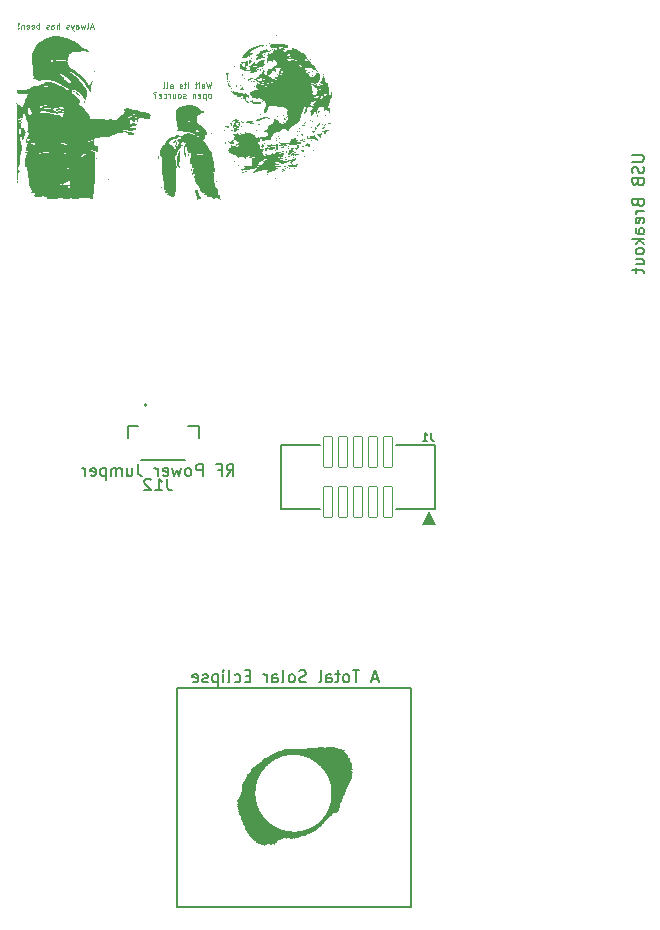
<source format=gbr>
%TF.GenerationSoftware,KiCad,Pcbnew,8.0.2-1*%
%TF.CreationDate,2024-05-29T22:59:52-07:00*%
%TF.ProjectId,flight_computer_dev_board_rfm98pw,666c6967-6874-45f6-936f-6d7075746572,rev?*%
%TF.SameCoordinates,Original*%
%TF.FileFunction,Legend,Bot*%
%TF.FilePolarity,Positive*%
%FSLAX46Y46*%
G04 Gerber Fmt 4.6, Leading zero omitted, Abs format (unit mm)*
G04 Created by KiCad (PCBNEW 8.0.2-1) date 2024-05-29 22:59:52*
%MOMM*%
%LPD*%
G01*
G04 APERTURE LIST*
G04 Aperture macros list*
%AMRoundRect*
0 Rectangle with rounded corners*
0 $1 Rounding radius*
0 $2 $3 $4 $5 $6 $7 $8 $9 X,Y pos of 4 corners*
0 Add a 4 corners polygon primitive as box body*
4,1,4,$2,$3,$4,$5,$6,$7,$8,$9,$2,$3,0*
0 Add four circle primitives for the rounded corners*
1,1,$1+$1,$2,$3*
1,1,$1+$1,$4,$5*
1,1,$1+$1,$6,$7*
1,1,$1+$1,$8,$9*
0 Add four rect primitives between the rounded corners*
20,1,$1+$1,$2,$3,$4,$5,0*
20,1,$1+$1,$4,$5,$6,$7,0*
20,1,$1+$1,$6,$7,$8,$9,0*
20,1,$1+$1,$8,$9,$2,$3,0*%
G04 Aperture macros list end*
%ADD10C,0.150000*%
%ADD11C,0.125000*%
%ADD12C,0.146304*%
%ADD13C,0.127000*%
%ADD14C,0.000000*%
%ADD15C,0.200000*%
%ADD16C,2.050000*%
%ADD17C,2.250000*%
%ADD18C,2.000000*%
%ADD19C,5.000000*%
%ADD20O,2.416000X1.208000*%
%ADD21R,1.700000X1.700000*%
%ADD22O,1.700000X1.700000*%
%ADD23C,1.000000*%
%ADD24RoundRect,0.050800X0.380000X1.300000X-0.380000X1.300000X-0.380000X-1.300000X0.380000X-1.300000X0*%
%ADD25R,0.600000X1.550000*%
%ADD26R,1.200000X1.800000*%
G04 APERTURE END LIST*
D10*
X183110000Y-115260000D02*
X202900000Y-115260000D01*
X202900000Y-133780000D01*
X183110000Y-133780000D01*
X183110000Y-115260000D01*
X200080839Y-114464104D02*
X199604649Y-114464104D01*
X200176077Y-114749819D02*
X199842744Y-113749819D01*
X199842744Y-113749819D02*
X199509411Y-114749819D01*
X198557029Y-113749819D02*
X197985601Y-113749819D01*
X198271315Y-114749819D02*
X198271315Y-113749819D01*
X197509410Y-114749819D02*
X197604648Y-114702200D01*
X197604648Y-114702200D02*
X197652267Y-114654580D01*
X197652267Y-114654580D02*
X197699886Y-114559342D01*
X197699886Y-114559342D02*
X197699886Y-114273628D01*
X197699886Y-114273628D02*
X197652267Y-114178390D01*
X197652267Y-114178390D02*
X197604648Y-114130771D01*
X197604648Y-114130771D02*
X197509410Y-114083152D01*
X197509410Y-114083152D02*
X197366553Y-114083152D01*
X197366553Y-114083152D02*
X197271315Y-114130771D01*
X197271315Y-114130771D02*
X197223696Y-114178390D01*
X197223696Y-114178390D02*
X197176077Y-114273628D01*
X197176077Y-114273628D02*
X197176077Y-114559342D01*
X197176077Y-114559342D02*
X197223696Y-114654580D01*
X197223696Y-114654580D02*
X197271315Y-114702200D01*
X197271315Y-114702200D02*
X197366553Y-114749819D01*
X197366553Y-114749819D02*
X197509410Y-114749819D01*
X196890362Y-114083152D02*
X196509410Y-114083152D01*
X196747505Y-113749819D02*
X196747505Y-114606961D01*
X196747505Y-114606961D02*
X196699886Y-114702200D01*
X196699886Y-114702200D02*
X196604648Y-114749819D01*
X196604648Y-114749819D02*
X196509410Y-114749819D01*
X195747505Y-114749819D02*
X195747505Y-114226009D01*
X195747505Y-114226009D02*
X195795124Y-114130771D01*
X195795124Y-114130771D02*
X195890362Y-114083152D01*
X195890362Y-114083152D02*
X196080838Y-114083152D01*
X196080838Y-114083152D02*
X196176076Y-114130771D01*
X195747505Y-114702200D02*
X195842743Y-114749819D01*
X195842743Y-114749819D02*
X196080838Y-114749819D01*
X196080838Y-114749819D02*
X196176076Y-114702200D01*
X196176076Y-114702200D02*
X196223695Y-114606961D01*
X196223695Y-114606961D02*
X196223695Y-114511723D01*
X196223695Y-114511723D02*
X196176076Y-114416485D01*
X196176076Y-114416485D02*
X196080838Y-114368866D01*
X196080838Y-114368866D02*
X195842743Y-114368866D01*
X195842743Y-114368866D02*
X195747505Y-114321247D01*
X195128457Y-114749819D02*
X195223695Y-114702200D01*
X195223695Y-114702200D02*
X195271314Y-114606961D01*
X195271314Y-114606961D02*
X195271314Y-113749819D01*
X194033218Y-114702200D02*
X193890361Y-114749819D01*
X193890361Y-114749819D02*
X193652266Y-114749819D01*
X193652266Y-114749819D02*
X193557028Y-114702200D01*
X193557028Y-114702200D02*
X193509409Y-114654580D01*
X193509409Y-114654580D02*
X193461790Y-114559342D01*
X193461790Y-114559342D02*
X193461790Y-114464104D01*
X193461790Y-114464104D02*
X193509409Y-114368866D01*
X193509409Y-114368866D02*
X193557028Y-114321247D01*
X193557028Y-114321247D02*
X193652266Y-114273628D01*
X193652266Y-114273628D02*
X193842742Y-114226009D01*
X193842742Y-114226009D02*
X193937980Y-114178390D01*
X193937980Y-114178390D02*
X193985599Y-114130771D01*
X193985599Y-114130771D02*
X194033218Y-114035533D01*
X194033218Y-114035533D02*
X194033218Y-113940295D01*
X194033218Y-113940295D02*
X193985599Y-113845057D01*
X193985599Y-113845057D02*
X193937980Y-113797438D01*
X193937980Y-113797438D02*
X193842742Y-113749819D01*
X193842742Y-113749819D02*
X193604647Y-113749819D01*
X193604647Y-113749819D02*
X193461790Y-113797438D01*
X192890361Y-114749819D02*
X192985599Y-114702200D01*
X192985599Y-114702200D02*
X193033218Y-114654580D01*
X193033218Y-114654580D02*
X193080837Y-114559342D01*
X193080837Y-114559342D02*
X193080837Y-114273628D01*
X193080837Y-114273628D02*
X193033218Y-114178390D01*
X193033218Y-114178390D02*
X192985599Y-114130771D01*
X192985599Y-114130771D02*
X192890361Y-114083152D01*
X192890361Y-114083152D02*
X192747504Y-114083152D01*
X192747504Y-114083152D02*
X192652266Y-114130771D01*
X192652266Y-114130771D02*
X192604647Y-114178390D01*
X192604647Y-114178390D02*
X192557028Y-114273628D01*
X192557028Y-114273628D02*
X192557028Y-114559342D01*
X192557028Y-114559342D02*
X192604647Y-114654580D01*
X192604647Y-114654580D02*
X192652266Y-114702200D01*
X192652266Y-114702200D02*
X192747504Y-114749819D01*
X192747504Y-114749819D02*
X192890361Y-114749819D01*
X191985599Y-114749819D02*
X192080837Y-114702200D01*
X192080837Y-114702200D02*
X192128456Y-114606961D01*
X192128456Y-114606961D02*
X192128456Y-113749819D01*
X191176075Y-114749819D02*
X191176075Y-114226009D01*
X191176075Y-114226009D02*
X191223694Y-114130771D01*
X191223694Y-114130771D02*
X191318932Y-114083152D01*
X191318932Y-114083152D02*
X191509408Y-114083152D01*
X191509408Y-114083152D02*
X191604646Y-114130771D01*
X191176075Y-114702200D02*
X191271313Y-114749819D01*
X191271313Y-114749819D02*
X191509408Y-114749819D01*
X191509408Y-114749819D02*
X191604646Y-114702200D01*
X191604646Y-114702200D02*
X191652265Y-114606961D01*
X191652265Y-114606961D02*
X191652265Y-114511723D01*
X191652265Y-114511723D02*
X191604646Y-114416485D01*
X191604646Y-114416485D02*
X191509408Y-114368866D01*
X191509408Y-114368866D02*
X191271313Y-114368866D01*
X191271313Y-114368866D02*
X191176075Y-114321247D01*
X190699884Y-114749819D02*
X190699884Y-114083152D01*
X190699884Y-114273628D02*
X190652265Y-114178390D01*
X190652265Y-114178390D02*
X190604646Y-114130771D01*
X190604646Y-114130771D02*
X190509408Y-114083152D01*
X190509408Y-114083152D02*
X190414170Y-114083152D01*
X189318931Y-114226009D02*
X188985598Y-114226009D01*
X188842741Y-114749819D02*
X189318931Y-114749819D01*
X189318931Y-114749819D02*
X189318931Y-113749819D01*
X189318931Y-113749819D02*
X188842741Y-113749819D01*
X187985598Y-114702200D02*
X188080836Y-114749819D01*
X188080836Y-114749819D02*
X188271312Y-114749819D01*
X188271312Y-114749819D02*
X188366550Y-114702200D01*
X188366550Y-114702200D02*
X188414169Y-114654580D01*
X188414169Y-114654580D02*
X188461788Y-114559342D01*
X188461788Y-114559342D02*
X188461788Y-114273628D01*
X188461788Y-114273628D02*
X188414169Y-114178390D01*
X188414169Y-114178390D02*
X188366550Y-114130771D01*
X188366550Y-114130771D02*
X188271312Y-114083152D01*
X188271312Y-114083152D02*
X188080836Y-114083152D01*
X188080836Y-114083152D02*
X187985598Y-114130771D01*
X187414169Y-114749819D02*
X187509407Y-114702200D01*
X187509407Y-114702200D02*
X187557026Y-114606961D01*
X187557026Y-114606961D02*
X187557026Y-113749819D01*
X187033216Y-114749819D02*
X187033216Y-114083152D01*
X187033216Y-113749819D02*
X187080835Y-113797438D01*
X187080835Y-113797438D02*
X187033216Y-113845057D01*
X187033216Y-113845057D02*
X186985597Y-113797438D01*
X186985597Y-113797438D02*
X187033216Y-113749819D01*
X187033216Y-113749819D02*
X187033216Y-113845057D01*
X186557026Y-114083152D02*
X186557026Y-115083152D01*
X186557026Y-114130771D02*
X186461788Y-114083152D01*
X186461788Y-114083152D02*
X186271312Y-114083152D01*
X186271312Y-114083152D02*
X186176074Y-114130771D01*
X186176074Y-114130771D02*
X186128455Y-114178390D01*
X186128455Y-114178390D02*
X186080836Y-114273628D01*
X186080836Y-114273628D02*
X186080836Y-114559342D01*
X186080836Y-114559342D02*
X186128455Y-114654580D01*
X186128455Y-114654580D02*
X186176074Y-114702200D01*
X186176074Y-114702200D02*
X186271312Y-114749819D01*
X186271312Y-114749819D02*
X186461788Y-114749819D01*
X186461788Y-114749819D02*
X186557026Y-114702200D01*
X185699883Y-114702200D02*
X185604645Y-114749819D01*
X185604645Y-114749819D02*
X185414169Y-114749819D01*
X185414169Y-114749819D02*
X185318931Y-114702200D01*
X185318931Y-114702200D02*
X185271312Y-114606961D01*
X185271312Y-114606961D02*
X185271312Y-114559342D01*
X185271312Y-114559342D02*
X185318931Y-114464104D01*
X185318931Y-114464104D02*
X185414169Y-114416485D01*
X185414169Y-114416485D02*
X185557026Y-114416485D01*
X185557026Y-114416485D02*
X185652264Y-114368866D01*
X185652264Y-114368866D02*
X185699883Y-114273628D01*
X185699883Y-114273628D02*
X185699883Y-114226009D01*
X185699883Y-114226009D02*
X185652264Y-114130771D01*
X185652264Y-114130771D02*
X185557026Y-114083152D01*
X185557026Y-114083152D02*
X185414169Y-114083152D01*
X185414169Y-114083152D02*
X185318931Y-114130771D01*
X184461788Y-114702200D02*
X184557026Y-114749819D01*
X184557026Y-114749819D02*
X184747502Y-114749819D01*
X184747502Y-114749819D02*
X184842740Y-114702200D01*
X184842740Y-114702200D02*
X184890359Y-114606961D01*
X184890359Y-114606961D02*
X184890359Y-114226009D01*
X184890359Y-114226009D02*
X184842740Y-114130771D01*
X184842740Y-114130771D02*
X184747502Y-114083152D01*
X184747502Y-114083152D02*
X184557026Y-114083152D01*
X184557026Y-114083152D02*
X184461788Y-114130771D01*
X184461788Y-114130771D02*
X184414169Y-114226009D01*
X184414169Y-114226009D02*
X184414169Y-114321247D01*
X184414169Y-114321247D02*
X184890359Y-114416485D01*
X221634819Y-70096779D02*
X222444342Y-70096779D01*
X222444342Y-70096779D02*
X222539580Y-70144398D01*
X222539580Y-70144398D02*
X222587200Y-70192017D01*
X222587200Y-70192017D02*
X222634819Y-70287255D01*
X222634819Y-70287255D02*
X222634819Y-70477731D01*
X222634819Y-70477731D02*
X222587200Y-70572969D01*
X222587200Y-70572969D02*
X222539580Y-70620588D01*
X222539580Y-70620588D02*
X222444342Y-70668207D01*
X222444342Y-70668207D02*
X221634819Y-70668207D01*
X222587200Y-71096779D02*
X222634819Y-71239636D01*
X222634819Y-71239636D02*
X222634819Y-71477731D01*
X222634819Y-71477731D02*
X222587200Y-71572969D01*
X222587200Y-71572969D02*
X222539580Y-71620588D01*
X222539580Y-71620588D02*
X222444342Y-71668207D01*
X222444342Y-71668207D02*
X222349104Y-71668207D01*
X222349104Y-71668207D02*
X222253866Y-71620588D01*
X222253866Y-71620588D02*
X222206247Y-71572969D01*
X222206247Y-71572969D02*
X222158628Y-71477731D01*
X222158628Y-71477731D02*
X222111009Y-71287255D01*
X222111009Y-71287255D02*
X222063390Y-71192017D01*
X222063390Y-71192017D02*
X222015771Y-71144398D01*
X222015771Y-71144398D02*
X221920533Y-71096779D01*
X221920533Y-71096779D02*
X221825295Y-71096779D01*
X221825295Y-71096779D02*
X221730057Y-71144398D01*
X221730057Y-71144398D02*
X221682438Y-71192017D01*
X221682438Y-71192017D02*
X221634819Y-71287255D01*
X221634819Y-71287255D02*
X221634819Y-71525350D01*
X221634819Y-71525350D02*
X221682438Y-71668207D01*
X222111009Y-72430112D02*
X222158628Y-72572969D01*
X222158628Y-72572969D02*
X222206247Y-72620588D01*
X222206247Y-72620588D02*
X222301485Y-72668207D01*
X222301485Y-72668207D02*
X222444342Y-72668207D01*
X222444342Y-72668207D02*
X222539580Y-72620588D01*
X222539580Y-72620588D02*
X222587200Y-72572969D01*
X222587200Y-72572969D02*
X222634819Y-72477731D01*
X222634819Y-72477731D02*
X222634819Y-72096779D01*
X222634819Y-72096779D02*
X221634819Y-72096779D01*
X221634819Y-72096779D02*
X221634819Y-72430112D01*
X221634819Y-72430112D02*
X221682438Y-72525350D01*
X221682438Y-72525350D02*
X221730057Y-72572969D01*
X221730057Y-72572969D02*
X221825295Y-72620588D01*
X221825295Y-72620588D02*
X221920533Y-72620588D01*
X221920533Y-72620588D02*
X222015771Y-72572969D01*
X222015771Y-72572969D02*
X222063390Y-72525350D01*
X222063390Y-72525350D02*
X222111009Y-72430112D01*
X222111009Y-72430112D02*
X222111009Y-72096779D01*
X222111009Y-74192017D02*
X222158628Y-74334874D01*
X222158628Y-74334874D02*
X222206247Y-74382493D01*
X222206247Y-74382493D02*
X222301485Y-74430112D01*
X222301485Y-74430112D02*
X222444342Y-74430112D01*
X222444342Y-74430112D02*
X222539580Y-74382493D01*
X222539580Y-74382493D02*
X222587200Y-74334874D01*
X222587200Y-74334874D02*
X222634819Y-74239636D01*
X222634819Y-74239636D02*
X222634819Y-73858684D01*
X222634819Y-73858684D02*
X221634819Y-73858684D01*
X221634819Y-73858684D02*
X221634819Y-74192017D01*
X221634819Y-74192017D02*
X221682438Y-74287255D01*
X221682438Y-74287255D02*
X221730057Y-74334874D01*
X221730057Y-74334874D02*
X221825295Y-74382493D01*
X221825295Y-74382493D02*
X221920533Y-74382493D01*
X221920533Y-74382493D02*
X222015771Y-74334874D01*
X222015771Y-74334874D02*
X222063390Y-74287255D01*
X222063390Y-74287255D02*
X222111009Y-74192017D01*
X222111009Y-74192017D02*
X222111009Y-73858684D01*
X222634819Y-74858684D02*
X221968152Y-74858684D01*
X222158628Y-74858684D02*
X222063390Y-74906303D01*
X222063390Y-74906303D02*
X222015771Y-74953922D01*
X222015771Y-74953922D02*
X221968152Y-75049160D01*
X221968152Y-75049160D02*
X221968152Y-75144398D01*
X222587200Y-75858684D02*
X222634819Y-75763446D01*
X222634819Y-75763446D02*
X222634819Y-75572970D01*
X222634819Y-75572970D02*
X222587200Y-75477732D01*
X222587200Y-75477732D02*
X222491961Y-75430113D01*
X222491961Y-75430113D02*
X222111009Y-75430113D01*
X222111009Y-75430113D02*
X222015771Y-75477732D01*
X222015771Y-75477732D02*
X221968152Y-75572970D01*
X221968152Y-75572970D02*
X221968152Y-75763446D01*
X221968152Y-75763446D02*
X222015771Y-75858684D01*
X222015771Y-75858684D02*
X222111009Y-75906303D01*
X222111009Y-75906303D02*
X222206247Y-75906303D01*
X222206247Y-75906303D02*
X222301485Y-75430113D01*
X222634819Y-76763446D02*
X222111009Y-76763446D01*
X222111009Y-76763446D02*
X222015771Y-76715827D01*
X222015771Y-76715827D02*
X221968152Y-76620589D01*
X221968152Y-76620589D02*
X221968152Y-76430113D01*
X221968152Y-76430113D02*
X222015771Y-76334875D01*
X222587200Y-76763446D02*
X222634819Y-76668208D01*
X222634819Y-76668208D02*
X222634819Y-76430113D01*
X222634819Y-76430113D02*
X222587200Y-76334875D01*
X222587200Y-76334875D02*
X222491961Y-76287256D01*
X222491961Y-76287256D02*
X222396723Y-76287256D01*
X222396723Y-76287256D02*
X222301485Y-76334875D01*
X222301485Y-76334875D02*
X222253866Y-76430113D01*
X222253866Y-76430113D02*
X222253866Y-76668208D01*
X222253866Y-76668208D02*
X222206247Y-76763446D01*
X222634819Y-77239637D02*
X221634819Y-77239637D01*
X222253866Y-77334875D02*
X222634819Y-77620589D01*
X221968152Y-77620589D02*
X222349104Y-77239637D01*
X222634819Y-78192018D02*
X222587200Y-78096780D01*
X222587200Y-78096780D02*
X222539580Y-78049161D01*
X222539580Y-78049161D02*
X222444342Y-78001542D01*
X222444342Y-78001542D02*
X222158628Y-78001542D01*
X222158628Y-78001542D02*
X222063390Y-78049161D01*
X222063390Y-78049161D02*
X222015771Y-78096780D01*
X222015771Y-78096780D02*
X221968152Y-78192018D01*
X221968152Y-78192018D02*
X221968152Y-78334875D01*
X221968152Y-78334875D02*
X222015771Y-78430113D01*
X222015771Y-78430113D02*
X222063390Y-78477732D01*
X222063390Y-78477732D02*
X222158628Y-78525351D01*
X222158628Y-78525351D02*
X222444342Y-78525351D01*
X222444342Y-78525351D02*
X222539580Y-78477732D01*
X222539580Y-78477732D02*
X222587200Y-78430113D01*
X222587200Y-78430113D02*
X222634819Y-78334875D01*
X222634819Y-78334875D02*
X222634819Y-78192018D01*
X221968152Y-79382494D02*
X222634819Y-79382494D01*
X221968152Y-78953923D02*
X222491961Y-78953923D01*
X222491961Y-78953923D02*
X222587200Y-79001542D01*
X222587200Y-79001542D02*
X222634819Y-79096780D01*
X222634819Y-79096780D02*
X222634819Y-79239637D01*
X222634819Y-79239637D02*
X222587200Y-79334875D01*
X222587200Y-79334875D02*
X222539580Y-79382494D01*
X221968152Y-79715828D02*
X221968152Y-80096780D01*
X221634819Y-79858685D02*
X222491961Y-79858685D01*
X222491961Y-79858685D02*
X222587200Y-79906304D01*
X222587200Y-79906304D02*
X222634819Y-80001542D01*
X222634819Y-80001542D02*
X222634819Y-80096780D01*
X187321792Y-97289819D02*
X187655125Y-96813628D01*
X187893220Y-97289819D02*
X187893220Y-96289819D01*
X187893220Y-96289819D02*
X187512268Y-96289819D01*
X187512268Y-96289819D02*
X187417030Y-96337438D01*
X187417030Y-96337438D02*
X187369411Y-96385057D01*
X187369411Y-96385057D02*
X187321792Y-96480295D01*
X187321792Y-96480295D02*
X187321792Y-96623152D01*
X187321792Y-96623152D02*
X187369411Y-96718390D01*
X187369411Y-96718390D02*
X187417030Y-96766009D01*
X187417030Y-96766009D02*
X187512268Y-96813628D01*
X187512268Y-96813628D02*
X187893220Y-96813628D01*
X186559887Y-96766009D02*
X186893220Y-96766009D01*
X186893220Y-97289819D02*
X186893220Y-96289819D01*
X186893220Y-96289819D02*
X186417030Y-96289819D01*
X185274172Y-97289819D02*
X185274172Y-96289819D01*
X185274172Y-96289819D02*
X184893220Y-96289819D01*
X184893220Y-96289819D02*
X184797982Y-96337438D01*
X184797982Y-96337438D02*
X184750363Y-96385057D01*
X184750363Y-96385057D02*
X184702744Y-96480295D01*
X184702744Y-96480295D02*
X184702744Y-96623152D01*
X184702744Y-96623152D02*
X184750363Y-96718390D01*
X184750363Y-96718390D02*
X184797982Y-96766009D01*
X184797982Y-96766009D02*
X184893220Y-96813628D01*
X184893220Y-96813628D02*
X185274172Y-96813628D01*
X184131315Y-97289819D02*
X184226553Y-97242200D01*
X184226553Y-97242200D02*
X184274172Y-97194580D01*
X184274172Y-97194580D02*
X184321791Y-97099342D01*
X184321791Y-97099342D02*
X184321791Y-96813628D01*
X184321791Y-96813628D02*
X184274172Y-96718390D01*
X184274172Y-96718390D02*
X184226553Y-96670771D01*
X184226553Y-96670771D02*
X184131315Y-96623152D01*
X184131315Y-96623152D02*
X183988458Y-96623152D01*
X183988458Y-96623152D02*
X183893220Y-96670771D01*
X183893220Y-96670771D02*
X183845601Y-96718390D01*
X183845601Y-96718390D02*
X183797982Y-96813628D01*
X183797982Y-96813628D02*
X183797982Y-97099342D01*
X183797982Y-97099342D02*
X183845601Y-97194580D01*
X183845601Y-97194580D02*
X183893220Y-97242200D01*
X183893220Y-97242200D02*
X183988458Y-97289819D01*
X183988458Y-97289819D02*
X184131315Y-97289819D01*
X183464648Y-96623152D02*
X183274172Y-97289819D01*
X183274172Y-97289819D02*
X183083696Y-96813628D01*
X183083696Y-96813628D02*
X182893220Y-97289819D01*
X182893220Y-97289819D02*
X182702744Y-96623152D01*
X181940839Y-97242200D02*
X182036077Y-97289819D01*
X182036077Y-97289819D02*
X182226553Y-97289819D01*
X182226553Y-97289819D02*
X182321791Y-97242200D01*
X182321791Y-97242200D02*
X182369410Y-97146961D01*
X182369410Y-97146961D02*
X182369410Y-96766009D01*
X182369410Y-96766009D02*
X182321791Y-96670771D01*
X182321791Y-96670771D02*
X182226553Y-96623152D01*
X182226553Y-96623152D02*
X182036077Y-96623152D01*
X182036077Y-96623152D02*
X181940839Y-96670771D01*
X181940839Y-96670771D02*
X181893220Y-96766009D01*
X181893220Y-96766009D02*
X181893220Y-96861247D01*
X181893220Y-96861247D02*
X182369410Y-96956485D01*
X181464648Y-97289819D02*
X181464648Y-96623152D01*
X181464648Y-96813628D02*
X181417029Y-96718390D01*
X181417029Y-96718390D02*
X181369410Y-96670771D01*
X181369410Y-96670771D02*
X181274172Y-96623152D01*
X181274172Y-96623152D02*
X181178934Y-96623152D01*
X179797981Y-96289819D02*
X179797981Y-97004104D01*
X179797981Y-97004104D02*
X179845600Y-97146961D01*
X179845600Y-97146961D02*
X179940838Y-97242200D01*
X179940838Y-97242200D02*
X180083695Y-97289819D01*
X180083695Y-97289819D02*
X180178933Y-97289819D01*
X178893219Y-96623152D02*
X178893219Y-97289819D01*
X179321790Y-96623152D02*
X179321790Y-97146961D01*
X179321790Y-97146961D02*
X179274171Y-97242200D01*
X179274171Y-97242200D02*
X179178933Y-97289819D01*
X179178933Y-97289819D02*
X179036076Y-97289819D01*
X179036076Y-97289819D02*
X178940838Y-97242200D01*
X178940838Y-97242200D02*
X178893219Y-97194580D01*
X178417028Y-97289819D02*
X178417028Y-96623152D01*
X178417028Y-96718390D02*
X178369409Y-96670771D01*
X178369409Y-96670771D02*
X178274171Y-96623152D01*
X178274171Y-96623152D02*
X178131314Y-96623152D01*
X178131314Y-96623152D02*
X178036076Y-96670771D01*
X178036076Y-96670771D02*
X177988457Y-96766009D01*
X177988457Y-96766009D02*
X177988457Y-97289819D01*
X177988457Y-96766009D02*
X177940838Y-96670771D01*
X177940838Y-96670771D02*
X177845600Y-96623152D01*
X177845600Y-96623152D02*
X177702743Y-96623152D01*
X177702743Y-96623152D02*
X177607504Y-96670771D01*
X177607504Y-96670771D02*
X177559885Y-96766009D01*
X177559885Y-96766009D02*
X177559885Y-97289819D01*
X177083695Y-96623152D02*
X177083695Y-97623152D01*
X177083695Y-96670771D02*
X176988457Y-96623152D01*
X176988457Y-96623152D02*
X176797981Y-96623152D01*
X176797981Y-96623152D02*
X176702743Y-96670771D01*
X176702743Y-96670771D02*
X176655124Y-96718390D01*
X176655124Y-96718390D02*
X176607505Y-96813628D01*
X176607505Y-96813628D02*
X176607505Y-97099342D01*
X176607505Y-97099342D02*
X176655124Y-97194580D01*
X176655124Y-97194580D02*
X176702743Y-97242200D01*
X176702743Y-97242200D02*
X176797981Y-97289819D01*
X176797981Y-97289819D02*
X176988457Y-97289819D01*
X176988457Y-97289819D02*
X177083695Y-97242200D01*
X175797981Y-97242200D02*
X175893219Y-97289819D01*
X175893219Y-97289819D02*
X176083695Y-97289819D01*
X176083695Y-97289819D02*
X176178933Y-97242200D01*
X176178933Y-97242200D02*
X176226552Y-97146961D01*
X176226552Y-97146961D02*
X176226552Y-96766009D01*
X176226552Y-96766009D02*
X176178933Y-96670771D01*
X176178933Y-96670771D02*
X176083695Y-96623152D01*
X176083695Y-96623152D02*
X175893219Y-96623152D01*
X175893219Y-96623152D02*
X175797981Y-96670771D01*
X175797981Y-96670771D02*
X175750362Y-96766009D01*
X175750362Y-96766009D02*
X175750362Y-96861247D01*
X175750362Y-96861247D02*
X176226552Y-96956485D01*
X175321790Y-97289819D02*
X175321790Y-96623152D01*
X175321790Y-96813628D02*
X175274171Y-96718390D01*
X175274171Y-96718390D02*
X175226552Y-96670771D01*
X175226552Y-96670771D02*
X175131314Y-96623152D01*
X175131314Y-96623152D02*
X175036076Y-96623152D01*
D11*
X176002525Y-59269452D02*
X175764430Y-59269452D01*
X176050144Y-59412309D02*
X175883478Y-58912309D01*
X175883478Y-58912309D02*
X175716811Y-59412309D01*
X175478716Y-59412309D02*
X175526335Y-59388500D01*
X175526335Y-59388500D02*
X175550145Y-59340880D01*
X175550145Y-59340880D02*
X175550145Y-58912309D01*
X175335859Y-59078976D02*
X175240621Y-59412309D01*
X175240621Y-59412309D02*
X175145383Y-59174214D01*
X175145383Y-59174214D02*
X175050145Y-59412309D01*
X175050145Y-59412309D02*
X174954907Y-59078976D01*
X174550144Y-59412309D02*
X174550144Y-59150404D01*
X174550144Y-59150404D02*
X174573954Y-59102785D01*
X174573954Y-59102785D02*
X174621573Y-59078976D01*
X174621573Y-59078976D02*
X174716811Y-59078976D01*
X174716811Y-59078976D02*
X174764430Y-59102785D01*
X174550144Y-59388500D02*
X174597763Y-59412309D01*
X174597763Y-59412309D02*
X174716811Y-59412309D01*
X174716811Y-59412309D02*
X174764430Y-59388500D01*
X174764430Y-59388500D02*
X174788239Y-59340880D01*
X174788239Y-59340880D02*
X174788239Y-59293261D01*
X174788239Y-59293261D02*
X174764430Y-59245642D01*
X174764430Y-59245642D02*
X174716811Y-59221833D01*
X174716811Y-59221833D02*
X174597763Y-59221833D01*
X174597763Y-59221833D02*
X174550144Y-59198023D01*
X174359668Y-59078976D02*
X174240620Y-59412309D01*
X174121573Y-59078976D02*
X174240620Y-59412309D01*
X174240620Y-59412309D02*
X174288239Y-59531357D01*
X174288239Y-59531357D02*
X174312049Y-59555166D01*
X174312049Y-59555166D02*
X174359668Y-59578976D01*
X173954906Y-59388500D02*
X173907287Y-59412309D01*
X173907287Y-59412309D02*
X173812049Y-59412309D01*
X173812049Y-59412309D02*
X173764430Y-59388500D01*
X173764430Y-59388500D02*
X173740621Y-59340880D01*
X173740621Y-59340880D02*
X173740621Y-59317071D01*
X173740621Y-59317071D02*
X173764430Y-59269452D01*
X173764430Y-59269452D02*
X173812049Y-59245642D01*
X173812049Y-59245642D02*
X173883478Y-59245642D01*
X173883478Y-59245642D02*
X173931097Y-59221833D01*
X173931097Y-59221833D02*
X173954906Y-59174214D01*
X173954906Y-59174214D02*
X173954906Y-59150404D01*
X173954906Y-59150404D02*
X173931097Y-59102785D01*
X173931097Y-59102785D02*
X173883478Y-59078976D01*
X173883478Y-59078976D02*
X173812049Y-59078976D01*
X173812049Y-59078976D02*
X173764430Y-59102785D01*
X173145383Y-59412309D02*
X173145383Y-58912309D01*
X172931097Y-59412309D02*
X172931097Y-59150404D01*
X172931097Y-59150404D02*
X172954907Y-59102785D01*
X172954907Y-59102785D02*
X173002526Y-59078976D01*
X173002526Y-59078976D02*
X173073954Y-59078976D01*
X173073954Y-59078976D02*
X173121573Y-59102785D01*
X173121573Y-59102785D02*
X173145383Y-59126595D01*
X172478716Y-59412309D02*
X172478716Y-59150404D01*
X172478716Y-59150404D02*
X172502526Y-59102785D01*
X172502526Y-59102785D02*
X172550145Y-59078976D01*
X172550145Y-59078976D02*
X172645383Y-59078976D01*
X172645383Y-59078976D02*
X172693002Y-59102785D01*
X172478716Y-59388500D02*
X172526335Y-59412309D01*
X172526335Y-59412309D02*
X172645383Y-59412309D01*
X172645383Y-59412309D02*
X172693002Y-59388500D01*
X172693002Y-59388500D02*
X172716811Y-59340880D01*
X172716811Y-59340880D02*
X172716811Y-59293261D01*
X172716811Y-59293261D02*
X172693002Y-59245642D01*
X172693002Y-59245642D02*
X172645383Y-59221833D01*
X172645383Y-59221833D02*
X172526335Y-59221833D01*
X172526335Y-59221833D02*
X172478716Y-59198023D01*
X172264430Y-59388500D02*
X172216811Y-59412309D01*
X172216811Y-59412309D02*
X172121573Y-59412309D01*
X172121573Y-59412309D02*
X172073954Y-59388500D01*
X172073954Y-59388500D02*
X172050145Y-59340880D01*
X172050145Y-59340880D02*
X172050145Y-59317071D01*
X172050145Y-59317071D02*
X172073954Y-59269452D01*
X172073954Y-59269452D02*
X172121573Y-59245642D01*
X172121573Y-59245642D02*
X172193002Y-59245642D01*
X172193002Y-59245642D02*
X172240621Y-59221833D01*
X172240621Y-59221833D02*
X172264430Y-59174214D01*
X172264430Y-59174214D02*
X172264430Y-59150404D01*
X172264430Y-59150404D02*
X172240621Y-59102785D01*
X172240621Y-59102785D02*
X172193002Y-59078976D01*
X172193002Y-59078976D02*
X172121573Y-59078976D01*
X172121573Y-59078976D02*
X172073954Y-59102785D01*
X171454907Y-59412309D02*
X171454907Y-58912309D01*
X171454907Y-59102785D02*
X171407288Y-59078976D01*
X171407288Y-59078976D02*
X171312050Y-59078976D01*
X171312050Y-59078976D02*
X171264431Y-59102785D01*
X171264431Y-59102785D02*
X171240621Y-59126595D01*
X171240621Y-59126595D02*
X171216812Y-59174214D01*
X171216812Y-59174214D02*
X171216812Y-59317071D01*
X171216812Y-59317071D02*
X171240621Y-59364690D01*
X171240621Y-59364690D02*
X171264431Y-59388500D01*
X171264431Y-59388500D02*
X171312050Y-59412309D01*
X171312050Y-59412309D02*
X171407288Y-59412309D01*
X171407288Y-59412309D02*
X171454907Y-59388500D01*
X170812050Y-59388500D02*
X170859669Y-59412309D01*
X170859669Y-59412309D02*
X170954907Y-59412309D01*
X170954907Y-59412309D02*
X171002526Y-59388500D01*
X171002526Y-59388500D02*
X171026335Y-59340880D01*
X171026335Y-59340880D02*
X171026335Y-59150404D01*
X171026335Y-59150404D02*
X171002526Y-59102785D01*
X171002526Y-59102785D02*
X170954907Y-59078976D01*
X170954907Y-59078976D02*
X170859669Y-59078976D01*
X170859669Y-59078976D02*
X170812050Y-59102785D01*
X170812050Y-59102785D02*
X170788240Y-59150404D01*
X170788240Y-59150404D02*
X170788240Y-59198023D01*
X170788240Y-59198023D02*
X171026335Y-59245642D01*
X170383479Y-59388500D02*
X170431098Y-59412309D01*
X170431098Y-59412309D02*
X170526336Y-59412309D01*
X170526336Y-59412309D02*
X170573955Y-59388500D01*
X170573955Y-59388500D02*
X170597764Y-59340880D01*
X170597764Y-59340880D02*
X170597764Y-59150404D01*
X170597764Y-59150404D02*
X170573955Y-59102785D01*
X170573955Y-59102785D02*
X170526336Y-59078976D01*
X170526336Y-59078976D02*
X170431098Y-59078976D01*
X170431098Y-59078976D02*
X170383479Y-59102785D01*
X170383479Y-59102785D02*
X170359669Y-59150404D01*
X170359669Y-59150404D02*
X170359669Y-59198023D01*
X170359669Y-59198023D02*
X170597764Y-59245642D01*
X170145384Y-59078976D02*
X170145384Y-59412309D01*
X170145384Y-59126595D02*
X170121574Y-59102785D01*
X170121574Y-59102785D02*
X170073955Y-59078976D01*
X170073955Y-59078976D02*
X170002527Y-59078976D01*
X170002527Y-59078976D02*
X169954908Y-59102785D01*
X169954908Y-59102785D02*
X169931098Y-59150404D01*
X169931098Y-59150404D02*
X169931098Y-59412309D01*
X169693003Y-59364690D02*
X169669193Y-59388500D01*
X169669193Y-59388500D02*
X169693003Y-59412309D01*
X169693003Y-59412309D02*
X169716812Y-59388500D01*
X169716812Y-59388500D02*
X169693003Y-59364690D01*
X169693003Y-59364690D02*
X169693003Y-59412309D01*
X169693003Y-59221833D02*
X169716812Y-58936119D01*
X169716812Y-58936119D02*
X169693003Y-58912309D01*
X169693003Y-58912309D02*
X169669193Y-58936119D01*
X169669193Y-58936119D02*
X169693003Y-59221833D01*
X169693003Y-59221833D02*
X169693003Y-58912309D01*
X186026335Y-63967337D02*
X185907287Y-64467337D01*
X185907287Y-64467337D02*
X185812049Y-64110194D01*
X185812049Y-64110194D02*
X185716811Y-64467337D01*
X185716811Y-64467337D02*
X185597764Y-63967337D01*
X185193001Y-64467337D02*
X185193001Y-64205432D01*
X185193001Y-64205432D02*
X185216811Y-64157813D01*
X185216811Y-64157813D02*
X185264430Y-64134004D01*
X185264430Y-64134004D02*
X185359668Y-64134004D01*
X185359668Y-64134004D02*
X185407287Y-64157813D01*
X185193001Y-64443528D02*
X185240620Y-64467337D01*
X185240620Y-64467337D02*
X185359668Y-64467337D01*
X185359668Y-64467337D02*
X185407287Y-64443528D01*
X185407287Y-64443528D02*
X185431096Y-64395908D01*
X185431096Y-64395908D02*
X185431096Y-64348289D01*
X185431096Y-64348289D02*
X185407287Y-64300670D01*
X185407287Y-64300670D02*
X185359668Y-64276861D01*
X185359668Y-64276861D02*
X185240620Y-64276861D01*
X185240620Y-64276861D02*
X185193001Y-64253051D01*
X184954906Y-64467337D02*
X184954906Y-64134004D01*
X184954906Y-63967337D02*
X184978715Y-63991147D01*
X184978715Y-63991147D02*
X184954906Y-64014956D01*
X184954906Y-64014956D02*
X184931096Y-63991147D01*
X184931096Y-63991147D02*
X184954906Y-63967337D01*
X184954906Y-63967337D02*
X184954906Y-64014956D01*
X184788239Y-64134004D02*
X184597763Y-64134004D01*
X184716811Y-63967337D02*
X184716811Y-64395908D01*
X184716811Y-64395908D02*
X184693001Y-64443528D01*
X184693001Y-64443528D02*
X184645382Y-64467337D01*
X184645382Y-64467337D02*
X184597763Y-64467337D01*
X184050145Y-64467337D02*
X184050145Y-64134004D01*
X184050145Y-63967337D02*
X184073954Y-63991147D01*
X184073954Y-63991147D02*
X184050145Y-64014956D01*
X184050145Y-64014956D02*
X184026335Y-63991147D01*
X184026335Y-63991147D02*
X184050145Y-63967337D01*
X184050145Y-63967337D02*
X184050145Y-64014956D01*
X183883478Y-64134004D02*
X183693002Y-64134004D01*
X183812050Y-63967337D02*
X183812050Y-64395908D01*
X183812050Y-64395908D02*
X183788240Y-64443528D01*
X183788240Y-64443528D02*
X183740621Y-64467337D01*
X183740621Y-64467337D02*
X183693002Y-64467337D01*
X183550145Y-64443528D02*
X183502526Y-64467337D01*
X183502526Y-64467337D02*
X183407288Y-64467337D01*
X183407288Y-64467337D02*
X183359669Y-64443528D01*
X183359669Y-64443528D02*
X183335860Y-64395908D01*
X183335860Y-64395908D02*
X183335860Y-64372099D01*
X183335860Y-64372099D02*
X183359669Y-64324480D01*
X183359669Y-64324480D02*
X183407288Y-64300670D01*
X183407288Y-64300670D02*
X183478717Y-64300670D01*
X183478717Y-64300670D02*
X183526336Y-64276861D01*
X183526336Y-64276861D02*
X183550145Y-64229242D01*
X183550145Y-64229242D02*
X183550145Y-64205432D01*
X183550145Y-64205432D02*
X183526336Y-64157813D01*
X183526336Y-64157813D02*
X183478717Y-64134004D01*
X183478717Y-64134004D02*
X183407288Y-64134004D01*
X183407288Y-64134004D02*
X183359669Y-64157813D01*
X182526336Y-64467337D02*
X182526336Y-64205432D01*
X182526336Y-64205432D02*
X182550146Y-64157813D01*
X182550146Y-64157813D02*
X182597765Y-64134004D01*
X182597765Y-64134004D02*
X182693003Y-64134004D01*
X182693003Y-64134004D02*
X182740622Y-64157813D01*
X182526336Y-64443528D02*
X182573955Y-64467337D01*
X182573955Y-64467337D02*
X182693003Y-64467337D01*
X182693003Y-64467337D02*
X182740622Y-64443528D01*
X182740622Y-64443528D02*
X182764431Y-64395908D01*
X182764431Y-64395908D02*
X182764431Y-64348289D01*
X182764431Y-64348289D02*
X182740622Y-64300670D01*
X182740622Y-64300670D02*
X182693003Y-64276861D01*
X182693003Y-64276861D02*
X182573955Y-64276861D01*
X182573955Y-64276861D02*
X182526336Y-64253051D01*
X182216812Y-64467337D02*
X182264431Y-64443528D01*
X182264431Y-64443528D02*
X182288241Y-64395908D01*
X182288241Y-64395908D02*
X182288241Y-63967337D01*
X181954907Y-64467337D02*
X182002526Y-64443528D01*
X182002526Y-64443528D02*
X182026336Y-64395908D01*
X182026336Y-64395908D02*
X182026336Y-63967337D01*
X185907287Y-65272309D02*
X185954906Y-65248500D01*
X185954906Y-65248500D02*
X185978716Y-65224690D01*
X185978716Y-65224690D02*
X186002525Y-65177071D01*
X186002525Y-65177071D02*
X186002525Y-65034214D01*
X186002525Y-65034214D02*
X185978716Y-64986595D01*
X185978716Y-64986595D02*
X185954906Y-64962785D01*
X185954906Y-64962785D02*
X185907287Y-64938976D01*
X185907287Y-64938976D02*
X185835859Y-64938976D01*
X185835859Y-64938976D02*
X185788240Y-64962785D01*
X185788240Y-64962785D02*
X185764430Y-64986595D01*
X185764430Y-64986595D02*
X185740621Y-65034214D01*
X185740621Y-65034214D02*
X185740621Y-65177071D01*
X185740621Y-65177071D02*
X185764430Y-65224690D01*
X185764430Y-65224690D02*
X185788240Y-65248500D01*
X185788240Y-65248500D02*
X185835859Y-65272309D01*
X185835859Y-65272309D02*
X185907287Y-65272309D01*
X185526335Y-64938976D02*
X185526335Y-65438976D01*
X185526335Y-64962785D02*
X185478716Y-64938976D01*
X185478716Y-64938976D02*
X185383478Y-64938976D01*
X185383478Y-64938976D02*
X185335859Y-64962785D01*
X185335859Y-64962785D02*
X185312049Y-64986595D01*
X185312049Y-64986595D02*
X185288240Y-65034214D01*
X185288240Y-65034214D02*
X185288240Y-65177071D01*
X185288240Y-65177071D02*
X185312049Y-65224690D01*
X185312049Y-65224690D02*
X185335859Y-65248500D01*
X185335859Y-65248500D02*
X185383478Y-65272309D01*
X185383478Y-65272309D02*
X185478716Y-65272309D01*
X185478716Y-65272309D02*
X185526335Y-65248500D01*
X184883478Y-65248500D02*
X184931097Y-65272309D01*
X184931097Y-65272309D02*
X185026335Y-65272309D01*
X185026335Y-65272309D02*
X185073954Y-65248500D01*
X185073954Y-65248500D02*
X185097763Y-65200880D01*
X185097763Y-65200880D02*
X185097763Y-65010404D01*
X185097763Y-65010404D02*
X185073954Y-64962785D01*
X185073954Y-64962785D02*
X185026335Y-64938976D01*
X185026335Y-64938976D02*
X184931097Y-64938976D01*
X184931097Y-64938976D02*
X184883478Y-64962785D01*
X184883478Y-64962785D02*
X184859668Y-65010404D01*
X184859668Y-65010404D02*
X184859668Y-65058023D01*
X184859668Y-65058023D02*
X185097763Y-65105642D01*
X184645383Y-64938976D02*
X184645383Y-65272309D01*
X184645383Y-64986595D02*
X184621573Y-64962785D01*
X184621573Y-64962785D02*
X184573954Y-64938976D01*
X184573954Y-64938976D02*
X184502526Y-64938976D01*
X184502526Y-64938976D02*
X184454907Y-64962785D01*
X184454907Y-64962785D02*
X184431097Y-65010404D01*
X184431097Y-65010404D02*
X184431097Y-65272309D01*
X183835859Y-65248500D02*
X183788240Y-65272309D01*
X183788240Y-65272309D02*
X183693002Y-65272309D01*
X183693002Y-65272309D02*
X183645383Y-65248500D01*
X183645383Y-65248500D02*
X183621574Y-65200880D01*
X183621574Y-65200880D02*
X183621574Y-65177071D01*
X183621574Y-65177071D02*
X183645383Y-65129452D01*
X183645383Y-65129452D02*
X183693002Y-65105642D01*
X183693002Y-65105642D02*
X183764431Y-65105642D01*
X183764431Y-65105642D02*
X183812050Y-65081833D01*
X183812050Y-65081833D02*
X183835859Y-65034214D01*
X183835859Y-65034214D02*
X183835859Y-65010404D01*
X183835859Y-65010404D02*
X183812050Y-64962785D01*
X183812050Y-64962785D02*
X183764431Y-64938976D01*
X183764431Y-64938976D02*
X183693002Y-64938976D01*
X183693002Y-64938976D02*
X183645383Y-64962785D01*
X183335859Y-65272309D02*
X183383478Y-65248500D01*
X183383478Y-65248500D02*
X183407288Y-65224690D01*
X183407288Y-65224690D02*
X183431097Y-65177071D01*
X183431097Y-65177071D02*
X183431097Y-65034214D01*
X183431097Y-65034214D02*
X183407288Y-64986595D01*
X183407288Y-64986595D02*
X183383478Y-64962785D01*
X183383478Y-64962785D02*
X183335859Y-64938976D01*
X183335859Y-64938976D02*
X183264431Y-64938976D01*
X183264431Y-64938976D02*
X183216812Y-64962785D01*
X183216812Y-64962785D02*
X183193002Y-64986595D01*
X183193002Y-64986595D02*
X183169193Y-65034214D01*
X183169193Y-65034214D02*
X183169193Y-65177071D01*
X183169193Y-65177071D02*
X183193002Y-65224690D01*
X183193002Y-65224690D02*
X183216812Y-65248500D01*
X183216812Y-65248500D02*
X183264431Y-65272309D01*
X183264431Y-65272309D02*
X183335859Y-65272309D01*
X182740621Y-64938976D02*
X182740621Y-65272309D01*
X182954907Y-64938976D02*
X182954907Y-65200880D01*
X182954907Y-65200880D02*
X182931097Y-65248500D01*
X182931097Y-65248500D02*
X182883478Y-65272309D01*
X182883478Y-65272309D02*
X182812050Y-65272309D01*
X182812050Y-65272309D02*
X182764431Y-65248500D01*
X182764431Y-65248500D02*
X182740621Y-65224690D01*
X182502526Y-65272309D02*
X182502526Y-64938976D01*
X182502526Y-65034214D02*
X182478716Y-64986595D01*
X182478716Y-64986595D02*
X182454907Y-64962785D01*
X182454907Y-64962785D02*
X182407288Y-64938976D01*
X182407288Y-64938976D02*
X182359669Y-64938976D01*
X181978716Y-65248500D02*
X182026335Y-65272309D01*
X182026335Y-65272309D02*
X182121573Y-65272309D01*
X182121573Y-65272309D02*
X182169192Y-65248500D01*
X182169192Y-65248500D02*
X182193002Y-65224690D01*
X182193002Y-65224690D02*
X182216811Y-65177071D01*
X182216811Y-65177071D02*
X182216811Y-65034214D01*
X182216811Y-65034214D02*
X182193002Y-64986595D01*
X182193002Y-64986595D02*
X182169192Y-64962785D01*
X182169192Y-64962785D02*
X182121573Y-64938976D01*
X182121573Y-64938976D02*
X182026335Y-64938976D01*
X182026335Y-64938976D02*
X181978716Y-64962785D01*
X181573955Y-65248500D02*
X181621574Y-65272309D01*
X181621574Y-65272309D02*
X181716812Y-65272309D01*
X181716812Y-65272309D02*
X181764431Y-65248500D01*
X181764431Y-65248500D02*
X181788240Y-65200880D01*
X181788240Y-65200880D02*
X181788240Y-65010404D01*
X181788240Y-65010404D02*
X181764431Y-64962785D01*
X181764431Y-64962785D02*
X181716812Y-64938976D01*
X181716812Y-64938976D02*
X181621574Y-64938976D01*
X181621574Y-64938976D02*
X181573955Y-64962785D01*
X181573955Y-64962785D02*
X181550145Y-65010404D01*
X181550145Y-65010404D02*
X181550145Y-65058023D01*
X181550145Y-65058023D02*
X181788240Y-65105642D01*
X181264431Y-65224690D02*
X181240622Y-65248500D01*
X181240622Y-65248500D02*
X181264431Y-65272309D01*
X181264431Y-65272309D02*
X181288241Y-65248500D01*
X181288241Y-65248500D02*
X181264431Y-65224690D01*
X181264431Y-65224690D02*
X181264431Y-65272309D01*
X181359669Y-64796119D02*
X181312050Y-64772309D01*
X181312050Y-64772309D02*
X181193003Y-64772309D01*
X181193003Y-64772309D02*
X181145384Y-64796119D01*
X181145384Y-64796119D02*
X181121574Y-64843738D01*
X181121574Y-64843738D02*
X181121574Y-64891357D01*
X181121574Y-64891357D02*
X181145384Y-64938976D01*
X181145384Y-64938976D02*
X181169193Y-64962785D01*
X181169193Y-64962785D02*
X181216812Y-64986595D01*
X181216812Y-64986595D02*
X181240622Y-65010404D01*
X181240622Y-65010404D02*
X181264431Y-65058023D01*
X181264431Y-65058023D02*
X181264431Y-65081833D01*
D12*
X204594631Y-93624329D02*
X204594631Y-94100398D01*
X204594631Y-94100398D02*
X204626368Y-94195612D01*
X204626368Y-94195612D02*
X204689844Y-94259088D01*
X204689844Y-94259088D02*
X204785058Y-94290825D01*
X204785058Y-94290825D02*
X204848534Y-94290825D01*
X203928135Y-94290825D02*
X204308990Y-94290825D01*
X204118562Y-94290825D02*
X204118562Y-93624329D01*
X204118562Y-93624329D02*
X204182038Y-93719543D01*
X204182038Y-93719543D02*
X204245514Y-93783019D01*
X204245514Y-93783019D02*
X204308990Y-93814757D01*
D10*
X182274523Y-97512319D02*
X182274523Y-98226604D01*
X182274523Y-98226604D02*
X182322142Y-98369461D01*
X182322142Y-98369461D02*
X182417380Y-98464700D01*
X182417380Y-98464700D02*
X182560237Y-98512319D01*
X182560237Y-98512319D02*
X182655475Y-98512319D01*
X181274523Y-98512319D02*
X181845951Y-98512319D01*
X181560237Y-98512319D02*
X181560237Y-97512319D01*
X181560237Y-97512319D02*
X181655475Y-97655176D01*
X181655475Y-97655176D02*
X181750713Y-97750414D01*
X181750713Y-97750414D02*
X181845951Y-97798033D01*
X180893570Y-97607557D02*
X180845951Y-97559938D01*
X180845951Y-97559938D02*
X180750713Y-97512319D01*
X180750713Y-97512319D02*
X180512618Y-97512319D01*
X180512618Y-97512319D02*
X180417380Y-97559938D01*
X180417380Y-97559938D02*
X180369761Y-97607557D01*
X180369761Y-97607557D02*
X180322142Y-97702795D01*
X180322142Y-97702795D02*
X180322142Y-97798033D01*
X180322142Y-97798033D02*
X180369761Y-97940890D01*
X180369761Y-97940890D02*
X180941189Y-98512319D01*
X180941189Y-98512319D02*
X180322142Y-98512319D01*
D13*
%TO.C,J1*%
X191940000Y-94680000D02*
X191940000Y-100080000D01*
X191940000Y-100080000D02*
X195240000Y-100080000D01*
X195240000Y-94680000D02*
X191940000Y-94680000D01*
X201640000Y-94680000D02*
X204940000Y-94680000D01*
X204940000Y-94680000D02*
X204940000Y-100080000D01*
X204940000Y-100080000D02*
X201640000Y-100080000D01*
D14*
G36*
X205042745Y-101443500D02*
G01*
X203837255Y-101443500D01*
X204440000Y-100238010D01*
X205042745Y-101443500D01*
G37*
%TO.C,G\u002A\u002A\u002A*%
G36*
X188148445Y-124971285D02*
G01*
X188144645Y-124975085D01*
X188140844Y-124971285D01*
X188144645Y-124967485D01*
X188148445Y-124971285D01*
G37*
G36*
X188171245Y-124773679D02*
G01*
X188167445Y-124777479D01*
X188163645Y-124773679D01*
X188167445Y-124769879D01*
X188171245Y-124773679D01*
G37*
G36*
X188171245Y-125009286D02*
G01*
X188167445Y-125013086D01*
X188163645Y-125009286D01*
X188167445Y-125005486D01*
X188171245Y-125009286D01*
G37*
G36*
X188171245Y-125054888D02*
G01*
X188167445Y-125058688D01*
X188163645Y-125054888D01*
X188167445Y-125051088D01*
X188171245Y-125054888D01*
G37*
G36*
X188178846Y-125222093D02*
G01*
X188175045Y-125225893D01*
X188171245Y-125222093D01*
X188175045Y-125218293D01*
X188178846Y-125222093D01*
G37*
G36*
X188186446Y-124621674D02*
G01*
X188182646Y-124625474D01*
X188178846Y-124621674D01*
X188182646Y-124617874D01*
X188186446Y-124621674D01*
G37*
G36*
X188186446Y-124750878D02*
G01*
X188182646Y-124754678D01*
X188178846Y-124750878D01*
X188182646Y-124747078D01*
X188186446Y-124750878D01*
G37*
G36*
X188194046Y-125062488D02*
G01*
X188190246Y-125066288D01*
X188186446Y-125062488D01*
X188190246Y-125058688D01*
X188194046Y-125062488D01*
G37*
G36*
X188209247Y-124720477D02*
G01*
X188205446Y-124724277D01*
X188201646Y-124720477D01*
X188205446Y-124716677D01*
X188209247Y-124720477D01*
G37*
G36*
X188209247Y-125047288D02*
G01*
X188205446Y-125051088D01*
X188201646Y-125047288D01*
X188205446Y-125043487D01*
X188209247Y-125047288D01*
G37*
G36*
X188209247Y-125191692D02*
G01*
X188205446Y-125195492D01*
X188201646Y-125191692D01*
X188205446Y-125187892D01*
X188209247Y-125191692D01*
G37*
G36*
X188224447Y-124971285D02*
G01*
X188220647Y-124975085D01*
X188216847Y-124971285D01*
X188220647Y-124967485D01*
X188224447Y-124971285D01*
G37*
G36*
X188224447Y-125358897D02*
G01*
X188220647Y-125362697D01*
X188216847Y-125358897D01*
X188220647Y-125355097D01*
X188224447Y-125358897D01*
G37*
G36*
X188232047Y-124652075D02*
G01*
X188228247Y-124655875D01*
X188224447Y-124652075D01*
X188228247Y-124648275D01*
X188232047Y-124652075D01*
G37*
G36*
X188232047Y-125123290D02*
G01*
X188228247Y-125127090D01*
X188224447Y-125123290D01*
X188228247Y-125119490D01*
X188232047Y-125123290D01*
G37*
G36*
X188247248Y-124652075D02*
G01*
X188243448Y-124655875D01*
X188239648Y-124652075D01*
X188243448Y-124648275D01*
X188247248Y-124652075D01*
G37*
G36*
X188247248Y-125336097D02*
G01*
X188243448Y-125339897D01*
X188239648Y-125336097D01*
X188243448Y-125332297D01*
X188247248Y-125336097D01*
G37*
G36*
X188247248Y-125472901D02*
G01*
X188243448Y-125476701D01*
X188239648Y-125472901D01*
X188243448Y-125469101D01*
X188247248Y-125472901D01*
G37*
G36*
X188270048Y-125564104D02*
G01*
X188266248Y-125567904D01*
X188262448Y-125564104D01*
X188266248Y-125560304D01*
X188270048Y-125564104D01*
G37*
G36*
X188277649Y-124560872D02*
G01*
X188273849Y-124564672D01*
X188270048Y-124560872D01*
X188273849Y-124557072D01*
X188277649Y-124560872D01*
G37*
G36*
X188277649Y-125396899D02*
G01*
X188273849Y-125400699D01*
X188270048Y-125396899D01*
X188273849Y-125393098D01*
X188277649Y-125396899D01*
G37*
G36*
X188285249Y-124598873D02*
G01*
X188281449Y-124602674D01*
X188277649Y-124598873D01*
X188281449Y-124595073D01*
X188285249Y-124598873D01*
G37*
G36*
X188285249Y-125419699D02*
G01*
X188281449Y-125423499D01*
X188277649Y-125419699D01*
X188281449Y-125415899D01*
X188285249Y-125419699D01*
G37*
G36*
X188285249Y-125518502D02*
G01*
X188281449Y-125522303D01*
X188277649Y-125518502D01*
X188281449Y-125514702D01*
X188285249Y-125518502D01*
G37*
G36*
X188285249Y-125571704D02*
G01*
X188281449Y-125575504D01*
X188277649Y-125571704D01*
X188281449Y-125567904D01*
X188285249Y-125571704D01*
G37*
G36*
X188285249Y-125693308D02*
G01*
X188281449Y-125697108D01*
X188277649Y-125693308D01*
X188281449Y-125689508D01*
X188285249Y-125693308D01*
G37*
G36*
X188292849Y-124667276D02*
G01*
X188289049Y-124671076D01*
X188285249Y-124667276D01*
X188289049Y-124663475D01*
X188292849Y-124667276D01*
G37*
G36*
X188292849Y-125845313D02*
G01*
X188289049Y-125849113D01*
X188285249Y-125845313D01*
X188289049Y-125841513D01*
X188292849Y-125845313D01*
G37*
G36*
X188300449Y-125731309D02*
G01*
X188296649Y-125735109D01*
X188292849Y-125731309D01*
X188296649Y-125727509D01*
X188300449Y-125731309D01*
G37*
G36*
X188308050Y-125685708D02*
G01*
X188304250Y-125689508D01*
X188300449Y-125685708D01*
X188304250Y-125681908D01*
X188308050Y-125685708D01*
G37*
G36*
X188315650Y-125845313D02*
G01*
X188311850Y-125849113D01*
X188308050Y-125845313D01*
X188311850Y-125841513D01*
X188315650Y-125845313D01*
G37*
G36*
X188315650Y-125913715D02*
G01*
X188311850Y-125917515D01*
X188308050Y-125913715D01*
X188311850Y-125909915D01*
X188315650Y-125913715D01*
G37*
G36*
X188330850Y-124553272D02*
G01*
X188327050Y-124557072D01*
X188323250Y-124553272D01*
X188327050Y-124549472D01*
X188330850Y-124553272D01*
G37*
G36*
X188361251Y-125890914D02*
G01*
X188357451Y-125894714D01*
X188353651Y-125890914D01*
X188357451Y-125887114D01*
X188361251Y-125890914D01*
G37*
G36*
X188361251Y-125906115D02*
G01*
X188357451Y-125909915D01*
X188353651Y-125906115D01*
X188357451Y-125902314D01*
X188361251Y-125906115D01*
G37*
G36*
X188384052Y-124386067D02*
G01*
X188380252Y-124389867D01*
X188376452Y-124386067D01*
X188380252Y-124382267D01*
X188384052Y-124386067D01*
G37*
G36*
X188414453Y-124462069D02*
G01*
X188410653Y-124465869D01*
X188406853Y-124462069D01*
X188410653Y-124458269D01*
X188414453Y-124462069D01*
G37*
G36*
X188414453Y-126004918D02*
G01*
X188410653Y-126008718D01*
X188406853Y-126004918D01*
X188410653Y-126001118D01*
X188414453Y-126004918D01*
G37*
G36*
X188429654Y-124302464D02*
G01*
X188425853Y-124306264D01*
X188422053Y-124302464D01*
X188425853Y-124298664D01*
X188429654Y-124302464D01*
G37*
G36*
X188429654Y-124469669D02*
G01*
X188425853Y-124473469D01*
X188422053Y-124469669D01*
X188425853Y-124465869D01*
X188429654Y-124469669D01*
G37*
G36*
X188437254Y-124416468D02*
G01*
X188433454Y-124420268D01*
X188429654Y-124416468D01*
X188433454Y-124412668D01*
X188437254Y-124416468D01*
G37*
G36*
X188452454Y-126065720D02*
G01*
X188448654Y-126069520D01*
X188444854Y-126065720D01*
X188448654Y-126061920D01*
X188452454Y-126065720D01*
G37*
G36*
X188475255Y-124408867D02*
G01*
X188471455Y-124412668D01*
X188467655Y-124408867D01*
X188471455Y-124405067D01*
X188475255Y-124408867D01*
G37*
G36*
X188482855Y-124180860D02*
G01*
X188479055Y-124184660D01*
X188475255Y-124180860D01*
X188479055Y-124177060D01*
X188482855Y-124180860D01*
G37*
G36*
X188482855Y-124218861D02*
G01*
X188479055Y-124222662D01*
X188475255Y-124218861D01*
X188479055Y-124215061D01*
X188482855Y-124218861D01*
G37*
G36*
X188482855Y-126164523D02*
G01*
X188479055Y-126168323D01*
X188475255Y-126164523D01*
X188479055Y-126160723D01*
X188482855Y-126164523D01*
G37*
G36*
X188520856Y-124006055D02*
G01*
X188517056Y-124009855D01*
X188513256Y-124006055D01*
X188517056Y-124002255D01*
X188520856Y-124006055D01*
G37*
G36*
X188520856Y-124044056D02*
G01*
X188517056Y-124047856D01*
X188513256Y-124044056D01*
X188517056Y-124040256D01*
X188520856Y-124044056D01*
G37*
G36*
X188543657Y-123709645D02*
G01*
X188539857Y-123713446D01*
X188536057Y-123709645D01*
X188539857Y-123705845D01*
X188543657Y-123709645D01*
G37*
G36*
X188543657Y-124044056D02*
G01*
X188539857Y-124047856D01*
X188536057Y-124044056D01*
X188539857Y-124040256D01*
X188543657Y-124044056D01*
G37*
G36*
X188551257Y-123550040D02*
G01*
X188547457Y-123553841D01*
X188543657Y-123550040D01*
X188547457Y-123546240D01*
X188551257Y-123550040D01*
G37*
G36*
X188551257Y-123679244D02*
G01*
X188547457Y-123683045D01*
X188543657Y-123679244D01*
X188547457Y-123675444D01*
X188551257Y-123679244D01*
G37*
G36*
X188551257Y-123907252D02*
G01*
X188547457Y-123911052D01*
X188543657Y-123907252D01*
X188547457Y-123903452D01*
X188551257Y-123907252D01*
G37*
G36*
X188558858Y-124051656D02*
G01*
X188555057Y-124055456D01*
X188551257Y-124051656D01*
X188555057Y-124047856D01*
X188558858Y-124051656D01*
G37*
G36*
X188558858Y-126392530D02*
G01*
X188555057Y-126396330D01*
X188551257Y-126392530D01*
X188555057Y-126388730D01*
X188558858Y-126392530D01*
G37*
G36*
X188566458Y-123717246D02*
G01*
X188562658Y-123721046D01*
X188558858Y-123717246D01*
X188562658Y-123713446D01*
X188566458Y-123717246D01*
G37*
G36*
X188574058Y-123694445D02*
G01*
X188570258Y-123698245D01*
X188566458Y-123694445D01*
X188570258Y-123690645D01*
X188574058Y-123694445D01*
G37*
G36*
X188581658Y-123899651D02*
G01*
X188577858Y-123903452D01*
X188574058Y-123899651D01*
X188577858Y-123895851D01*
X188581658Y-123899651D01*
G37*
G36*
X188581658Y-126506534D02*
G01*
X188577858Y-126510334D01*
X188574058Y-126506534D01*
X188577858Y-126502733D01*
X188581658Y-126506534D01*
G37*
G36*
X188589259Y-123740046D02*
G01*
X188585458Y-123743847D01*
X188581658Y-123740046D01*
X188585458Y-123736246D01*
X188589259Y-123740046D01*
G37*
G36*
X188596859Y-123458838D02*
G01*
X188593059Y-123462638D01*
X188589259Y-123458838D01*
X188593059Y-123455037D01*
X188596859Y-123458838D01*
G37*
G36*
X188627260Y-126559735D02*
G01*
X188623460Y-126563535D01*
X188619659Y-126559735D01*
X188623460Y-126555935D01*
X188627260Y-126559735D01*
G37*
G36*
X188642460Y-123253631D02*
G01*
X188638660Y-123257431D01*
X188634860Y-123253631D01*
X188638660Y-123249831D01*
X188642460Y-123253631D01*
G37*
G36*
X188642460Y-123352434D02*
G01*
X188638660Y-123356234D01*
X188634860Y-123352434D01*
X188638660Y-123348634D01*
X188642460Y-123352434D01*
G37*
G36*
X188642460Y-126681339D02*
G01*
X188638660Y-126685139D01*
X188634860Y-126681339D01*
X188638660Y-126677539D01*
X188642460Y-126681339D01*
G37*
G36*
X188688062Y-126749741D02*
G01*
X188684262Y-126753541D01*
X188680461Y-126749741D01*
X188684262Y-126745941D01*
X188688062Y-126749741D01*
G37*
G36*
X188703262Y-126780142D02*
G01*
X188699462Y-126783942D01*
X188695662Y-126780142D01*
X188699462Y-126776342D01*
X188703262Y-126780142D01*
G37*
G36*
X188710862Y-123200429D02*
G01*
X188707062Y-123204230D01*
X188703262Y-123200429D01*
X188707062Y-123196629D01*
X188710862Y-123200429D01*
G37*
G36*
X188710862Y-123246031D02*
G01*
X188707062Y-123249831D01*
X188703262Y-123246031D01*
X188707062Y-123242231D01*
X188710862Y-123246031D01*
G37*
G36*
X188710862Y-126825744D02*
G01*
X188707062Y-126829544D01*
X188703262Y-126825744D01*
X188707062Y-126821943D01*
X188710862Y-126825744D01*
G37*
G36*
X188718463Y-126810543D02*
G01*
X188714662Y-126814343D01*
X188710862Y-126810543D01*
X188714662Y-126806743D01*
X188718463Y-126810543D01*
G37*
G36*
X188733663Y-123101626D02*
G01*
X188729863Y-123105426D01*
X188726063Y-123101626D01*
X188729863Y-123097826D01*
X188733663Y-123101626D01*
G37*
G36*
X188733663Y-123177629D02*
G01*
X188729863Y-123181429D01*
X188726063Y-123177629D01*
X188729863Y-123173829D01*
X188733663Y-123177629D01*
G37*
G36*
X188733663Y-126825744D02*
G01*
X188729863Y-126829544D01*
X188726063Y-126825744D01*
X188729863Y-126821943D01*
X188733663Y-126825744D01*
G37*
G36*
X188733663Y-126856145D02*
G01*
X188729863Y-126859945D01*
X188726063Y-126856145D01*
X188729863Y-126852344D01*
X188733663Y-126856145D01*
G37*
G36*
X188748864Y-123048425D02*
G01*
X188745063Y-123052225D01*
X188741263Y-123048425D01*
X188745063Y-123044624D01*
X188748864Y-123048425D01*
G37*
G36*
X188756464Y-123094026D02*
G01*
X188752664Y-123097826D01*
X188748864Y-123094026D01*
X188752664Y-123090226D01*
X188756464Y-123094026D01*
G37*
G36*
X188764064Y-123132027D02*
G01*
X188760264Y-123135827D01*
X188756464Y-123132027D01*
X188760264Y-123128227D01*
X188764064Y-123132027D01*
G37*
G36*
X188794465Y-123071225D02*
G01*
X188790665Y-123075025D01*
X188786865Y-123071225D01*
X188790665Y-123067425D01*
X188794465Y-123071225D01*
G37*
G36*
X188802065Y-126924547D02*
G01*
X188798265Y-126928347D01*
X188794465Y-126924547D01*
X188798265Y-126920747D01*
X188802065Y-126924547D01*
G37*
G36*
X188802065Y-126947347D02*
G01*
X188798265Y-126951148D01*
X188794465Y-126947347D01*
X188798265Y-126943547D01*
X188802065Y-126947347D01*
G37*
G36*
X188817266Y-123063625D02*
G01*
X188813466Y-123067425D01*
X188809665Y-123063625D01*
X188813466Y-123059825D01*
X188817266Y-123063625D01*
G37*
G36*
X188817266Y-126939747D02*
G01*
X188813466Y-126943547D01*
X188809665Y-126939747D01*
X188813466Y-126935947D01*
X188817266Y-126939747D01*
G37*
G36*
X188817266Y-126985349D02*
G01*
X188813466Y-126989149D01*
X188809665Y-126985349D01*
X188813466Y-126981548D01*
X188817266Y-126985349D01*
G37*
G36*
X188817266Y-127015750D02*
G01*
X188813466Y-127019550D01*
X188809665Y-127015750D01*
X188813466Y-127011949D01*
X188817266Y-127015750D01*
G37*
G36*
X188878068Y-122987623D02*
G01*
X188874268Y-122991423D01*
X188870467Y-122987623D01*
X188874268Y-122983823D01*
X188878068Y-122987623D01*
G37*
G36*
X188885668Y-123071225D02*
G01*
X188881868Y-123075025D01*
X188878068Y-123071225D01*
X188881868Y-123067425D01*
X188885668Y-123071225D01*
G37*
G36*
X188938870Y-122828018D02*
G01*
X188935069Y-122831818D01*
X188931269Y-122828018D01*
X188935069Y-122824218D01*
X188938870Y-122828018D01*
G37*
G36*
X188946470Y-122752015D02*
G01*
X188942670Y-122755815D01*
X188938870Y-122752015D01*
X188942670Y-122748215D01*
X188946470Y-122752015D01*
G37*
G36*
X188954070Y-127312159D02*
G01*
X188950270Y-127315959D01*
X188946470Y-127312159D01*
X188950270Y-127308359D01*
X188954070Y-127312159D01*
G37*
G36*
X188969270Y-127388161D02*
G01*
X188965470Y-127391961D01*
X188961670Y-127388161D01*
X188965470Y-127384361D01*
X188969270Y-127388161D01*
G37*
G36*
X188976871Y-127319759D02*
G01*
X188973071Y-127323559D01*
X188969270Y-127319759D01*
X188973071Y-127315959D01*
X188976871Y-127319759D01*
G37*
G36*
X188984471Y-122736815D02*
G01*
X188980671Y-122740615D01*
X188976871Y-122736815D01*
X188980671Y-122733015D01*
X188984471Y-122736815D01*
G37*
G36*
X188999671Y-122691213D02*
G01*
X188995871Y-122695013D01*
X188992071Y-122691213D01*
X188995871Y-122687413D01*
X188999671Y-122691213D01*
G37*
G36*
X189022472Y-122645612D02*
G01*
X189018672Y-122649412D01*
X189014872Y-122645612D01*
X189018672Y-122641812D01*
X189022472Y-122645612D01*
G37*
G36*
X189022472Y-127418562D02*
G01*
X189018672Y-127422362D01*
X189014872Y-127418562D01*
X189018672Y-127414762D01*
X189022472Y-127418562D01*
G37*
G36*
X189037673Y-122592410D02*
G01*
X189033873Y-122596210D01*
X189030072Y-122592410D01*
X189033873Y-122588610D01*
X189037673Y-122592410D01*
G37*
G36*
X189037673Y-127403362D02*
G01*
X189033873Y-127407162D01*
X189030072Y-127403362D01*
X189033873Y-127399562D01*
X189037673Y-127403362D01*
G37*
G36*
X189060473Y-127494565D02*
G01*
X189056673Y-127498365D01*
X189052873Y-127494565D01*
X189056673Y-127490765D01*
X189060473Y-127494565D01*
G37*
G36*
X189098475Y-122546809D02*
G01*
X189094674Y-122550609D01*
X189090874Y-122546809D01*
X189094674Y-122543009D01*
X189098475Y-122546809D01*
G37*
G36*
X189182077Y-122478407D02*
G01*
X189178277Y-122482207D01*
X189174477Y-122478407D01*
X189178277Y-122474607D01*
X189182077Y-122478407D01*
G37*
G36*
X189182077Y-127707371D02*
G01*
X189178277Y-127711171D01*
X189174477Y-127707371D01*
X189178277Y-127703571D01*
X189182077Y-127707371D01*
G37*
G36*
X189227679Y-127783374D02*
G01*
X189223879Y-127787174D01*
X189220078Y-127783374D01*
X189223879Y-127779574D01*
X189227679Y-127783374D01*
G37*
G36*
X189296081Y-122379604D02*
G01*
X189292281Y-122383404D01*
X189288481Y-122379604D01*
X189292281Y-122375803D01*
X189296081Y-122379604D01*
G37*
G36*
X189303681Y-122341602D02*
G01*
X189299881Y-122345402D01*
X189296081Y-122341602D01*
X189299881Y-122337802D01*
X189303681Y-122341602D01*
G37*
G36*
X189379683Y-122219999D02*
G01*
X189375883Y-122223799D01*
X189372083Y-122219999D01*
X189375883Y-122216198D01*
X189379683Y-122219999D01*
G37*
G36*
X189379683Y-127973380D02*
G01*
X189375883Y-127977180D01*
X189372083Y-127973380D01*
X189375883Y-127969580D01*
X189379683Y-127973380D01*
G37*
G36*
X189387284Y-127988580D02*
G01*
X189383484Y-127992380D01*
X189379683Y-127988580D01*
X189383484Y-127984780D01*
X189387284Y-127988580D01*
G37*
G36*
X189410084Y-122105995D02*
G01*
X189406284Y-122109795D01*
X189402484Y-122105995D01*
X189406284Y-122102195D01*
X189410084Y-122105995D01*
G37*
G36*
X189410084Y-127980980D02*
G01*
X189406284Y-127984780D01*
X189402484Y-127980980D01*
X189406284Y-127977180D01*
X189410084Y-127980980D01*
G37*
G36*
X189417685Y-122121195D02*
G01*
X189413885Y-122124996D01*
X189410084Y-122121195D01*
X189413885Y-122117395D01*
X189417685Y-122121195D01*
G37*
G36*
X189440485Y-122067994D02*
G01*
X189436685Y-122071794D01*
X189432885Y-122067994D01*
X189436685Y-122064194D01*
X189440485Y-122067994D01*
G37*
G36*
X189486087Y-128072183D02*
G01*
X189482287Y-128075983D01*
X189478487Y-128072183D01*
X189482287Y-128068383D01*
X189486087Y-128072183D01*
G37*
G36*
X189493687Y-128041782D02*
G01*
X189489887Y-128045582D01*
X189486087Y-128041782D01*
X189489887Y-128037982D01*
X189493687Y-128041782D01*
G37*
G36*
X189546889Y-128110184D02*
G01*
X189543089Y-128113984D01*
X189539288Y-128110184D01*
X189543089Y-128106384D01*
X189546889Y-128110184D01*
G37*
G36*
X189592490Y-128193787D02*
G01*
X189588690Y-128197587D01*
X189584890Y-128193787D01*
X189588690Y-128189987D01*
X189592490Y-128193787D01*
G37*
G36*
X189622891Y-128193787D02*
G01*
X189619091Y-128197587D01*
X189615291Y-128193787D01*
X189619091Y-128189987D01*
X189622891Y-128193787D01*
G37*
G36*
X189653292Y-128262189D02*
G01*
X189649492Y-128265989D01*
X189645692Y-128262189D01*
X189649492Y-128258389D01*
X189653292Y-128262189D01*
G37*
G36*
X189683693Y-121847587D02*
G01*
X189679893Y-121851387D01*
X189676093Y-121847587D01*
X189679893Y-121843787D01*
X189683693Y-121847587D01*
G37*
G36*
X189683693Y-128254589D02*
G01*
X189679893Y-128258389D01*
X189676093Y-128254589D01*
X189679893Y-128250788D01*
X189683693Y-128254589D01*
G37*
G36*
X189767296Y-128300190D02*
G01*
X189763496Y-128303990D01*
X189759695Y-128300190D01*
X189763496Y-128296390D01*
X189767296Y-128300190D01*
G37*
G36*
X189774896Y-128269789D02*
G01*
X189771096Y-128273589D01*
X189767296Y-128269789D01*
X189771096Y-128265989D01*
X189774896Y-128269789D01*
G37*
G36*
X189782496Y-128292590D02*
G01*
X189778696Y-128296390D01*
X189774896Y-128292590D01*
X189778696Y-128288790D01*
X189782496Y-128292590D01*
G37*
G36*
X189850898Y-128376192D02*
G01*
X189847098Y-128379993D01*
X189843298Y-128376192D01*
X189847098Y-128372392D01*
X189850898Y-128376192D01*
G37*
G36*
X189866099Y-121794385D02*
G01*
X189862299Y-121798185D01*
X189858499Y-121794385D01*
X189862299Y-121790585D01*
X189866099Y-121794385D01*
G37*
G36*
X189888899Y-121710782D02*
G01*
X189885099Y-121714583D01*
X189881299Y-121710782D01*
X189885099Y-121706982D01*
X189888899Y-121710782D01*
G37*
G36*
X189904100Y-121741183D02*
G01*
X189900300Y-121744984D01*
X189896500Y-121741183D01*
X189900300Y-121737383D01*
X189904100Y-121741183D01*
G37*
G36*
X189904100Y-128436994D02*
G01*
X189900300Y-128440794D01*
X189896500Y-128436994D01*
X189900300Y-128433194D01*
X189904100Y-128436994D01*
G37*
G36*
X189911700Y-121718383D02*
G01*
X189907900Y-121722183D01*
X189904100Y-121718383D01*
X189907900Y-121714583D01*
X189911700Y-121718383D01*
G37*
G36*
X189926901Y-128421794D02*
G01*
X189923101Y-128425594D01*
X189919300Y-128421794D01*
X189923101Y-128417994D01*
X189926901Y-128421794D01*
G37*
G36*
X189942101Y-121642380D02*
G01*
X189938301Y-121646180D01*
X189934501Y-121642380D01*
X189938301Y-121638580D01*
X189942101Y-121642380D01*
G37*
G36*
X189957302Y-121672781D02*
G01*
X189953501Y-121676581D01*
X189949701Y-121672781D01*
X189953501Y-121668981D01*
X189957302Y-121672781D01*
G37*
G36*
X189987703Y-121627180D02*
G01*
X189983902Y-121630980D01*
X189980102Y-121627180D01*
X189983902Y-121623380D01*
X189987703Y-121627180D01*
G37*
G36*
X189995303Y-128459795D02*
G01*
X189991503Y-128463595D01*
X189987703Y-128459795D01*
X189991503Y-128455995D01*
X189995303Y-128459795D01*
G37*
G36*
X190033304Y-128474996D02*
G01*
X190029504Y-128478796D01*
X190025704Y-128474996D01*
X190029504Y-128471195D01*
X190033304Y-128474996D01*
G37*
G36*
X190040904Y-121596779D02*
G01*
X190037104Y-121600579D01*
X190033304Y-121596779D01*
X190037104Y-121592979D01*
X190040904Y-121596779D01*
G37*
G36*
X190040904Y-128490196D02*
G01*
X190037104Y-128493996D01*
X190033304Y-128490196D01*
X190037104Y-128486396D01*
X190040904Y-128490196D01*
G37*
G36*
X190071305Y-128490196D02*
G01*
X190067505Y-128493996D01*
X190063705Y-128490196D01*
X190067505Y-128486396D01*
X190071305Y-128490196D01*
G37*
G36*
X190116907Y-121558778D02*
G01*
X190113107Y-121562578D01*
X190109306Y-121558778D01*
X190113107Y-121554978D01*
X190116907Y-121558778D01*
G37*
G36*
X190116907Y-128505396D02*
G01*
X190113107Y-128509197D01*
X190109306Y-128505396D01*
X190113107Y-128501596D01*
X190116907Y-128505396D01*
G37*
G36*
X190132107Y-121528377D02*
G01*
X190128307Y-121532177D01*
X190124507Y-121528377D01*
X190128307Y-121524577D01*
X190132107Y-121528377D01*
G37*
G36*
X190162508Y-128535797D02*
G01*
X190158708Y-128539598D01*
X190154908Y-128535797D01*
X190158708Y-128531997D01*
X190162508Y-128535797D01*
G37*
G36*
X190177709Y-128528197D02*
G01*
X190173908Y-128531997D01*
X190170108Y-128528197D01*
X190173908Y-128524397D01*
X190177709Y-128528197D01*
G37*
G36*
X190200509Y-128535797D02*
G01*
X190196709Y-128539598D01*
X190192909Y-128535797D01*
X190196709Y-128531997D01*
X190200509Y-128535797D01*
G37*
G36*
X190268911Y-128566198D02*
G01*
X190265111Y-128569999D01*
X190261311Y-128566198D01*
X190265111Y-128562398D01*
X190268911Y-128566198D01*
G37*
G36*
X190276512Y-128581399D02*
G01*
X190272712Y-128585199D01*
X190268911Y-128581399D01*
X190272712Y-128577599D01*
X190276512Y-128581399D01*
G37*
G36*
X190284112Y-121414373D02*
G01*
X190280312Y-121418173D01*
X190276512Y-121414373D01*
X190280312Y-121410573D01*
X190284112Y-121414373D01*
G37*
G36*
X190367715Y-128573799D02*
G01*
X190363914Y-128577599D01*
X190360114Y-128573799D01*
X190363914Y-128569999D01*
X190367715Y-128573799D01*
G37*
G36*
X190405716Y-121247168D02*
G01*
X190401916Y-121250968D01*
X190398115Y-121247168D01*
X190401916Y-121243368D01*
X190405716Y-121247168D01*
G37*
G36*
X190413316Y-128611800D02*
G01*
X190409516Y-128615600D01*
X190405716Y-128611800D01*
X190409516Y-128608000D01*
X190413316Y-128611800D01*
G37*
G36*
X190458917Y-128611800D02*
G01*
X190455117Y-128615600D01*
X190451317Y-128611800D01*
X190455117Y-128608000D01*
X190458917Y-128611800D01*
G37*
G36*
X190489318Y-121186366D02*
G01*
X190485518Y-121190166D01*
X190481718Y-121186366D01*
X190485518Y-121182566D01*
X190489318Y-121186366D01*
G37*
G36*
X190489318Y-128596599D02*
G01*
X190485518Y-128600399D01*
X190481718Y-128596599D01*
X190485518Y-128592799D01*
X190489318Y-128596599D01*
G37*
G36*
X190496919Y-128642201D02*
G01*
X190493118Y-128646001D01*
X190489318Y-128642201D01*
X190493118Y-128638401D01*
X190496919Y-128642201D01*
G37*
G36*
X190557721Y-128611800D02*
G01*
X190553920Y-128615600D01*
X190550120Y-128611800D01*
X190553920Y-128608000D01*
X190557721Y-128611800D01*
G37*
G36*
X190595722Y-128596599D02*
G01*
X190591922Y-128600399D01*
X190588121Y-128596599D01*
X190591922Y-128592799D01*
X190595722Y-128596599D01*
G37*
G36*
X190633723Y-128550998D02*
G01*
X190629923Y-128554798D01*
X190626123Y-128550998D01*
X190629923Y-128547198D01*
X190633723Y-128550998D01*
G37*
G36*
X190641323Y-121125564D02*
G01*
X190637523Y-121129364D01*
X190633723Y-121125564D01*
X190637523Y-121121764D01*
X190641323Y-121125564D01*
G37*
G36*
X190656524Y-128505396D02*
G01*
X190652724Y-128509197D01*
X190648923Y-128505396D01*
X190652724Y-128501596D01*
X190656524Y-128505396D01*
G37*
G36*
X190793328Y-128512997D02*
G01*
X190789528Y-128516797D01*
X190785728Y-128512997D01*
X190789528Y-128509197D01*
X190793328Y-128512997D01*
G37*
G36*
X190892131Y-121003960D02*
G01*
X190888331Y-121007760D01*
X190884531Y-121003960D01*
X190888331Y-121000160D01*
X190892131Y-121003960D01*
G37*
G36*
X190922532Y-120973559D02*
G01*
X190918732Y-120977359D01*
X190914932Y-120973559D01*
X190918732Y-120969759D01*
X190922532Y-120973559D01*
G37*
G36*
X191135339Y-128520597D02*
G01*
X191131539Y-128524397D01*
X191127738Y-128520597D01*
X191131539Y-128516797D01*
X191135339Y-128520597D01*
G37*
G36*
X191234142Y-128490196D02*
G01*
X191230342Y-128493996D01*
X191226542Y-128490196D01*
X191230342Y-128486396D01*
X191234142Y-128490196D01*
G37*
G36*
X191241742Y-120798754D02*
G01*
X191237942Y-120802554D01*
X191234142Y-120798754D01*
X191237942Y-120794954D01*
X191241742Y-120798754D01*
G37*
G36*
X191249342Y-128497796D02*
G01*
X191245542Y-128501596D01*
X191241742Y-128497796D01*
X191245542Y-128493996D01*
X191249342Y-128497796D01*
G37*
G36*
X191264543Y-120791154D02*
G01*
X191260743Y-120794954D01*
X191256943Y-120791154D01*
X191260743Y-120787353D01*
X191264543Y-120791154D01*
G37*
G36*
X191287344Y-128482596D02*
G01*
X191283543Y-128486396D01*
X191279743Y-128482596D01*
X191283543Y-128478796D01*
X191287344Y-128482596D01*
G37*
G36*
X191310144Y-128490196D02*
G01*
X191306344Y-128493996D01*
X191302544Y-128490196D01*
X191306344Y-128486396D01*
X191310144Y-128490196D01*
G37*
G36*
X191332945Y-128520597D02*
G01*
X191329145Y-128524397D01*
X191325345Y-128520597D01*
X191329145Y-128516797D01*
X191332945Y-128520597D01*
G37*
G36*
X191355746Y-128474996D02*
G01*
X191351946Y-128478796D01*
X191348145Y-128474996D01*
X191351946Y-128471195D01*
X191355746Y-128474996D01*
G37*
G36*
X191370946Y-128490196D02*
G01*
X191367146Y-128493996D01*
X191363346Y-128490196D01*
X191367146Y-128486396D01*
X191370946Y-128490196D01*
G37*
G36*
X191386147Y-120737952D02*
G01*
X191382346Y-120741752D01*
X191378546Y-120737952D01*
X191382346Y-120734152D01*
X191386147Y-120737952D01*
G37*
G36*
X191500150Y-120677150D02*
G01*
X191496350Y-120680950D01*
X191492550Y-120677150D01*
X191496350Y-120673350D01*
X191500150Y-120677150D01*
G37*
G36*
X191507750Y-128391393D02*
G01*
X191503950Y-128395193D01*
X191500150Y-128391393D01*
X191503950Y-128387593D01*
X191507750Y-128391393D01*
G37*
G36*
X191515351Y-128360992D02*
G01*
X191511551Y-128364792D01*
X191507750Y-128360992D01*
X191511551Y-128357192D01*
X191515351Y-128360992D01*
G37*
G36*
X191538151Y-128353392D02*
G01*
X191534351Y-128357192D01*
X191530551Y-128353392D01*
X191534351Y-128349592D01*
X191538151Y-128353392D01*
G37*
G36*
X191629354Y-120631548D02*
G01*
X191625554Y-120635349D01*
X191621754Y-120631548D01*
X191625554Y-120627748D01*
X191629354Y-120631548D01*
G37*
G36*
X191705357Y-120593547D02*
G01*
X191701557Y-120597347D01*
X191697756Y-120593547D01*
X191701557Y-120589747D01*
X191705357Y-120593547D01*
G37*
G36*
X191735758Y-128201387D02*
G01*
X191731958Y-128205187D01*
X191728157Y-128201387D01*
X191731958Y-128197587D01*
X191735758Y-128201387D01*
G37*
G36*
X191743358Y-128148185D02*
G01*
X191739558Y-128151985D01*
X191735758Y-128148185D01*
X191739558Y-128144385D01*
X191743358Y-128148185D01*
G37*
G36*
X191743358Y-128163386D02*
G01*
X191739558Y-128167186D01*
X191735758Y-128163386D01*
X191739558Y-128159586D01*
X191743358Y-128163386D01*
G37*
G36*
X191750958Y-120570747D02*
G01*
X191747158Y-120574547D01*
X191743358Y-120570747D01*
X191747158Y-120566946D01*
X191750958Y-120570747D01*
G37*
G36*
X191758558Y-128155785D02*
G01*
X191754758Y-128159586D01*
X191750958Y-128155785D01*
X191754758Y-128151985D01*
X191758558Y-128155785D01*
G37*
G36*
X191826961Y-128155785D02*
G01*
X191823160Y-128159586D01*
X191819360Y-128155785D01*
X191823160Y-128151985D01*
X191826961Y-128155785D01*
G37*
G36*
X191834561Y-128132985D02*
G01*
X191830761Y-128136785D01*
X191826961Y-128132985D01*
X191830761Y-128129185D01*
X191834561Y-128132985D01*
G37*
G36*
X191918163Y-128117784D02*
G01*
X191914363Y-128121584D01*
X191910563Y-128117784D01*
X191914363Y-128113984D01*
X191918163Y-128117784D01*
G37*
G36*
X191956165Y-128079783D02*
G01*
X191952364Y-128083583D01*
X191948564Y-128079783D01*
X191952364Y-128075983D01*
X191956165Y-128079783D01*
G37*
G36*
X191963765Y-120525145D02*
G01*
X191959965Y-120528945D01*
X191956165Y-120525145D01*
X191959965Y-120521345D01*
X191963765Y-120525145D01*
G37*
G36*
X192077768Y-120471943D02*
G01*
X192073968Y-120475744D01*
X192070168Y-120471943D01*
X192073968Y-120468143D01*
X192077768Y-120471943D01*
G37*
G36*
X192130970Y-127965779D02*
G01*
X192127170Y-127969580D01*
X192123370Y-127965779D01*
X192127170Y-127961979D01*
X192130970Y-127965779D01*
G37*
G36*
X192153771Y-120456743D02*
G01*
X192149971Y-120460543D01*
X192146171Y-120456743D01*
X192149971Y-120452943D01*
X192153771Y-120456743D01*
G37*
G36*
X192214573Y-127942979D02*
G01*
X192210773Y-127946779D01*
X192206972Y-127942979D01*
X192210773Y-127939179D01*
X192214573Y-127942979D01*
G37*
G36*
X192244974Y-127958179D02*
G01*
X192241174Y-127961979D01*
X192237373Y-127958179D01*
X192241174Y-127954379D01*
X192244974Y-127958179D01*
G37*
G36*
X192260174Y-120373140D02*
G01*
X192256374Y-120376940D01*
X192252574Y-120373140D01*
X192256374Y-120369340D01*
X192260174Y-120373140D01*
G37*
G36*
X192290575Y-127958179D02*
G01*
X192286775Y-127961979D01*
X192282975Y-127958179D01*
X192286775Y-127954379D01*
X192290575Y-127958179D01*
G37*
G36*
X192328576Y-127996180D02*
G01*
X192324776Y-127999981D01*
X192320976Y-127996180D01*
X192324776Y-127992380D01*
X192328576Y-127996180D01*
G37*
G36*
X192366577Y-128003781D02*
G01*
X192362777Y-128007581D01*
X192358977Y-128003781D01*
X192362777Y-127999981D01*
X192366577Y-128003781D01*
G37*
G36*
X192389378Y-128026581D02*
G01*
X192385578Y-128030382D01*
X192381778Y-128026581D01*
X192385578Y-128022781D01*
X192389378Y-128026581D01*
G37*
G36*
X192465381Y-128011381D02*
G01*
X192461580Y-128015181D01*
X192457780Y-128011381D01*
X192461580Y-128007581D01*
X192465381Y-128011381D01*
G37*
G36*
X192503382Y-127988580D02*
G01*
X192499582Y-127992380D01*
X192495782Y-127988580D01*
X192499582Y-127984780D01*
X192503382Y-127988580D01*
G37*
G36*
X192526183Y-120388341D02*
G01*
X192522382Y-120392141D01*
X192518582Y-120388341D01*
X192522382Y-120384541D01*
X192526183Y-120388341D01*
G37*
G36*
X192685788Y-128003781D02*
G01*
X192681987Y-128007581D01*
X192678187Y-128003781D01*
X192681987Y-127999981D01*
X192685788Y-128003781D01*
G37*
G36*
X192723789Y-128011381D02*
G01*
X192719989Y-128015181D01*
X192716189Y-128011381D01*
X192719989Y-128007581D01*
X192723789Y-128011381D01*
G37*
G36*
X192738989Y-128018981D02*
G01*
X192735189Y-128022781D01*
X192731389Y-128018981D01*
X192735189Y-128015181D01*
X192738989Y-128018981D01*
G37*
G36*
X192754190Y-120411142D02*
G01*
X192750390Y-120414942D01*
X192746589Y-120411142D01*
X192750390Y-120407341D01*
X192754190Y-120411142D01*
G37*
G36*
X192913795Y-127988580D02*
G01*
X192909995Y-127992380D01*
X192906194Y-127988580D01*
X192909995Y-127984780D01*
X192913795Y-127988580D01*
G37*
G36*
X192928995Y-128011381D02*
G01*
X192925195Y-128015181D01*
X192921395Y-128011381D01*
X192925195Y-128007581D01*
X192928995Y-128011381D01*
G37*
G36*
X192959396Y-120433942D02*
G01*
X192955596Y-120437742D01*
X192951796Y-120433942D01*
X192955596Y-120430142D01*
X192959396Y-120433942D01*
G37*
G36*
X193035399Y-128011381D02*
G01*
X193031598Y-128015181D01*
X193027798Y-128011381D01*
X193031598Y-128007581D01*
X193035399Y-128011381D01*
G37*
G36*
X193096200Y-120403541D02*
G01*
X193092400Y-120407341D01*
X193088600Y-120403541D01*
X193092400Y-120399741D01*
X193096200Y-120403541D01*
G37*
G36*
X193187403Y-127965779D02*
G01*
X193183603Y-127969580D01*
X193179803Y-127965779D01*
X193183603Y-127961979D01*
X193187403Y-127965779D01*
G37*
G36*
X193309007Y-127958179D02*
G01*
X193305207Y-127961979D01*
X193301407Y-127958179D01*
X193305207Y-127954379D01*
X193309007Y-127958179D01*
G37*
G36*
X193423011Y-127920178D02*
G01*
X193419211Y-127923978D01*
X193415411Y-127920178D01*
X193419211Y-127916378D01*
X193423011Y-127920178D01*
G37*
G36*
X193499013Y-120395941D02*
G01*
X193495213Y-120399741D01*
X193491413Y-120395941D01*
X193495213Y-120392141D01*
X193499013Y-120395941D01*
G37*
G36*
X193628217Y-127821375D02*
G01*
X193624417Y-127825175D01*
X193620617Y-127821375D01*
X193624417Y-127817575D01*
X193628217Y-127821375D01*
G37*
G36*
X193749821Y-120403541D02*
G01*
X193746021Y-120407341D01*
X193742221Y-120403541D01*
X193746021Y-120399741D01*
X193749821Y-120403541D01*
G37*
G36*
X193772622Y-120365540D02*
G01*
X193768822Y-120369340D01*
X193765022Y-120365540D01*
X193768822Y-120361740D01*
X193772622Y-120365540D01*
G37*
G36*
X193901826Y-120388341D02*
G01*
X193898026Y-120392141D01*
X193894226Y-120388341D01*
X193898026Y-120384541D01*
X193901826Y-120388341D01*
G37*
G36*
X194069031Y-127692171D02*
G01*
X194065231Y-127695971D01*
X194061431Y-127692171D01*
X194065231Y-127688371D01*
X194069031Y-127692171D01*
G37*
G36*
X194084232Y-120342739D02*
G01*
X194080431Y-120346540D01*
X194076631Y-120342739D01*
X194080431Y-120338939D01*
X194084232Y-120342739D01*
G37*
G36*
X194152634Y-127676970D02*
G01*
X194148834Y-127680771D01*
X194145034Y-127676970D01*
X194148834Y-127673170D01*
X194152634Y-127676970D01*
G37*
G36*
X194175434Y-127661770D02*
G01*
X194171634Y-127665570D01*
X194167834Y-127661770D01*
X194171634Y-127657970D01*
X194175434Y-127661770D01*
G37*
G36*
X194259037Y-127623769D02*
G01*
X194255237Y-127627569D01*
X194251437Y-127623769D01*
X194255237Y-127619969D01*
X194259037Y-127623769D01*
G37*
G36*
X194312239Y-127608568D02*
G01*
X194308439Y-127612368D01*
X194304639Y-127608568D01*
X194308439Y-127604768D01*
X194312239Y-127608568D01*
G37*
G36*
X194380641Y-127593368D02*
G01*
X194376841Y-127597168D01*
X194373041Y-127593368D01*
X194376841Y-127589568D01*
X194380641Y-127593368D01*
G37*
G36*
X194395841Y-120274337D02*
G01*
X194392041Y-120278137D01*
X194388241Y-120274337D01*
X194392041Y-120270537D01*
X194395841Y-120274337D01*
G37*
G36*
X194403442Y-127578167D02*
G01*
X194399642Y-127581967D01*
X194395841Y-127578167D01*
X194399642Y-127574367D01*
X194403442Y-127578167D01*
G37*
G36*
X194418642Y-127570567D02*
G01*
X194414842Y-127574367D01*
X194411042Y-127570567D01*
X194414842Y-127566767D01*
X194418642Y-127570567D01*
G37*
G36*
X194433843Y-127540166D02*
G01*
X194430042Y-127543966D01*
X194426242Y-127540166D01*
X194430042Y-127536366D01*
X194433843Y-127540166D01*
G37*
G36*
X194487044Y-127517365D02*
G01*
X194483244Y-127521165D01*
X194479444Y-127517365D01*
X194483244Y-127513565D01*
X194487044Y-127517365D01*
G37*
G36*
X194540246Y-120297138D02*
G01*
X194536446Y-120300938D01*
X194532646Y-120297138D01*
X194536446Y-120293338D01*
X194540246Y-120297138D01*
G37*
G36*
X194570647Y-120289538D02*
G01*
X194566847Y-120293338D01*
X194563047Y-120289538D01*
X194566847Y-120285738D01*
X194570647Y-120289538D01*
G37*
G36*
X194585847Y-120304738D02*
G01*
X194582047Y-120308538D01*
X194578247Y-120304738D01*
X194582047Y-120300938D01*
X194585847Y-120304738D01*
G37*
G36*
X194684651Y-120304738D02*
G01*
X194680850Y-120308538D01*
X194677050Y-120304738D01*
X194680850Y-120300938D01*
X194684651Y-120304738D01*
G37*
G36*
X194806254Y-120297138D02*
G01*
X194802454Y-120300938D01*
X194798654Y-120297138D01*
X194802454Y-120293338D01*
X194806254Y-120297138D01*
G37*
G36*
X194844256Y-120297138D02*
G01*
X194840455Y-120300938D01*
X194836655Y-120297138D01*
X194840455Y-120293338D01*
X194844256Y-120297138D01*
G37*
G36*
X194920258Y-127228556D02*
G01*
X194916458Y-127232356D01*
X194912658Y-127228556D01*
X194916458Y-127224756D01*
X194920258Y-127228556D01*
G37*
G36*
X194927858Y-127243757D02*
G01*
X194924058Y-127247557D01*
X194920258Y-127243757D01*
X194924058Y-127239957D01*
X194927858Y-127243757D01*
G37*
G36*
X195011461Y-120289538D02*
G01*
X195007661Y-120293338D01*
X195003861Y-120289538D01*
X195007661Y-120285738D01*
X195011461Y-120289538D01*
G37*
G36*
X195072263Y-120274337D02*
G01*
X195068463Y-120278137D01*
X195064662Y-120274337D01*
X195068463Y-120270537D01*
X195072263Y-120274337D01*
G37*
G36*
X195072263Y-127175355D02*
G01*
X195068463Y-127179155D01*
X195064662Y-127175355D01*
X195068463Y-127171554D01*
X195072263Y-127175355D01*
G37*
G36*
X195155865Y-120259137D02*
G01*
X195152065Y-120262937D01*
X195148265Y-120259137D01*
X195152065Y-120255337D01*
X195155865Y-120259137D01*
G37*
G36*
X195155865Y-120274337D02*
G01*
X195152065Y-120278137D01*
X195148265Y-120274337D01*
X195152065Y-120270537D01*
X195155865Y-120274337D01*
G37*
G36*
X195163466Y-127099352D02*
G01*
X195159665Y-127103152D01*
X195155865Y-127099352D01*
X195159665Y-127095552D01*
X195163466Y-127099352D01*
G37*
G36*
X195209067Y-120236336D02*
G01*
X195205267Y-120240136D01*
X195201467Y-120236336D01*
X195205267Y-120232536D01*
X195209067Y-120236336D01*
G37*
G36*
X195224268Y-120266737D02*
G01*
X195220467Y-120270537D01*
X195216667Y-120266737D01*
X195220467Y-120262937D01*
X195224268Y-120266737D01*
G37*
G36*
X195254668Y-127015750D02*
G01*
X195250868Y-127019550D01*
X195247068Y-127015750D01*
X195250868Y-127011949D01*
X195254668Y-127015750D01*
G37*
G36*
X195368672Y-126825744D02*
G01*
X195364872Y-126829544D01*
X195361072Y-126825744D01*
X195364872Y-126821943D01*
X195368672Y-126825744D01*
G37*
G36*
X195505476Y-120236336D02*
G01*
X195501676Y-120240136D01*
X195497876Y-120236336D01*
X195501676Y-120232536D01*
X195505476Y-120236336D01*
G37*
G36*
X195634680Y-126590136D02*
G01*
X195630880Y-126593936D01*
X195627080Y-126590136D01*
X195630880Y-126586336D01*
X195634680Y-126590136D01*
G37*
G36*
X195672682Y-120266737D02*
G01*
X195668882Y-120270537D01*
X195665081Y-120266737D01*
X195668882Y-120262937D01*
X195672682Y-120266737D01*
G37*
G36*
X195687882Y-120251537D02*
G01*
X195684082Y-120255337D01*
X195680282Y-120251537D01*
X195684082Y-120247736D01*
X195687882Y-120251537D01*
G37*
G36*
X195756284Y-120243936D02*
G01*
X195752484Y-120247736D01*
X195748684Y-120243936D01*
X195752484Y-120240136D01*
X195756284Y-120243936D01*
G37*
G36*
X195763885Y-120281937D02*
G01*
X195760084Y-120285738D01*
X195756284Y-120281937D01*
X195760084Y-120278137D01*
X195763885Y-120281937D01*
G37*
G36*
X195832287Y-120243936D02*
G01*
X195828487Y-120247736D01*
X195824686Y-120243936D01*
X195828487Y-120240136D01*
X195832287Y-120243936D01*
G37*
G36*
X195839887Y-126407730D02*
G01*
X195836087Y-126411531D01*
X195832287Y-126407730D01*
X195836087Y-126403930D01*
X195839887Y-126407730D01*
G37*
G36*
X195855087Y-126384930D02*
G01*
X195851287Y-126388730D01*
X195847487Y-126384930D01*
X195851287Y-126381130D01*
X195855087Y-126384930D01*
G37*
G36*
X195885488Y-126354529D02*
G01*
X195881688Y-126358329D01*
X195877888Y-126354529D01*
X195881688Y-126350729D01*
X195885488Y-126354529D01*
G37*
G36*
X195915889Y-120228736D02*
G01*
X195912089Y-120232536D01*
X195908289Y-120228736D01*
X195912089Y-120224936D01*
X195915889Y-120228736D01*
G37*
G36*
X195923490Y-120251537D02*
G01*
X195919689Y-120255337D01*
X195915889Y-120251537D01*
X195919689Y-120247736D01*
X195923490Y-120251537D01*
G37*
G36*
X195961491Y-120228736D02*
G01*
X195957691Y-120232536D01*
X195953890Y-120228736D01*
X195957691Y-120224936D01*
X195961491Y-120228736D01*
G37*
G36*
X195984291Y-120213535D02*
G01*
X195980491Y-120217335D01*
X195976691Y-120213535D01*
X195980491Y-120209735D01*
X195984291Y-120213535D01*
G37*
G36*
X196022293Y-120251537D02*
G01*
X196018493Y-120255337D01*
X196014692Y-120251537D01*
X196018493Y-120247736D01*
X196022293Y-120251537D01*
G37*
G36*
X196052694Y-120228736D02*
G01*
X196048893Y-120232536D01*
X196045093Y-120228736D01*
X196048893Y-120224936D01*
X196052694Y-120228736D01*
G37*
G36*
X196098295Y-120221136D02*
G01*
X196094495Y-120224936D01*
X196090695Y-120221136D01*
X196094495Y-120217335D01*
X196098295Y-120221136D01*
G37*
G36*
X196113496Y-120198335D02*
G01*
X196109695Y-120202135D01*
X196105895Y-120198335D01*
X196109695Y-120194535D01*
X196113496Y-120198335D01*
G37*
G36*
X196113496Y-126172123D02*
G01*
X196109695Y-126175923D01*
X196105895Y-126172123D01*
X196109695Y-126168323D01*
X196113496Y-126172123D01*
G37*
G36*
X196204698Y-126012518D02*
G01*
X196200898Y-126016318D01*
X196197098Y-126012518D01*
X196200898Y-126008718D01*
X196204698Y-126012518D01*
G37*
G36*
X196219899Y-120183134D02*
G01*
X196216099Y-120186934D01*
X196212299Y-120183134D01*
X196216099Y-120179334D01*
X196219899Y-120183134D01*
G37*
G36*
X196257900Y-120190735D02*
G01*
X196254100Y-120194535D01*
X196250300Y-120190735D01*
X196254100Y-120186934D01*
X196257900Y-120190735D01*
G37*
G36*
X196303501Y-125959316D02*
G01*
X196299701Y-125963116D01*
X196295901Y-125959316D01*
X196299701Y-125955516D01*
X196303501Y-125959316D01*
G37*
G36*
X196311102Y-120152733D02*
G01*
X196307302Y-120156534D01*
X196303501Y-120152733D01*
X196307302Y-120148933D01*
X196311102Y-120152733D01*
G37*
G36*
X196349103Y-125868113D02*
G01*
X196345303Y-125871914D01*
X196341503Y-125868113D01*
X196345303Y-125864313D01*
X196349103Y-125868113D01*
G37*
G36*
X196364303Y-120183134D02*
G01*
X196360503Y-120186934D01*
X196356703Y-120183134D01*
X196360503Y-120179334D01*
X196364303Y-120183134D01*
G37*
G36*
X196379504Y-125852913D02*
G01*
X196375704Y-125856713D01*
X196371904Y-125852913D01*
X196375704Y-125849113D01*
X196379504Y-125852913D01*
G37*
G36*
X196425105Y-125814912D02*
G01*
X196421305Y-125818712D01*
X196417505Y-125814912D01*
X196421305Y-125811112D01*
X196425105Y-125814912D01*
G37*
G36*
X196432706Y-120213535D02*
G01*
X196428905Y-120217335D01*
X196425105Y-120213535D01*
X196428905Y-120209735D01*
X196432706Y-120213535D01*
G37*
G36*
X196440306Y-125822512D02*
G01*
X196436506Y-125826312D01*
X196432706Y-125822512D01*
X196436506Y-125818712D01*
X196440306Y-125822512D01*
G37*
G36*
X196493507Y-120228736D02*
G01*
X196489707Y-120232536D01*
X196485907Y-120228736D01*
X196489707Y-120224936D01*
X196493507Y-120228736D01*
G37*
G36*
X196516308Y-120259137D02*
G01*
X196512508Y-120262937D01*
X196508708Y-120259137D01*
X196512508Y-120255337D01*
X196516308Y-120259137D01*
G37*
G36*
X196523908Y-120281937D02*
G01*
X196520108Y-120285738D01*
X196516308Y-120281937D01*
X196520108Y-120278137D01*
X196523908Y-120281937D01*
G37*
G36*
X196531509Y-120243936D02*
G01*
X196527709Y-120247736D01*
X196523908Y-120243936D01*
X196527709Y-120240136D01*
X196531509Y-120243936D01*
G37*
G36*
X196531509Y-120304738D02*
G01*
X196527709Y-120308538D01*
X196523908Y-120304738D01*
X196527709Y-120300938D01*
X196531509Y-120304738D01*
G37*
G36*
X196577110Y-125807311D02*
G01*
X196573310Y-125811112D01*
X196569510Y-125807311D01*
X196573310Y-125803511D01*
X196577110Y-125807311D01*
G37*
G36*
X196615111Y-120357940D02*
G01*
X196611311Y-120361740D01*
X196607511Y-120357940D01*
X196611311Y-120354140D01*
X196615111Y-120357940D01*
G37*
G36*
X196653113Y-125784511D02*
G01*
X196649312Y-125788311D01*
X196645512Y-125784511D01*
X196649312Y-125780711D01*
X196653113Y-125784511D01*
G37*
G36*
X196660713Y-120297138D02*
G01*
X196656913Y-120300938D01*
X196653113Y-120297138D01*
X196656913Y-120293338D01*
X196660713Y-120297138D01*
G37*
G36*
X196675913Y-125746510D02*
G01*
X196672113Y-125750310D01*
X196668313Y-125746510D01*
X196672113Y-125742709D01*
X196675913Y-125746510D01*
G37*
G36*
X196721515Y-125716109D02*
G01*
X196717715Y-125719909D01*
X196713914Y-125716109D01*
X196717715Y-125712309D01*
X196721515Y-125716109D01*
G37*
G36*
X196729115Y-125678107D02*
G01*
X196725315Y-125681908D01*
X196721515Y-125678107D01*
X196725315Y-125674307D01*
X196729115Y-125678107D01*
G37*
G36*
X196736715Y-120327539D02*
G01*
X196732915Y-120331339D01*
X196729115Y-120327539D01*
X196732915Y-120323739D01*
X196736715Y-120327539D01*
G37*
G36*
X196751916Y-125655307D02*
G01*
X196748115Y-125659107D01*
X196744315Y-125655307D01*
X196748115Y-125651507D01*
X196751916Y-125655307D01*
G37*
G36*
X196782317Y-125647706D02*
G01*
X196778516Y-125651507D01*
X196774716Y-125647706D01*
X196778516Y-125643906D01*
X196782317Y-125647706D01*
G37*
G36*
X196805117Y-120327539D02*
G01*
X196801317Y-120331339D01*
X196797517Y-120327539D01*
X196801317Y-120323739D01*
X196805117Y-120327539D01*
G37*
G36*
X196820318Y-120266737D02*
G01*
X196816518Y-120270537D01*
X196812718Y-120266737D01*
X196816518Y-120262937D01*
X196820318Y-120266737D01*
G37*
G36*
X196827918Y-120304738D02*
G01*
X196824118Y-120308538D01*
X196820318Y-120304738D01*
X196824118Y-120300938D01*
X196827918Y-120304738D01*
G37*
G36*
X196850719Y-120365540D02*
G01*
X196846919Y-120369340D01*
X196843118Y-120365540D01*
X196846919Y-120361740D01*
X196850719Y-120365540D01*
G37*
G36*
X196865919Y-120335139D02*
G01*
X196862119Y-120338939D01*
X196858319Y-120335139D01*
X196862119Y-120331339D01*
X196865919Y-120335139D01*
G37*
G36*
X196873519Y-120373140D02*
G01*
X196869719Y-120376940D01*
X196865919Y-120373140D01*
X196869719Y-120369340D01*
X196873519Y-120373140D01*
G37*
G36*
X196888720Y-125412099D02*
G01*
X196884920Y-125415899D01*
X196881120Y-125412099D01*
X196884920Y-125408299D01*
X196888720Y-125412099D01*
G37*
G36*
X196896320Y-120342739D02*
G01*
X196892520Y-120346540D01*
X196888720Y-120342739D01*
X196892520Y-120338939D01*
X196896320Y-120342739D01*
G37*
G36*
X196896320Y-125396899D02*
G01*
X196892520Y-125400699D01*
X196888720Y-125396899D01*
X196892520Y-125393098D01*
X196896320Y-125396899D01*
G37*
G36*
X196896320Y-125472901D02*
G01*
X196892520Y-125476701D01*
X196888720Y-125472901D01*
X196892520Y-125469101D01*
X196896320Y-125472901D01*
G37*
G36*
X196896320Y-125495702D02*
G01*
X196892520Y-125499502D01*
X196888720Y-125495702D01*
X196892520Y-125491902D01*
X196896320Y-125495702D01*
G37*
G36*
X196911521Y-125358897D02*
G01*
X196907721Y-125362697D01*
X196903920Y-125358897D01*
X196907721Y-125355097D01*
X196911521Y-125358897D01*
G37*
G36*
X196919121Y-120350340D02*
G01*
X196915321Y-120354140D01*
X196911521Y-120350340D01*
X196915321Y-120346540D01*
X196919121Y-120350340D01*
G37*
G36*
X196972323Y-120373140D02*
G01*
X196968522Y-120376940D01*
X196964722Y-120373140D01*
X196968522Y-120369340D01*
X196972323Y-120373140D01*
G37*
G36*
X196972323Y-125184092D02*
G01*
X196968522Y-125187892D01*
X196964722Y-125184092D01*
X196968522Y-125180292D01*
X196972323Y-125184092D01*
G37*
G36*
X196979923Y-120395941D02*
G01*
X196976123Y-120399741D01*
X196972323Y-120395941D01*
X196976123Y-120392141D01*
X196979923Y-120395941D01*
G37*
G36*
X196995123Y-125009286D02*
G01*
X196991323Y-125013086D01*
X196987523Y-125009286D01*
X196991323Y-125005486D01*
X196995123Y-125009286D01*
G37*
G36*
X197010324Y-124994086D02*
G01*
X197006524Y-124997886D01*
X197002724Y-124994086D01*
X197006524Y-124990286D01*
X197010324Y-124994086D01*
G37*
G36*
X197017924Y-120388341D02*
G01*
X197014124Y-120392141D01*
X197010324Y-120388341D01*
X197014124Y-120384541D01*
X197017924Y-120388341D01*
G37*
G36*
X197040725Y-124918083D02*
G01*
X197036925Y-124921884D01*
X197033124Y-124918083D01*
X197036925Y-124914283D01*
X197040725Y-124918083D01*
G37*
G36*
X197078726Y-120418742D02*
G01*
X197074926Y-120422542D01*
X197071126Y-120418742D01*
X197074926Y-120414942D01*
X197078726Y-120418742D01*
G37*
G36*
X197093926Y-124766079D02*
G01*
X197090126Y-124769879D01*
X197086326Y-124766079D01*
X197090126Y-124762279D01*
X197093926Y-124766079D01*
G37*
G36*
X197109127Y-124735678D02*
G01*
X197105327Y-124739478D01*
X197101527Y-124735678D01*
X197105327Y-124731878D01*
X197109127Y-124735678D01*
G37*
G36*
X197109127Y-124781279D02*
G01*
X197105327Y-124785079D01*
X197101527Y-124781279D01*
X197105327Y-124777479D01*
X197109127Y-124781279D01*
G37*
G36*
X197116727Y-120449143D02*
G01*
X197112927Y-120452943D01*
X197109127Y-120449143D01*
X197112927Y-120445343D01*
X197116727Y-120449143D01*
G37*
G36*
X197131928Y-120509945D02*
G01*
X197128127Y-120513745D01*
X197124327Y-120509945D01*
X197128127Y-120506145D01*
X197131928Y-120509945D01*
G37*
G36*
X197154728Y-124629274D02*
G01*
X197150928Y-124633075D01*
X197147128Y-124629274D01*
X197150928Y-124625474D01*
X197154728Y-124629274D01*
G37*
G36*
X197169929Y-124598873D02*
G01*
X197166129Y-124602674D01*
X197162329Y-124598873D01*
X197166129Y-124595073D01*
X197169929Y-124598873D01*
G37*
G36*
X197177529Y-124652075D02*
G01*
X197173729Y-124655875D01*
X197169929Y-124652075D01*
X197173729Y-124648275D01*
X197177529Y-124652075D01*
G37*
G36*
X197207930Y-124530471D02*
G01*
X197204130Y-124534271D01*
X197200330Y-124530471D01*
X197204130Y-124526671D01*
X197207930Y-124530471D01*
G37*
G36*
X197230731Y-124462069D02*
G01*
X197226931Y-124465869D01*
X197223130Y-124462069D01*
X197226931Y-124458269D01*
X197230731Y-124462069D01*
G37*
G36*
X197230731Y-124507671D02*
G01*
X197226931Y-124511471D01*
X197223130Y-124507671D01*
X197226931Y-124503870D01*
X197230731Y-124507671D01*
G37*
G36*
X197283932Y-120578347D02*
G01*
X197280132Y-120582147D01*
X197276332Y-120578347D01*
X197280132Y-120574547D01*
X197283932Y-120578347D01*
G37*
G36*
X197291533Y-120547946D02*
G01*
X197287732Y-120551746D01*
X197283932Y-120547946D01*
X197287732Y-120544146D01*
X197291533Y-120547946D01*
G37*
G36*
X197299133Y-120532745D02*
G01*
X197295333Y-120536545D01*
X197291533Y-120532745D01*
X197295333Y-120528945D01*
X197299133Y-120532745D01*
G37*
G36*
X197299133Y-120593547D02*
G01*
X197295333Y-120597347D01*
X197291533Y-120593547D01*
X197295333Y-120589747D01*
X197299133Y-120593547D01*
G37*
G36*
X197337134Y-120555546D02*
G01*
X197333334Y-120559346D01*
X197329534Y-120555546D01*
X197333334Y-120551746D01*
X197337134Y-120555546D01*
G37*
G36*
X197344734Y-120623948D02*
G01*
X197340934Y-120627748D01*
X197337134Y-120623948D01*
X197340934Y-120620148D01*
X197344734Y-120623948D01*
G37*
G36*
X197352335Y-120639149D02*
G01*
X197348534Y-120642949D01*
X197344734Y-120639149D01*
X197348534Y-120635349D01*
X197352335Y-120639149D01*
G37*
G36*
X197352335Y-120692350D02*
G01*
X197348534Y-120696151D01*
X197344734Y-120692350D01*
X197348534Y-120688550D01*
X197352335Y-120692350D01*
G37*
G36*
X197367535Y-124142859D02*
G01*
X197363735Y-124146659D01*
X197359935Y-124142859D01*
X197363735Y-124139059D01*
X197367535Y-124142859D01*
G37*
G36*
X197382735Y-120646749D02*
G01*
X197378935Y-120650549D01*
X197375135Y-120646749D01*
X197378935Y-120642949D01*
X197382735Y-120646749D01*
G37*
G36*
X197390336Y-120623948D02*
G01*
X197386536Y-120627748D01*
X197382735Y-120623948D01*
X197386536Y-120620148D01*
X197390336Y-120623948D01*
G37*
G36*
X197397936Y-120707551D02*
G01*
X197394136Y-120711351D01*
X197390336Y-120707551D01*
X197394136Y-120703751D01*
X197397936Y-120707551D01*
G37*
G36*
X197397936Y-124051656D02*
G01*
X197394136Y-124055456D01*
X197390336Y-124051656D01*
X197394136Y-124047856D01*
X197397936Y-124051656D01*
G37*
G36*
X197413136Y-123968054D02*
G01*
X197409336Y-123971854D01*
X197405536Y-123968054D01*
X197409336Y-123964253D01*
X197413136Y-123968054D01*
G37*
G36*
X197428337Y-123922452D02*
G01*
X197424537Y-123926252D01*
X197420737Y-123922452D01*
X197424537Y-123918652D01*
X197428337Y-123922452D01*
G37*
G36*
X197443537Y-124013655D02*
G01*
X197439737Y-124017455D01*
X197435937Y-124013655D01*
X197439737Y-124009855D01*
X197443537Y-124013655D01*
G37*
G36*
X197458738Y-120684750D02*
G01*
X197454938Y-120688550D01*
X197451138Y-120684750D01*
X197454938Y-120680950D01*
X197458738Y-120684750D01*
G37*
G36*
X197473938Y-123975654D02*
G01*
X197470138Y-123979454D01*
X197466338Y-123975654D01*
X197470138Y-123971854D01*
X197473938Y-123975654D01*
G37*
G36*
X197481539Y-120730352D02*
G01*
X197477738Y-120734152D01*
X197473938Y-120730352D01*
X197477738Y-120726551D01*
X197481539Y-120730352D01*
G37*
G36*
X197489139Y-120661949D02*
G01*
X197485339Y-120665750D01*
X197481539Y-120661949D01*
X197485339Y-120658149D01*
X197489139Y-120661949D01*
G37*
G36*
X197496739Y-120753152D02*
G01*
X197492939Y-120756952D01*
X197489139Y-120753152D01*
X197492939Y-120749352D01*
X197496739Y-120753152D01*
G37*
G36*
X197542341Y-123717246D02*
G01*
X197538540Y-123721046D01*
X197534740Y-123717246D01*
X197538540Y-123713446D01*
X197542341Y-123717246D01*
G37*
G36*
X197542341Y-123770447D02*
G01*
X197538540Y-123774247D01*
X197534740Y-123770447D01*
X197538540Y-123766647D01*
X197542341Y-123770447D01*
G37*
G36*
X197549941Y-120829155D02*
G01*
X197546141Y-120832955D01*
X197542341Y-120829155D01*
X197546141Y-120825355D01*
X197549941Y-120829155D01*
G37*
G36*
X197549941Y-123618443D02*
G01*
X197546141Y-123622243D01*
X197542341Y-123618443D01*
X197546141Y-123614642D01*
X197549941Y-123618443D01*
G37*
G36*
X197549941Y-123648844D02*
G01*
X197546141Y-123652644D01*
X197542341Y-123648844D01*
X197546141Y-123645043D01*
X197549941Y-123648844D01*
G37*
G36*
X197557541Y-120806354D02*
G01*
X197553741Y-120810154D01*
X197549941Y-120806354D01*
X197553741Y-120802554D01*
X197557541Y-120806354D01*
G37*
G36*
X197565141Y-123686845D02*
G01*
X197561341Y-123690645D01*
X197557541Y-123686845D01*
X197561341Y-123683045D01*
X197565141Y-123686845D01*
G37*
G36*
X197603142Y-120897557D02*
G01*
X197599342Y-120901357D01*
X197595542Y-120897557D01*
X197599342Y-120893757D01*
X197603142Y-120897557D01*
G37*
G36*
X197603142Y-120920358D02*
G01*
X197599342Y-120924158D01*
X197595542Y-120920358D01*
X197599342Y-120916557D01*
X197603142Y-120920358D01*
G37*
G36*
X197603142Y-121034361D02*
G01*
X197599342Y-121038161D01*
X197595542Y-121034361D01*
X197599342Y-121030561D01*
X197603142Y-121034361D01*
G37*
G36*
X197610743Y-120973559D02*
G01*
X197606943Y-120977359D01*
X197603142Y-120973559D01*
X197606943Y-120969759D01*
X197610743Y-120973559D01*
G37*
G36*
X197618343Y-123610842D02*
G01*
X197614543Y-123614642D01*
X197610743Y-123610842D01*
X197614543Y-123607042D01*
X197618343Y-123610842D01*
G37*
G36*
X197625943Y-121003960D02*
G01*
X197622143Y-121007760D01*
X197618343Y-121003960D01*
X197622143Y-121000160D01*
X197625943Y-121003960D01*
G37*
G36*
X197633543Y-121019161D02*
G01*
X197629743Y-121022961D01*
X197625943Y-121019161D01*
X197629743Y-121015361D01*
X197633543Y-121019161D01*
G37*
G36*
X197641144Y-121095163D02*
G01*
X197637344Y-121098963D01*
X197633543Y-121095163D01*
X197637344Y-121091363D01*
X197641144Y-121095163D01*
G37*
G36*
X197648744Y-123550040D02*
G01*
X197644944Y-123553841D01*
X197641144Y-123550040D01*
X197644944Y-123546240D01*
X197648744Y-123550040D01*
G37*
G36*
X197671545Y-123474038D02*
G01*
X197667744Y-123477838D01*
X197663944Y-123474038D01*
X197667744Y-123470238D01*
X197671545Y-123474038D01*
G37*
G36*
X197709546Y-121148365D02*
G01*
X197705746Y-121152165D01*
X197701946Y-121148365D01*
X197705746Y-121144565D01*
X197709546Y-121148365D01*
G37*
G36*
X197732346Y-123367635D02*
G01*
X197728546Y-123371435D01*
X197724746Y-123367635D01*
X197728546Y-123363835D01*
X197732346Y-123367635D01*
G37*
G36*
X197762747Y-123261231D02*
G01*
X197758947Y-123265031D01*
X197755147Y-123261231D01*
X197758947Y-123257431D01*
X197762747Y-123261231D01*
G37*
G36*
X197770348Y-123299233D02*
G01*
X197766548Y-123303033D01*
X197762747Y-123299233D01*
X197766548Y-123295432D01*
X197770348Y-123299233D01*
G37*
G36*
X197777948Y-121353571D02*
G01*
X197774148Y-121357371D01*
X197770348Y-121353571D01*
X197774148Y-121349771D01*
X197777948Y-121353571D01*
G37*
G36*
X197785548Y-121323170D02*
G01*
X197781748Y-121326970D01*
X197777948Y-121323170D01*
X197781748Y-121319370D01*
X197785548Y-121323170D01*
G37*
G36*
X197800749Y-121406773D02*
G01*
X197796949Y-121410573D01*
X197793148Y-121406773D01*
X197796949Y-121402973D01*
X197800749Y-121406773D01*
G37*
G36*
X197800749Y-123200429D02*
G01*
X197796949Y-123204230D01*
X197793148Y-123200429D01*
X197796949Y-123196629D01*
X197800749Y-123200429D01*
G37*
G36*
X197823549Y-121459975D02*
G01*
X197819749Y-121463775D01*
X197815949Y-121459975D01*
X197819749Y-121456174D01*
X197823549Y-121459975D01*
G37*
G36*
X197823549Y-123109227D02*
G01*
X197819749Y-123113027D01*
X197815949Y-123109227D01*
X197819749Y-123105426D01*
X197823549Y-123109227D01*
G37*
G36*
X197869151Y-121459975D02*
G01*
X197865351Y-121463775D01*
X197861551Y-121459975D01*
X197865351Y-121456174D01*
X197869151Y-121459975D01*
G37*
G36*
X197899552Y-123056025D02*
G01*
X197895752Y-123059825D01*
X197891952Y-123056025D01*
X197895752Y-123052225D01*
X197899552Y-123056025D01*
G37*
G36*
X197914752Y-122957222D02*
G01*
X197910952Y-122961022D01*
X197907152Y-122957222D01*
X197910952Y-122953422D01*
X197914752Y-122957222D01*
G37*
G36*
X197922352Y-121497976D02*
G01*
X197918552Y-121501776D01*
X197914752Y-121497976D01*
X197918552Y-121494176D01*
X197922352Y-121497976D01*
G37*
G36*
X197945153Y-122341602D02*
G01*
X197941353Y-122345402D01*
X197937553Y-122341602D01*
X197941353Y-122337802D01*
X197945153Y-122341602D01*
G37*
G36*
X197945153Y-122896420D02*
G01*
X197941353Y-122900220D01*
X197937553Y-122896420D01*
X197941353Y-122892620D01*
X197945153Y-122896420D01*
G37*
G36*
X197960354Y-122820417D02*
G01*
X197956554Y-122824218D01*
X197952753Y-122820417D01*
X197956554Y-122816617D01*
X197960354Y-122820417D01*
G37*
G36*
X197960354Y-122866019D02*
G01*
X197956554Y-122869819D01*
X197952753Y-122866019D01*
X197956554Y-122862219D01*
X197960354Y-122866019D01*
G37*
G36*
X197967954Y-122052793D02*
G01*
X197964154Y-122056593D01*
X197960354Y-122052793D01*
X197964154Y-122048993D01*
X197967954Y-122052793D01*
G37*
G36*
X197967954Y-122349203D02*
G01*
X197964154Y-122353003D01*
X197960354Y-122349203D01*
X197964154Y-122345402D01*
X197967954Y-122349203D01*
G37*
G36*
X197975554Y-122212398D02*
G01*
X197971754Y-122216198D01*
X197967954Y-122212398D01*
X197971754Y-122208598D01*
X197975554Y-122212398D01*
G37*
G36*
X197975554Y-122394804D02*
G01*
X197971754Y-122398604D01*
X197967954Y-122394804D01*
X197971754Y-122391004D01*
X197975554Y-122394804D01*
G37*
G36*
X197975554Y-122668413D02*
G01*
X197971754Y-122672213D01*
X197967954Y-122668413D01*
X197971754Y-122664613D01*
X197975554Y-122668413D01*
G37*
G36*
X197975554Y-122850818D02*
G01*
X197971754Y-122854618D01*
X197967954Y-122850818D01*
X197971754Y-122847018D01*
X197975554Y-122850818D01*
G37*
G36*
X197983154Y-122546809D02*
G01*
X197979354Y-122550609D01*
X197975554Y-122546809D01*
X197979354Y-122543009D01*
X197983154Y-122546809D01*
G37*
G36*
X197983154Y-122721614D02*
G01*
X197979354Y-122725414D01*
X197975554Y-122721614D01*
X197979354Y-122717814D01*
X197983154Y-122721614D01*
G37*
G36*
X197990755Y-122105995D02*
G01*
X197986955Y-122109795D01*
X197983154Y-122105995D01*
X197986955Y-122102195D01*
X197990755Y-122105995D01*
G37*
G36*
X197990755Y-122219999D02*
G01*
X197986955Y-122223799D01*
X197983154Y-122219999D01*
X197986955Y-122216198D01*
X197990755Y-122219999D01*
G37*
G36*
X197990755Y-122569610D02*
G01*
X197986955Y-122573410D01*
X197983154Y-122569610D01*
X197986955Y-122565809D01*
X197990755Y-122569610D01*
G37*
G36*
X197990755Y-122600010D02*
G01*
X197986955Y-122603811D01*
X197983154Y-122600010D01*
X197986955Y-122596210D01*
X197990755Y-122600010D01*
G37*
G36*
X197990755Y-122736815D02*
G01*
X197986955Y-122740615D01*
X197983154Y-122736815D01*
X197986955Y-122733015D01*
X197990755Y-122736815D01*
G37*
G36*
X197998355Y-121771584D02*
G01*
X197994555Y-121775385D01*
X197990755Y-121771584D01*
X197994555Y-121767784D01*
X197998355Y-121771584D01*
G37*
G36*
X197998355Y-121931189D02*
G01*
X197994555Y-121934990D01*
X197990755Y-121931189D01*
X197994555Y-121927389D01*
X197998355Y-121931189D01*
G37*
G36*
X197998355Y-122440405D02*
G01*
X197994555Y-122444206D01*
X197990755Y-122440405D01*
X197994555Y-122436605D01*
X197998355Y-122440405D01*
G37*
G36*
X197998355Y-122797617D02*
G01*
X197994555Y-122801417D01*
X197990755Y-122797617D01*
X197994555Y-122793817D01*
X197998355Y-122797617D01*
G37*
G36*
X198005955Y-122250399D02*
G01*
X198002155Y-122254200D01*
X197998355Y-122250399D01*
X198002155Y-122246599D01*
X198005955Y-122250399D01*
G37*
G36*
X198005955Y-122653212D02*
G01*
X198002155Y-122657012D01*
X197998355Y-122653212D01*
X198002155Y-122649412D01*
X198005955Y-122653212D01*
G37*
G36*
X198013555Y-121839987D02*
G01*
X198009755Y-121843787D01*
X198005955Y-121839987D01*
X198009755Y-121836186D01*
X198013555Y-121839987D01*
G37*
G36*
X198013555Y-122410004D02*
G01*
X198009755Y-122413805D01*
X198005955Y-122410004D01*
X198009755Y-122406204D01*
X198013555Y-122410004D01*
G37*
G36*
X198021156Y-121946390D02*
G01*
X198017355Y-121950190D01*
X198013555Y-121946390D01*
X198017355Y-121942590D01*
X198021156Y-121946390D01*
G37*
G36*
X198021156Y-122075594D02*
G01*
X198017355Y-122079394D01*
X198013555Y-122075594D01*
X198017355Y-122071794D01*
X198021156Y-122075594D01*
G37*
G36*
X198028756Y-122128796D02*
G01*
X198024956Y-122132596D01*
X198021156Y-122128796D01*
X198024956Y-122124996D01*
X198028756Y-122128796D01*
G37*
G36*
X198043956Y-122166797D02*
G01*
X198040156Y-122170597D01*
X198036356Y-122166797D01*
X198040156Y-122162997D01*
X198043956Y-122166797D01*
G37*
G36*
X198051557Y-122121195D02*
G01*
X198047756Y-122124996D01*
X198043956Y-122121195D01*
X198047756Y-122117395D01*
X198051557Y-122121195D01*
G37*
G36*
X198051557Y-122493607D02*
G01*
X198047756Y-122497407D01*
X198043956Y-122493607D01*
X198047756Y-122489807D01*
X198051557Y-122493607D01*
G37*
G36*
X198059157Y-121961590D02*
G01*
X198055357Y-121965390D01*
X198051557Y-121961590D01*
X198055357Y-121957790D01*
X198059157Y-121961590D01*
G37*
G36*
X188156045Y-124944684D02*
G01*
X188155496Y-124948708D01*
X188150978Y-124949751D01*
X188150068Y-124948637D01*
X188150978Y-124939617D01*
X188153264Y-124938428D01*
X188156045Y-124944684D01*
G37*
G36*
X188209247Y-125111890D02*
G01*
X188208698Y-125115913D01*
X188204180Y-125116956D01*
X188203270Y-125115842D01*
X188204180Y-125106823D01*
X188206466Y-125105634D01*
X188209247Y-125111890D01*
G37*
G36*
X188214313Y-125289229D02*
G01*
X188215502Y-125291515D01*
X188209247Y-125294295D01*
X188205223Y-125293747D01*
X188204180Y-125289229D01*
X188205294Y-125288319D01*
X188214313Y-125289229D01*
G37*
G36*
X188216847Y-125134690D02*
G01*
X188216298Y-125138714D01*
X188211780Y-125139757D01*
X188210870Y-125138643D01*
X188211780Y-125129623D01*
X188214066Y-125128434D01*
X188216847Y-125134690D01*
G37*
G36*
X188216847Y-125165091D02*
G01*
X188216298Y-125169115D01*
X188211780Y-125170158D01*
X188210870Y-125169044D01*
X188211780Y-125160024D01*
X188214066Y-125158835D01*
X188216847Y-125165091D01*
G37*
G36*
X188237114Y-125182825D02*
G01*
X188238303Y-125185111D01*
X188232047Y-125187892D01*
X188228024Y-125187343D01*
X188226980Y-125182825D01*
X188228094Y-125181916D01*
X188237114Y-125182825D01*
G37*
G36*
X188254848Y-125203092D02*
G01*
X188254300Y-125207116D01*
X188249781Y-125208159D01*
X188248872Y-125207045D01*
X188249781Y-125198026D01*
X188252067Y-125196837D01*
X188254848Y-125203092D01*
G37*
G36*
X188270048Y-125529903D02*
G01*
X188269500Y-125533926D01*
X188264982Y-125534970D01*
X188264072Y-125533856D01*
X188264982Y-125524836D01*
X188267268Y-125523647D01*
X188270048Y-125529903D01*
G37*
G36*
X188285249Y-125666707D02*
G01*
X188284700Y-125670731D01*
X188280182Y-125671774D01*
X188279273Y-125670660D01*
X188280182Y-125661640D01*
X188282468Y-125660451D01*
X188285249Y-125666707D01*
G37*
G36*
X188419520Y-124422801D02*
G01*
X188420709Y-124425087D01*
X188414453Y-124427868D01*
X188410429Y-124427320D01*
X188409386Y-124422801D01*
X188410500Y-124421892D01*
X188419520Y-124422801D01*
G37*
G36*
X188434720Y-126056853D02*
G01*
X188435909Y-126059139D01*
X188429654Y-126061920D01*
X188425630Y-126061371D01*
X188424587Y-126056853D01*
X188425701Y-126055943D01*
X188434720Y-126056853D01*
G37*
G36*
X188449921Y-126102454D02*
G01*
X188451110Y-126104740D01*
X188444854Y-126107521D01*
X188440830Y-126106972D01*
X188439787Y-126102454D01*
X188440901Y-126101545D01*
X188449921Y-126102454D01*
G37*
G36*
X188475255Y-126107521D02*
G01*
X188474706Y-126111544D01*
X188470188Y-126112588D01*
X188469279Y-126111474D01*
X188470188Y-126102454D01*
X188472474Y-126101265D01*
X188475255Y-126107521D01*
G37*
G36*
X188482855Y-124245462D02*
G01*
X188482307Y-124249486D01*
X188477788Y-124250529D01*
X188476879Y-124249415D01*
X188477788Y-124240395D01*
X188480074Y-124239206D01*
X188482855Y-124245462D01*
G37*
G36*
X188490455Y-126213924D02*
G01*
X188489907Y-126217948D01*
X188485389Y-126218991D01*
X188484479Y-126217877D01*
X188485389Y-126208857D01*
X188487675Y-126207668D01*
X188490455Y-126213924D01*
G37*
G36*
X188505656Y-124283464D02*
G01*
X188505107Y-124287487D01*
X188500589Y-124288530D01*
X188499679Y-124287416D01*
X188500589Y-124278397D01*
X188502875Y-124277208D01*
X188505656Y-124283464D01*
G37*
G36*
X188513256Y-124192261D02*
G01*
X188512708Y-124196284D01*
X188508189Y-124197327D01*
X188507280Y-124196214D01*
X188508189Y-124187194D01*
X188510475Y-124186005D01*
X188513256Y-124192261D01*
G37*
G36*
X188537482Y-126429139D02*
G01*
X188541000Y-126431875D01*
X188532890Y-126433731D01*
X188525181Y-126433194D01*
X188522915Y-126429739D01*
X188525604Y-126428233D01*
X188537482Y-126429139D01*
G37*
G36*
X188548724Y-124004788D02*
G01*
X188549913Y-124007074D01*
X188543657Y-124009855D01*
X188539634Y-124009306D01*
X188538590Y-124004788D01*
X188539704Y-124003878D01*
X188548724Y-124004788D01*
G37*
G36*
X188556324Y-123989588D02*
G01*
X188557513Y-123991874D01*
X188551257Y-123994654D01*
X188547234Y-123994106D01*
X188546191Y-123989588D01*
X188547304Y-123988678D01*
X188556324Y-123989588D01*
G37*
G36*
X188574058Y-123987054D02*
G01*
X188573510Y-123991078D01*
X188568991Y-123992121D01*
X188568082Y-123991007D01*
X188568991Y-123981987D01*
X188571277Y-123980798D01*
X188574058Y-123987054D01*
G37*
G36*
X188581658Y-123933852D02*
G01*
X188581110Y-123937876D01*
X188576591Y-123938919D01*
X188575682Y-123937805D01*
X188576591Y-123928786D01*
X188578877Y-123927597D01*
X188581658Y-123933852D01*
G37*
G36*
X188594325Y-123487972D02*
G01*
X188595514Y-123490258D01*
X188589259Y-123493039D01*
X188585235Y-123492490D01*
X188584192Y-123487972D01*
X188585306Y-123487062D01*
X188594325Y-123487972D01*
G37*
G36*
X188594325Y-123708379D02*
G01*
X188595514Y-123710665D01*
X188589259Y-123713446D01*
X188585235Y-123712897D01*
X188584192Y-123708379D01*
X188585306Y-123707469D01*
X188594325Y-123708379D01*
G37*
G36*
X188601926Y-123556374D02*
G01*
X188603115Y-123558660D01*
X188596859Y-123561441D01*
X188592835Y-123560892D01*
X188591792Y-123556374D01*
X188592906Y-123555464D01*
X188601926Y-123556374D01*
G37*
G36*
X188619659Y-126609137D02*
G01*
X188619111Y-126613160D01*
X188614593Y-126614204D01*
X188613683Y-126613090D01*
X188614593Y-126604070D01*
X188616879Y-126602881D01*
X188619659Y-126609137D01*
G37*
G36*
X188632327Y-126634471D02*
G01*
X188633516Y-126636757D01*
X188627260Y-126639538D01*
X188623236Y-126638989D01*
X188622193Y-126634471D01*
X188623307Y-126633561D01*
X188632327Y-126634471D01*
G37*
G36*
X188672861Y-126685139D02*
G01*
X188672313Y-126689163D01*
X188667794Y-126690206D01*
X188666885Y-126689092D01*
X188667794Y-126680072D01*
X188670080Y-126678883D01*
X188672861Y-126685139D01*
G37*
G36*
X188784331Y-123123160D02*
G01*
X188785520Y-123125446D01*
X188779265Y-123128227D01*
X188775241Y-123127679D01*
X188774198Y-123123160D01*
X188775312Y-123122251D01*
X188784331Y-123123160D01*
G37*
G36*
X188855267Y-127087952D02*
G01*
X188854718Y-127091975D01*
X188850200Y-127093019D01*
X188849290Y-127091905D01*
X188850200Y-127082885D01*
X188852486Y-127081696D01*
X188855267Y-127087952D01*
G37*
G36*
X188862867Y-127034750D02*
G01*
X188862319Y-127038774D01*
X188857800Y-127039817D01*
X188856891Y-127038703D01*
X188857800Y-127029683D01*
X188860086Y-127028494D01*
X188862867Y-127034750D01*
G37*
G36*
X188870467Y-127110753D02*
G01*
X188869919Y-127114776D01*
X188865401Y-127115819D01*
X188864491Y-127114705D01*
X188865401Y-127105686D01*
X188867687Y-127104497D01*
X188870467Y-127110753D01*
G37*
G36*
X188893268Y-122923021D02*
G01*
X188892720Y-122927044D01*
X188888201Y-122928087D01*
X188887292Y-122926974D01*
X188888201Y-122917954D01*
X188890487Y-122916765D01*
X188893268Y-122923021D01*
G37*
G36*
X188908469Y-122877419D02*
G01*
X188907920Y-122881443D01*
X188903402Y-122882486D01*
X188902492Y-122881372D01*
X188903402Y-122872352D01*
X188905688Y-122871163D01*
X188908469Y-122877419D01*
G37*
G36*
X188921136Y-127295692D02*
G01*
X188922325Y-127297978D01*
X188916069Y-127300759D01*
X188912045Y-127300210D01*
X188911002Y-127295692D01*
X188912116Y-127294782D01*
X188921136Y-127295692D01*
G37*
G36*
X189166877Y-127635169D02*
G01*
X189166328Y-127639193D01*
X189161810Y-127640236D01*
X189160900Y-127639122D01*
X189161810Y-127630102D01*
X189164096Y-127628913D01*
X189166877Y-127635169D01*
G37*
G36*
X189189677Y-127680771D02*
G01*
X189189129Y-127684794D01*
X189184611Y-127685837D01*
X189183701Y-127684723D01*
X189184611Y-127675704D01*
X189186897Y-127674515D01*
X189189677Y-127680771D01*
G37*
G36*
X189212478Y-127703571D02*
G01*
X189211930Y-127707595D01*
X189207411Y-127708638D01*
X189206502Y-127707524D01*
X189207411Y-127698504D01*
X189209697Y-127697315D01*
X189212478Y-127703571D01*
G37*
G36*
X189212478Y-127733972D02*
G01*
X189211930Y-127737996D01*
X189207411Y-127739039D01*
X189206502Y-127737925D01*
X189207411Y-127728905D01*
X189209697Y-127727716D01*
X189212478Y-127733972D01*
G37*
G36*
X189463286Y-128022781D02*
G01*
X189462738Y-128026805D01*
X189458219Y-128027848D01*
X189457310Y-128026734D01*
X189458219Y-128017714D01*
X189460505Y-128016525D01*
X189463286Y-128022781D01*
G37*
G36*
X189605157Y-128162119D02*
G01*
X189606346Y-128164405D01*
X189600090Y-128167186D01*
X189596067Y-128166637D01*
X189595024Y-128162119D01*
X189596137Y-128161209D01*
X189605157Y-128162119D01*
G37*
G36*
X189658359Y-121869121D02*
G01*
X189659548Y-121871407D01*
X189653292Y-121874188D01*
X189649268Y-121873639D01*
X189648225Y-121869121D01*
X189649339Y-121868211D01*
X189658359Y-121869121D01*
G37*
G36*
X189698893Y-121828586D02*
G01*
X189698345Y-121832610D01*
X189693827Y-121833653D01*
X189692917Y-121832539D01*
X189693827Y-121823519D01*
X189696113Y-121822330D01*
X189698893Y-121828586D01*
G37*
G36*
X189711561Y-128192520D02*
G01*
X189712750Y-128194806D01*
X189706494Y-128197587D01*
X189702470Y-128197038D01*
X189701427Y-128192520D01*
X189702541Y-128191610D01*
X189711561Y-128192520D01*
G37*
G36*
X189901567Y-121679115D02*
G01*
X189902756Y-121681401D01*
X189896500Y-121684182D01*
X189892476Y-121683633D01*
X189891433Y-121679115D01*
X189892547Y-121678205D01*
X189901567Y-121679115D01*
G37*
G36*
X189909167Y-121701916D02*
G01*
X189910356Y-121704202D01*
X189904100Y-121706982D01*
X189900076Y-121706434D01*
X189899033Y-121701916D01*
X189900147Y-121701006D01*
X189909167Y-121701916D01*
G37*
G36*
X190010503Y-128448395D02*
G01*
X190009955Y-128452418D01*
X190005436Y-128453462D01*
X190004527Y-128452348D01*
X190005436Y-128443328D01*
X190007722Y-128442139D01*
X190010503Y-128448395D01*
G37*
G36*
X190061172Y-128473729D02*
G01*
X190062361Y-128476015D01*
X190056105Y-128478796D01*
X190052081Y-128478247D01*
X190051038Y-128473729D01*
X190052152Y-128472819D01*
X190061172Y-128473729D01*
G37*
G36*
X190194334Y-121504184D02*
G01*
X190197852Y-121506920D01*
X190189742Y-121508776D01*
X190182034Y-121508239D01*
X190179767Y-121504784D01*
X190182456Y-121503278D01*
X190194334Y-121504184D01*
G37*
G36*
X190304379Y-128602933D02*
G01*
X190305568Y-128605219D01*
X190299312Y-128608000D01*
X190295289Y-128607451D01*
X190294246Y-128602933D01*
X190295360Y-128602023D01*
X190304379Y-128602933D01*
G37*
G36*
X190349981Y-121344704D02*
G01*
X190351170Y-121346990D01*
X190344914Y-121349771D01*
X190340890Y-121349223D01*
X190339847Y-121344704D01*
X190340961Y-121343795D01*
X190349981Y-121344704D01*
G37*
G36*
X190367715Y-128623200D02*
G01*
X190367166Y-128627224D01*
X190362648Y-128628267D01*
X190361738Y-128627153D01*
X190362648Y-128618133D01*
X190364934Y-128616944D01*
X190367715Y-128623200D01*
G37*
G36*
X190387982Y-128640934D02*
G01*
X190389171Y-128643220D01*
X190382915Y-128646001D01*
X190378891Y-128645452D01*
X190377848Y-128640934D01*
X190378962Y-128640024D01*
X190387982Y-128640934D01*
G37*
G36*
X190443717Y-128646001D02*
G01*
X190443168Y-128650024D01*
X190438650Y-128651068D01*
X190437741Y-128649954D01*
X190438650Y-128640934D01*
X190440936Y-128639745D01*
X190443717Y-128646001D01*
G37*
G36*
X190593188Y-121147098D02*
G01*
X190594377Y-121149384D01*
X190588121Y-121152165D01*
X190584098Y-121151616D01*
X190583055Y-121147098D01*
X190584169Y-121146188D01*
X190593188Y-121147098D01*
G37*
G36*
X190714792Y-121101497D02*
G01*
X190715981Y-121103783D01*
X190709725Y-121106563D01*
X190705702Y-121106015D01*
X190704658Y-121101497D01*
X190705772Y-121100587D01*
X190714792Y-121101497D01*
G37*
G36*
X190828796Y-128488929D02*
G01*
X190829985Y-128491215D01*
X190823729Y-128493996D01*
X190819705Y-128493448D01*
X190818662Y-128488929D01*
X190819776Y-128488020D01*
X190828796Y-128488929D01*
G37*
G36*
X190904798Y-121017894D02*
G01*
X190905987Y-121020180D01*
X190899731Y-121022961D01*
X190895708Y-121022412D01*
X190894664Y-121017894D01*
X190895778Y-121016984D01*
X190904798Y-121017894D01*
G37*
G36*
X190906732Y-128512363D02*
G01*
X190906194Y-128520072D01*
X190902740Y-128522339D01*
X190901234Y-128519650D01*
X190902140Y-128507772D01*
X190904875Y-128504254D01*
X190906732Y-128512363D01*
G37*
G36*
X190980801Y-128511730D02*
G01*
X190981990Y-128514016D01*
X190975734Y-128516797D01*
X190971710Y-128516248D01*
X190970667Y-128511730D01*
X190971781Y-128510820D01*
X190980801Y-128511730D01*
G37*
G36*
X191018802Y-120957092D02*
G01*
X191019991Y-120959378D01*
X191013735Y-120962159D01*
X191009711Y-120961610D01*
X191008668Y-120957092D01*
X191009782Y-120956182D01*
X191018802Y-120957092D01*
G37*
G36*
X191079604Y-128511730D02*
G01*
X191080793Y-128514016D01*
X191074537Y-128516797D01*
X191070513Y-128516248D01*
X191069470Y-128511730D01*
X191070584Y-128510820D01*
X191079604Y-128511730D01*
G37*
G36*
X191180940Y-128531997D02*
G01*
X191180392Y-128536021D01*
X191175873Y-128537064D01*
X191174964Y-128535950D01*
X191175873Y-128526930D01*
X191178159Y-128525741D01*
X191180940Y-128531997D01*
G37*
G36*
X191454549Y-128425594D02*
G01*
X191454000Y-128429618D01*
X191449482Y-128430661D01*
X191448572Y-128429547D01*
X191449482Y-128420527D01*
X191451768Y-128419338D01*
X191454549Y-128425594D01*
G37*
G36*
X191482416Y-128405327D02*
G01*
X191483605Y-128407613D01*
X191477349Y-128410393D01*
X191473326Y-128409845D01*
X191472283Y-128405327D01*
X191473397Y-128404417D01*
X191482416Y-128405327D01*
G37*
G36*
X191596420Y-128321724D02*
G01*
X191597609Y-128324010D01*
X191591353Y-128326791D01*
X191587330Y-128326242D01*
X191586286Y-128321724D01*
X191587400Y-128320814D01*
X191596420Y-128321724D01*
G37*
G36*
X191870029Y-128116518D02*
G01*
X191871218Y-128118804D01*
X191864962Y-128121584D01*
X191860938Y-128121036D01*
X191859895Y-128116518D01*
X191861009Y-128115608D01*
X191870029Y-128116518D01*
G37*
G36*
X191915630Y-128093717D02*
G01*
X191916819Y-128096003D01*
X191910563Y-128098784D01*
X191906540Y-128098235D01*
X191905496Y-128093717D01*
X191906610Y-128092807D01*
X191915630Y-128093717D01*
G37*
G36*
X192115770Y-127977180D02*
G01*
X192115221Y-127981203D01*
X192110703Y-127982247D01*
X192109793Y-127981133D01*
X192110703Y-127972113D01*
X192112989Y-127970924D01*
X192115770Y-127977180D01*
G37*
G36*
X192288042Y-127972113D02*
G01*
X192289231Y-127974399D01*
X192282975Y-127977180D01*
X192278951Y-127976631D01*
X192277908Y-127972113D01*
X192279022Y-127971203D01*
X192288042Y-127972113D01*
G37*
G36*
X192290575Y-120376940D02*
G01*
X192290027Y-120380964D01*
X192285508Y-120382007D01*
X192284599Y-120380893D01*
X192285508Y-120371874D01*
X192287794Y-120370685D01*
X192290575Y-120376940D01*
G37*
G36*
X192447647Y-128017714D02*
G01*
X192448836Y-128020000D01*
X192442580Y-128022781D01*
X192438556Y-128022233D01*
X192437513Y-128017714D01*
X192438627Y-128016805D01*
X192447647Y-128017714D01*
G37*
G36*
X192814992Y-120414942D02*
G01*
X192814443Y-120418965D01*
X192809925Y-120420008D01*
X192809015Y-120418895D01*
X192809925Y-120409875D01*
X192812211Y-120408686D01*
X192814992Y-120414942D01*
G37*
G36*
X192918862Y-120432676D02*
G01*
X192920051Y-120434962D01*
X192913795Y-120437742D01*
X192909771Y-120437194D01*
X192908728Y-120432676D01*
X192909842Y-120431766D01*
X192918862Y-120432676D01*
G37*
G36*
X193040465Y-127994914D02*
G01*
X193041654Y-127997200D01*
X193035399Y-127999981D01*
X193031375Y-127999432D01*
X193030332Y-127994914D01*
X193031446Y-127994004D01*
X193040465Y-127994914D01*
G37*
G36*
X193162069Y-120402275D02*
G01*
X193163258Y-120404561D01*
X193157002Y-120407341D01*
X193152979Y-120406793D01*
X193151936Y-120402275D01*
X193153050Y-120401365D01*
X193162069Y-120402275D01*
G37*
G36*
X193906893Y-127782107D02*
G01*
X193908082Y-127784393D01*
X193901826Y-127787174D01*
X193897802Y-127786625D01*
X193896759Y-127782107D01*
X193897873Y-127781197D01*
X193906893Y-127782107D01*
G37*
G36*
X194038630Y-120354140D02*
G01*
X194038082Y-120358163D01*
X194033563Y-120359207D01*
X194032654Y-120358093D01*
X194033563Y-120349073D01*
X194035849Y-120347884D01*
X194038630Y-120354140D01*
G37*
G36*
X194089298Y-127683304D02*
G01*
X194090487Y-127685590D01*
X194084232Y-127688371D01*
X194080208Y-127687822D01*
X194079165Y-127683304D01*
X194080279Y-127682394D01*
X194089298Y-127683304D01*
G37*
G36*
X194461710Y-120273071D02*
G01*
X194462899Y-120275357D01*
X194456643Y-120278137D01*
X194452620Y-120277589D01*
X194451577Y-120273071D01*
X194452690Y-120272161D01*
X194461710Y-120273071D01*
G37*
G36*
X194669450Y-127422362D02*
G01*
X194668902Y-127426386D01*
X194664383Y-127427429D01*
X194663474Y-127426315D01*
X194664383Y-127417296D01*
X194666669Y-127416107D01*
X194669450Y-127422362D01*
G37*
G36*
X194925325Y-120273071D02*
G01*
X194926514Y-120275357D01*
X194920258Y-120278137D01*
X194916234Y-120277589D01*
X194915191Y-120273071D01*
X194916305Y-120272161D01*
X194925325Y-120273071D01*
G37*
G36*
X194958259Y-120270537D02*
G01*
X194957711Y-120274561D01*
X194953192Y-120275604D01*
X194952283Y-120274490D01*
X194953192Y-120265470D01*
X194955478Y-120264281D01*
X194958259Y-120270537D01*
G37*
G36*
X195240893Y-127037159D02*
G01*
X195244411Y-127039894D01*
X195236301Y-127041750D01*
X195228593Y-127041213D01*
X195226326Y-127037759D01*
X195229015Y-127036253D01*
X195240893Y-127037159D01*
G37*
G36*
X195252135Y-120257870D02*
G01*
X195253324Y-120260156D01*
X195247068Y-120262937D01*
X195243045Y-120262388D01*
X195242001Y-120257870D01*
X195243115Y-120256960D01*
X195252135Y-120257870D01*
G37*
G36*
X195299670Y-126969515D02*
G01*
X195299132Y-126977223D01*
X195295678Y-126979490D01*
X195294172Y-126976801D01*
X195295078Y-126964923D01*
X195297814Y-126961405D01*
X195299670Y-126969515D01*
G37*
G36*
X195556145Y-120242670D02*
G01*
X195557334Y-120244956D01*
X195551078Y-120247736D01*
X195547054Y-120247188D01*
X195546011Y-120242670D01*
X195547125Y-120241760D01*
X195556145Y-120242670D01*
G37*
G36*
X195628505Y-120272946D02*
G01*
X195632023Y-120275681D01*
X195623913Y-120277537D01*
X195616205Y-120277000D01*
X195613938Y-120273546D01*
X195616627Y-120272039D01*
X195628505Y-120272946D01*
G37*
G36*
X195624547Y-126604070D02*
G01*
X195625736Y-126606356D01*
X195619480Y-126609137D01*
X195615456Y-126608588D01*
X195614413Y-126604070D01*
X195615527Y-126603160D01*
X195624547Y-126604070D01*
G37*
G36*
X195725883Y-120255337D02*
G01*
X195725335Y-120259360D01*
X195720816Y-120260403D01*
X195719907Y-120259290D01*
X195720816Y-120250270D01*
X195723102Y-120249081D01*
X195725883Y-120255337D01*
G37*
G36*
X195875355Y-120235069D02*
G01*
X195876544Y-120237355D01*
X195870288Y-120240136D01*
X195866264Y-120239588D01*
X195865221Y-120235069D01*
X195866335Y-120234160D01*
X195875355Y-120235069D01*
G37*
G36*
X195870288Y-120255337D02*
G01*
X195869739Y-120259360D01*
X195865221Y-120260403D01*
X195864311Y-120259290D01*
X195865221Y-120250270D01*
X195867507Y-120249081D01*
X195870288Y-120255337D01*
G37*
G36*
X195962916Y-126261934D02*
G01*
X195966434Y-126264670D01*
X195958324Y-126266526D01*
X195950615Y-126265989D01*
X195948349Y-126262534D01*
X195951038Y-126261028D01*
X195962916Y-126261934D01*
G37*
G36*
X195953890Y-120247736D02*
G01*
X195953342Y-120251760D01*
X195948824Y-120252803D01*
X195947914Y-120251689D01*
X195948824Y-120242670D01*
X195951110Y-120241481D01*
X195953890Y-120247736D01*
G37*
G36*
X196141363Y-120219869D02*
G01*
X196142552Y-120222155D01*
X196136296Y-120224936D01*
X196132273Y-120224387D01*
X196131229Y-120219869D01*
X196132343Y-120218959D01*
X196141363Y-120219869D01*
G37*
G36*
X196189498Y-126046719D02*
G01*
X196188949Y-126050743D01*
X196184431Y-126051786D01*
X196183521Y-126050672D01*
X196184431Y-126041652D01*
X196186717Y-126040463D01*
X196189498Y-126046719D01*
G37*
G36*
X196327727Y-120212144D02*
G01*
X196331245Y-120214879D01*
X196323135Y-120216735D01*
X196315427Y-120216198D01*
X196313160Y-120212744D01*
X196315849Y-120211238D01*
X196327727Y-120212144D01*
G37*
G36*
X196331369Y-125874447D02*
G01*
X196332558Y-125876733D01*
X196326302Y-125879514D01*
X196322279Y-125878965D01*
X196321235Y-125874447D01*
X196322349Y-125873537D01*
X196331369Y-125874447D01*
G37*
G36*
X196369370Y-120227469D02*
G01*
X196370559Y-120229755D01*
X196364303Y-120232536D01*
X196360280Y-120231987D01*
X196359237Y-120227469D01*
X196360351Y-120226559D01*
X196369370Y-120227469D01*
G37*
G36*
X196392171Y-120212269D02*
G01*
X196393360Y-120214555D01*
X196387104Y-120217335D01*
X196383081Y-120216787D01*
X196382037Y-120212269D01*
X196383151Y-120211359D01*
X196392171Y-120212269D01*
G37*
G36*
X196407371Y-125828846D02*
G01*
X196408560Y-125831132D01*
X196402305Y-125833912D01*
X196398281Y-125833364D01*
X196397238Y-125828846D01*
X196398352Y-125827936D01*
X196407371Y-125828846D01*
G37*
G36*
X196409905Y-125856713D02*
G01*
X196409356Y-125860737D01*
X196404838Y-125861780D01*
X196403928Y-125860666D01*
X196404838Y-125851646D01*
X196407124Y-125850457D01*
X196409905Y-125856713D01*
G37*
G36*
X196493507Y-120255337D02*
G01*
X196492959Y-120259360D01*
X196488441Y-120260403D01*
X196487531Y-120259290D01*
X196488441Y-120250270D01*
X196490727Y-120249081D01*
X196493507Y-120255337D01*
G37*
G36*
X196607511Y-120270537D02*
G01*
X196606963Y-120274561D01*
X196602444Y-120275604D01*
X196601535Y-120274490D01*
X196602444Y-120265470D01*
X196604730Y-120264281D01*
X196607511Y-120270537D01*
G37*
G36*
X196721515Y-120300938D02*
G01*
X196720966Y-120304962D01*
X196716448Y-120306005D01*
X196715538Y-120304891D01*
X196716448Y-120295871D01*
X196718734Y-120294682D01*
X196721515Y-120300938D01*
G37*
G36*
X196931788Y-125296829D02*
G01*
X196932977Y-125299115D01*
X196926721Y-125301896D01*
X196922698Y-125301347D01*
X196921654Y-125296829D01*
X196922768Y-125295919D01*
X196931788Y-125296829D01*
G37*
G36*
X197068592Y-120394674D02*
G01*
X197069781Y-120396960D01*
X197063525Y-120399741D01*
X197059502Y-120399193D01*
X197058459Y-120394674D01*
X197059573Y-120393765D01*
X197068592Y-120394674D01*
G37*
G36*
X197063525Y-124800280D02*
G01*
X197062977Y-124804303D01*
X197058459Y-124805347D01*
X197057549Y-124804233D01*
X197058459Y-124795213D01*
X197060745Y-124794024D01*
X197063525Y-124800280D01*
G37*
G36*
X197131928Y-124671076D02*
G01*
X197131379Y-124675099D01*
X197126861Y-124676143D01*
X197125951Y-124675029D01*
X197126861Y-124666009D01*
X197129147Y-124664820D01*
X197131928Y-124671076D01*
G37*
G36*
X197205397Y-124559606D02*
G01*
X197206586Y-124561892D01*
X197200330Y-124564672D01*
X197196306Y-124564124D01*
X197195263Y-124559606D01*
X197196377Y-124558696D01*
X197205397Y-124559606D01*
G37*
G36*
X197261132Y-124412668D02*
G01*
X197260583Y-124416691D01*
X197256065Y-124417734D01*
X197255155Y-124416620D01*
X197256065Y-124407601D01*
X197258351Y-124406412D01*
X197261132Y-124412668D01*
G37*
G36*
X197319400Y-120630282D02*
G01*
X197320589Y-120632568D01*
X197314333Y-120635349D01*
X197310310Y-120634800D01*
X197309267Y-120630282D01*
X197310380Y-120629372D01*
X197319400Y-120630282D01*
G37*
G36*
X197319400Y-124308798D02*
G01*
X197320589Y-124311084D01*
X197314333Y-124313864D01*
X197310310Y-124313316D01*
X197309267Y-124308798D01*
X197310380Y-124307888D01*
X197319400Y-124308798D01*
G37*
G36*
X197338559Y-120668158D02*
G01*
X197342077Y-120670894D01*
X197333967Y-120672750D01*
X197326259Y-120672212D01*
X197323992Y-120668758D01*
X197326681Y-120667252D01*
X197338559Y-120668158D01*
G37*
G36*
X197344734Y-124260663D02*
G01*
X197344186Y-124264686D01*
X197339667Y-124265730D01*
X197338758Y-124264616D01*
X197339667Y-124255596D01*
X197341953Y-124254407D01*
X197344734Y-124260663D01*
G37*
G36*
X197403003Y-120607481D02*
G01*
X197404192Y-120609767D01*
X197397936Y-120612548D01*
X197393912Y-120611999D01*
X197392869Y-120607481D01*
X197393983Y-120606571D01*
X197403003Y-120607481D01*
G37*
G36*
X197443537Y-120726551D02*
G01*
X197442989Y-120730575D01*
X197438471Y-120731618D01*
X197437561Y-120730504D01*
X197438471Y-120721485D01*
X197440757Y-120720296D01*
X197443537Y-120726551D01*
G37*
G36*
X197501806Y-120736685D02*
G01*
X197502995Y-120738971D01*
X197496739Y-120741752D01*
X197492716Y-120741203D01*
X197491672Y-120736685D01*
X197492786Y-120735776D01*
X197501806Y-120736685D01*
G37*
G36*
X197511940Y-123774247D02*
G01*
X197511391Y-123778271D01*
X197506873Y-123779314D01*
X197505963Y-123778200D01*
X197506873Y-123769181D01*
X197509159Y-123767992D01*
X197511940Y-123774247D01*
G37*
G36*
X197527140Y-123705845D02*
G01*
X197526592Y-123709869D01*
X197522073Y-123710912D01*
X197521164Y-123709798D01*
X197522073Y-123700778D01*
X197524359Y-123699589D01*
X197527140Y-123705845D01*
G37*
G36*
X197587942Y-123629843D02*
G01*
X197587393Y-123633866D01*
X197582875Y-123634910D01*
X197581966Y-123633796D01*
X197582875Y-123624776D01*
X197585161Y-123623587D01*
X197587942Y-123629843D01*
G37*
G36*
X197615809Y-121109097D02*
G01*
X197616999Y-121111383D01*
X197610743Y-121114164D01*
X197606719Y-121113615D01*
X197605676Y-121109097D01*
X197606790Y-121108187D01*
X197615809Y-121109097D01*
G37*
G36*
X197610743Y-123523440D02*
G01*
X197610194Y-123527463D01*
X197605676Y-123528506D01*
X197604766Y-123527392D01*
X197605676Y-123518373D01*
X197607962Y-123517184D01*
X197610743Y-123523440D01*
G37*
G36*
X197656344Y-121083763D02*
G01*
X197655796Y-121087786D01*
X197651277Y-121088830D01*
X197650368Y-121087716D01*
X197651277Y-121078696D01*
X197653563Y-121077507D01*
X197656344Y-121083763D01*
G37*
G36*
X197684212Y-121162299D02*
G01*
X197685401Y-121164585D01*
X197679145Y-121167365D01*
X197675121Y-121166817D01*
X197674078Y-121162299D01*
X197675192Y-121161389D01*
X197684212Y-121162299D01*
G37*
G36*
X197714613Y-123358768D02*
G01*
X197715802Y-123361054D01*
X197709546Y-123363835D01*
X197705522Y-123363286D01*
X197704479Y-123358768D01*
X197705593Y-123357858D01*
X197714613Y-123358768D01*
G37*
G36*
X197714613Y-123373968D02*
G01*
X197715802Y-123376254D01*
X197709546Y-123379035D01*
X197705522Y-123378487D01*
X197704479Y-123373968D01*
X197705593Y-123373059D01*
X197714613Y-123373968D01*
G37*
G36*
X197752614Y-123244764D02*
G01*
X197753803Y-123247050D01*
X197747547Y-123249831D01*
X197743523Y-123249282D01*
X197742480Y-123244764D01*
X197743594Y-123243855D01*
X197752614Y-123244764D01*
G37*
G36*
X197767814Y-121428307D02*
G01*
X197769003Y-121430593D01*
X197762747Y-121433374D01*
X197758724Y-121432825D01*
X197757681Y-121428307D01*
X197758795Y-121427397D01*
X197767814Y-121428307D01*
G37*
G36*
X197783015Y-123145961D02*
G01*
X197784204Y-123148247D01*
X197777948Y-123151028D01*
X197773924Y-123150479D01*
X197772881Y-123145961D01*
X197773995Y-123145051D01*
X197783015Y-123145961D01*
G37*
G36*
X197783015Y-123214363D02*
G01*
X197784204Y-123216649D01*
X197777948Y-123219430D01*
X197773924Y-123218881D01*
X197772881Y-123214363D01*
X197773995Y-123213454D01*
X197783015Y-123214363D01*
G37*
G36*
X197889418Y-122993956D02*
G01*
X197890607Y-122996242D01*
X197884351Y-122999023D01*
X197880328Y-122998475D01*
X197879284Y-122993956D01*
X197880398Y-122993047D01*
X197889418Y-122993956D01*
G37*
G36*
X197907152Y-122983823D02*
G01*
X197906604Y-122987846D01*
X197902085Y-122988889D01*
X197901176Y-122987775D01*
X197902085Y-122978756D01*
X197904371Y-122977567D01*
X197907152Y-122983823D01*
G37*
G36*
X197937553Y-121760184D02*
G01*
X197937004Y-121764208D01*
X197932486Y-121765251D01*
X197931577Y-121764137D01*
X197932486Y-121755117D01*
X197934772Y-121753928D01*
X197937553Y-121760184D01*
G37*
G36*
X197945153Y-121737383D02*
G01*
X197944605Y-121741407D01*
X197940086Y-121742450D01*
X197939177Y-121741336D01*
X197940086Y-121732316D01*
X197942372Y-121731127D01*
X197945153Y-121737383D01*
G37*
G36*
X197952753Y-121623380D02*
G01*
X197952205Y-121627403D01*
X197947687Y-121628447D01*
X197946777Y-121627333D01*
X197947687Y-121618313D01*
X197949973Y-121617124D01*
X197952753Y-121623380D01*
G37*
G36*
X197957820Y-121656314D02*
G01*
X197959009Y-121658600D01*
X197952753Y-121661381D01*
X197948730Y-121660832D01*
X197947687Y-121656314D01*
X197948801Y-121655404D01*
X197957820Y-121656314D01*
G37*
G36*
X197973021Y-122697547D02*
G01*
X197974210Y-122699833D01*
X197967954Y-122702614D01*
X197963930Y-122702065D01*
X197962887Y-122697547D01*
X197964001Y-122696637D01*
X197973021Y-122697547D01*
G37*
G36*
X197975554Y-122459406D02*
G01*
X197975006Y-122463430D01*
X197970487Y-122464473D01*
X197969578Y-122463359D01*
X197970487Y-122454339D01*
X197972773Y-122453150D01*
X197975554Y-122459406D01*
G37*
G36*
X198011022Y-121990725D02*
G01*
X198012211Y-121993011D01*
X198005955Y-121995791D01*
X198001932Y-121995243D01*
X198000888Y-121990725D01*
X198002002Y-121989815D01*
X198011022Y-121990725D01*
G37*
G36*
X188182157Y-124946912D02*
G01*
X188178367Y-124954005D01*
X188172713Y-124956286D01*
X188171899Y-124952622D01*
X188177903Y-124942658D01*
X188178903Y-124941676D01*
X188184471Y-124938033D01*
X188182157Y-124946912D01*
G37*
G36*
X188197803Y-124767114D02*
G01*
X188202924Y-124770246D01*
X188204878Y-124778399D01*
X188200574Y-124781696D01*
X188191279Y-124779305D01*
X188186446Y-124769669D01*
X188188032Y-124766765D01*
X188197803Y-124767114D01*
G37*
G36*
X188221373Y-125080314D02*
G01*
X188219027Y-125083691D01*
X188212598Y-125089089D01*
X188211536Y-125089015D01*
X188209862Y-125084615D01*
X188218021Y-125076963D01*
X188222268Y-125075114D01*
X188221373Y-125080314D01*
G37*
G36*
X188252139Y-125396764D02*
G01*
X188258159Y-125406071D01*
X188258701Y-125407513D01*
X188260295Y-125415129D01*
X188253905Y-125410326D01*
X188249568Y-125404737D01*
X188248716Y-125396697D01*
X188252139Y-125396764D01*
G37*
G36*
X188272119Y-124662973D02*
G01*
X188273276Y-124672589D01*
X188269785Y-124678676D01*
X188263313Y-124676550D01*
X188257220Y-124666185D01*
X188260573Y-124654711D01*
X188266317Y-124652702D01*
X188272119Y-124662973D01*
G37*
G36*
X188296255Y-125747410D02*
G01*
X188302088Y-125750042D01*
X188308050Y-125754923D01*
X188305943Y-125757754D01*
X188297232Y-125756697D01*
X188289103Y-125750397D01*
X188288409Y-125746879D01*
X188296255Y-125747410D01*
G37*
G36*
X188327363Y-125810606D02*
G01*
X188325415Y-125813148D01*
X188314902Y-125818712D01*
X188312406Y-125816655D01*
X188317250Y-125808078D01*
X188324705Y-125801595D01*
X188330486Y-125801183D01*
X188327363Y-125810606D01*
G37*
G36*
X188434215Y-126018346D02*
G01*
X188435612Y-126021350D01*
X188432823Y-126032539D01*
X188427856Y-126038290D01*
X188423670Y-126032569D01*
X188422739Y-126025501D01*
X188426701Y-126017098D01*
X188434215Y-126018346D01*
G37*
G36*
X188479001Y-124283551D02*
G01*
X188477512Y-124285544D01*
X188467206Y-124291064D01*
X188462944Y-124290662D01*
X188461152Y-124286697D01*
X188471850Y-124280564D01*
X188477778Y-124279232D01*
X188479001Y-124283551D01*
G37*
G36*
X188538137Y-126302870D02*
G01*
X188543657Y-126313176D01*
X188543256Y-126317438D01*
X188539290Y-126319230D01*
X188533157Y-126308533D01*
X188531825Y-126302604D01*
X188536144Y-126301381D01*
X188538137Y-126302870D01*
G37*
G36*
X188593784Y-123583067D02*
G01*
X188592775Y-123584614D01*
X188585265Y-123591614D01*
X188581658Y-123588490D01*
X188582338Y-123586781D01*
X188590433Y-123579716D01*
X188594680Y-123577866D01*
X188593784Y-123583067D01*
G37*
G36*
X188684494Y-126711399D02*
G01*
X188683698Y-126725670D01*
X188678683Y-126736385D01*
X188675644Y-126734911D01*
X188674761Y-126718770D01*
X188676508Y-126706787D01*
X188681661Y-126706099D01*
X188684494Y-126711399D01*
G37*
G36*
X188691808Y-123249918D02*
G01*
X188690319Y-123251911D01*
X188680013Y-123257431D01*
X188675751Y-123257030D01*
X188673958Y-123253064D01*
X188684656Y-123246931D01*
X188690585Y-123245599D01*
X188691808Y-123249918D01*
G37*
G36*
X188760187Y-123173705D02*
G01*
X188760940Y-123177689D01*
X188753112Y-123181429D01*
X188749275Y-123181280D01*
X188741599Y-123177690D01*
X188748338Y-123170353D01*
X188751079Y-123169320D01*
X188760187Y-123173705D01*
G37*
G36*
X188755485Y-126852692D02*
G01*
X188749016Y-126863561D01*
X188739314Y-126873625D01*
X188736455Y-126872816D01*
X188742811Y-126860290D01*
X188749448Y-126851609D01*
X188755359Y-126848706D01*
X188755485Y-126852692D01*
G37*
G36*
X188791756Y-123093892D02*
G01*
X188797776Y-123103199D01*
X188798318Y-123104640D01*
X188799912Y-123112256D01*
X188793522Y-123107453D01*
X188789185Y-123101865D01*
X188788333Y-123093825D01*
X188791756Y-123093892D01*
G37*
G36*
X188819346Y-123087969D02*
G01*
X188824866Y-123098275D01*
X188824465Y-123102537D01*
X188820499Y-123104329D01*
X188814366Y-123093631D01*
X188813034Y-123087703D01*
X188817353Y-123086480D01*
X188819346Y-123087969D01*
G37*
G36*
X188867758Y-127144819D02*
G01*
X188873779Y-127154126D01*
X188874320Y-127155568D01*
X188875915Y-127163184D01*
X188869524Y-127158381D01*
X188865187Y-127152792D01*
X188864335Y-127144753D01*
X188867758Y-127144819D01*
G37*
G36*
X189142319Y-127583466D02*
G01*
X189136476Y-127589568D01*
X189129591Y-127593829D01*
X189122400Y-127596403D01*
X189125075Y-127589568D01*
X189126702Y-127587498D01*
X189138824Y-127582084D01*
X189142319Y-127583466D01*
G37*
G36*
X189261485Y-127829875D02*
G01*
X189267318Y-127832507D01*
X189273280Y-127837389D01*
X189271174Y-127840220D01*
X189262462Y-127839163D01*
X189254333Y-127832862D01*
X189253639Y-127829344D01*
X189261485Y-127829875D01*
G37*
G36*
X189331008Y-127877202D02*
G01*
X189328661Y-127880579D01*
X189322233Y-127885977D01*
X189321171Y-127885903D01*
X189319497Y-127881503D01*
X189327656Y-127873851D01*
X189331903Y-127872002D01*
X189331008Y-127877202D01*
G37*
G36*
X189377848Y-127946364D02*
G01*
X189370950Y-127956913D01*
X189360891Y-127964995D01*
X189357497Y-127962459D01*
X189364483Y-127950579D01*
X189370854Y-127944361D01*
X189377733Y-127942295D01*
X189377848Y-127946364D01*
G37*
G36*
X189510914Y-122017649D02*
G01*
X189511896Y-122018650D01*
X189515539Y-122024218D01*
X189506660Y-122021904D01*
X189499567Y-122018113D01*
X189497286Y-122012460D01*
X189500949Y-122011646D01*
X189510914Y-122017649D01*
G37*
G36*
X189527217Y-128079468D02*
G01*
X189531572Y-128093148D01*
X189528063Y-128094637D01*
X189516677Y-128089538D01*
X189507850Y-128081720D01*
X189509394Y-128072437D01*
X189518056Y-128071144D01*
X189527217Y-128079468D01*
G37*
G36*
X189657818Y-121835012D02*
G01*
X189655472Y-121838388D01*
X189649043Y-121843787D01*
X189647981Y-121843713D01*
X189646307Y-121839313D01*
X189654466Y-121831661D01*
X189658714Y-121829811D01*
X189657818Y-121835012D01*
G37*
G36*
X189703455Y-128214815D02*
G01*
X189704852Y-128217819D01*
X189702063Y-128229008D01*
X189697096Y-128234760D01*
X189692910Y-128229038D01*
X189691979Y-128221970D01*
X189695941Y-128213567D01*
X189703455Y-128214815D01*
G37*
G36*
X189787022Y-128318016D02*
G01*
X189784676Y-128321393D01*
X189778247Y-128326791D01*
X189777185Y-128326717D01*
X189775511Y-128322317D01*
X189783670Y-128314665D01*
X189787918Y-128312816D01*
X189787022Y-128318016D01*
G37*
G36*
X189801008Y-128336619D02*
G01*
X189797218Y-128343712D01*
X189791564Y-128345993D01*
X189790750Y-128342329D01*
X189796753Y-128332364D01*
X189797754Y-128331382D01*
X189803322Y-128327740D01*
X189801008Y-128336619D01*
G37*
G36*
X189907823Y-128402669D02*
G01*
X189908576Y-128406654D01*
X189900748Y-128410393D01*
X189896911Y-128410245D01*
X189889235Y-128406655D01*
X189895975Y-128399318D01*
X189898715Y-128398285D01*
X189907823Y-128402669D01*
G37*
G36*
X189987060Y-128437995D02*
G01*
X189984215Y-128447889D01*
X189982262Y-128450402D01*
X189971123Y-128455995D01*
X189967753Y-128453967D01*
X189972655Y-128444411D01*
X189981162Y-128437183D01*
X189987060Y-128437995D01*
G37*
G36*
X190220236Y-128553624D02*
G01*
X190217889Y-128557000D01*
X190211461Y-128562398D01*
X190210399Y-128562324D01*
X190208725Y-128557925D01*
X190216884Y-128550272D01*
X190221131Y-128548423D01*
X190220236Y-128553624D01*
G37*
G36*
X190235436Y-128576424D02*
G01*
X190233090Y-128579801D01*
X190226662Y-128585199D01*
X190225599Y-128585125D01*
X190223925Y-128580726D01*
X190232085Y-128573073D01*
X190236332Y-128571224D01*
X190235436Y-128576424D01*
G37*
G36*
X190468598Y-128582942D02*
G01*
X190474118Y-128593248D01*
X190473717Y-128597510D01*
X190469751Y-128599302D01*
X190463618Y-128588604D01*
X190462286Y-128582676D01*
X190466605Y-128581453D01*
X190468598Y-128582942D01*
G37*
G36*
X190486244Y-121204192D02*
G01*
X190483898Y-121207568D01*
X190477469Y-121212967D01*
X190476407Y-121212893D01*
X190474733Y-121208493D01*
X190482892Y-121200841D01*
X190487140Y-121198991D01*
X190486244Y-121204192D01*
G37*
G36*
X191017481Y-128532084D02*
G01*
X191015992Y-128534078D01*
X191005686Y-128539598D01*
X191001424Y-128539196D01*
X190999632Y-128535230D01*
X191010330Y-128529097D01*
X191016258Y-128527765D01*
X191017481Y-128532084D01*
G37*
G36*
X191172188Y-128498744D02*
G01*
X191169852Y-128508691D01*
X191166278Y-128513699D01*
X191161172Y-128515778D01*
X191163117Y-128505069D01*
X191165971Y-128499527D01*
X191171240Y-128496963D01*
X191172188Y-128498744D01*
G37*
G36*
X191632760Y-128232688D02*
G01*
X191638593Y-128235320D01*
X191644555Y-128240201D01*
X191642448Y-128243033D01*
X191633737Y-128241975D01*
X191625608Y-128235675D01*
X191624914Y-128232157D01*
X191632760Y-128232688D01*
G37*
G36*
X192158297Y-120428968D02*
G01*
X192155951Y-120432344D01*
X192149522Y-120437742D01*
X192148460Y-120437668D01*
X192146786Y-120433269D01*
X192154945Y-120425616D01*
X192159192Y-120423767D01*
X192158297Y-120428968D01*
G37*
G36*
X192849918Y-120406167D02*
G01*
X192848909Y-120407714D01*
X192841399Y-120414714D01*
X192837792Y-120411590D01*
X192838472Y-120409881D01*
X192846567Y-120402816D01*
X192850814Y-120400966D01*
X192849918Y-120406167D01*
G37*
G36*
X193258644Y-127910468D02*
G01*
X193266006Y-127919791D01*
X193266930Y-127926241D01*
X193259219Y-127926578D01*
X193254236Y-127923927D01*
X193248205Y-127915565D01*
X193250743Y-127909633D01*
X193258644Y-127910468D01*
G37*
G36*
X193525537Y-127847852D02*
G01*
X193526290Y-127851837D01*
X193518462Y-127855576D01*
X193514625Y-127855427D01*
X193506949Y-127851837D01*
X193513688Y-127844500D01*
X193516429Y-127843467D01*
X193525537Y-127847852D01*
G37*
G36*
X193957054Y-120383598D02*
G01*
X193958036Y-120384599D01*
X193961679Y-120390166D01*
X193952800Y-120387852D01*
X193945707Y-120384062D01*
X193943426Y-120378408D01*
X193947089Y-120377594D01*
X193957054Y-120383598D01*
G37*
G36*
X194361152Y-120272765D02*
G01*
X194357361Y-120279858D01*
X194351708Y-120282139D01*
X194350894Y-120278475D01*
X194356897Y-120268510D01*
X194357898Y-120267528D01*
X194363466Y-120263886D01*
X194361152Y-120272765D01*
G37*
G36*
X194438368Y-120284563D02*
G01*
X194436022Y-120287940D01*
X194429594Y-120293338D01*
X194428531Y-120293264D01*
X194426858Y-120288864D01*
X194435017Y-120281212D01*
X194439264Y-120279362D01*
X194438368Y-120284563D01*
G37*
G36*
X194817166Y-127325787D02*
G01*
X194813376Y-127332880D01*
X194807722Y-127335161D01*
X194806908Y-127331497D01*
X194812911Y-127321533D01*
X194813912Y-127320551D01*
X194819480Y-127316908D01*
X194817166Y-127325787D01*
G37*
G36*
X195198392Y-120254162D02*
G01*
X195197383Y-120255709D01*
X195189873Y-120262709D01*
X195186266Y-120259585D01*
X195186946Y-120257876D01*
X195195041Y-120250811D01*
X195199288Y-120248962D01*
X195198392Y-120254162D01*
G37*
G36*
X195205213Y-127050038D02*
G01*
X195203724Y-127052031D01*
X195193418Y-127057551D01*
X195189156Y-127057150D01*
X195187364Y-127053184D01*
X195198061Y-127047051D01*
X195203990Y-127045719D01*
X195205213Y-127050038D01*
G37*
G36*
X195292288Y-120266501D02*
G01*
X195295064Y-120269030D01*
X195295736Y-120279325D01*
X195292342Y-120282667D01*
X195282818Y-120278926D01*
X195278592Y-120272081D01*
X195281498Y-120264728D01*
X195292288Y-120266501D01*
G37*
G36*
X195587322Y-126663837D02*
G01*
X195581479Y-126669939D01*
X195574594Y-126674200D01*
X195567403Y-126676774D01*
X195570078Y-126669939D01*
X195571705Y-126667869D01*
X195583827Y-126662455D01*
X195587322Y-126663837D01*
G37*
G36*
X195657481Y-120266288D02*
G01*
X195657332Y-120270126D01*
X195653742Y-120277801D01*
X195646405Y-120271062D01*
X195645373Y-120268322D01*
X195649757Y-120259213D01*
X195653742Y-120258461D01*
X195657481Y-120266288D01*
G37*
G36*
X195689909Y-126554992D02*
G01*
X195690891Y-126555993D01*
X195694533Y-126561561D01*
X195685654Y-126559247D01*
X195678561Y-126555456D01*
X195676281Y-126549803D01*
X195679944Y-126548989D01*
X195689909Y-126554992D01*
G37*
G36*
X196080020Y-120231362D02*
G01*
X196079010Y-120232909D01*
X196071501Y-120239908D01*
X196067894Y-120236785D01*
X196068573Y-120235075D01*
X196076669Y-120228010D01*
X196080916Y-120226161D01*
X196080020Y-120231362D01*
G37*
G36*
X196414466Y-120211763D02*
G01*
X196415863Y-120214767D01*
X196413075Y-120225956D01*
X196408108Y-120231708D01*
X196403922Y-120225986D01*
X196402990Y-120218918D01*
X196406953Y-120210515D01*
X196414466Y-120211763D01*
G37*
G36*
X196680439Y-125711134D02*
G01*
X196679429Y-125712681D01*
X196671920Y-125719681D01*
X196668313Y-125716557D01*
X196668992Y-125714848D01*
X196677088Y-125707783D01*
X196681335Y-125705933D01*
X196680439Y-125711134D01*
G37*
G36*
X196694837Y-125727385D02*
G01*
X196695590Y-125731370D01*
X196687762Y-125735109D01*
X196683925Y-125734961D01*
X196676249Y-125731370D01*
X196682988Y-125724033D01*
X196685729Y-125723001D01*
X196694837Y-125727385D01*
G37*
G36*
X197206173Y-120484843D02*
G01*
X197200330Y-120490944D01*
X197193445Y-120495205D01*
X197186254Y-120497780D01*
X197188929Y-120490944D01*
X197190556Y-120488874D01*
X197202678Y-120483460D01*
X197206173Y-120484843D01*
G37*
G36*
X197372061Y-120687376D02*
G01*
X197371051Y-120688923D01*
X197363542Y-120695923D01*
X197359935Y-120692799D01*
X197360614Y-120691089D01*
X197368709Y-120684024D01*
X197372957Y-120682175D01*
X197372061Y-120687376D01*
G37*
G36*
X197431742Y-120784453D02*
G01*
X197437576Y-120787085D01*
X197443537Y-120791967D01*
X197441431Y-120794798D01*
X197432720Y-120793741D01*
X197424591Y-120787440D01*
X197423897Y-120783922D01*
X197431742Y-120784453D01*
G37*
G36*
X197518388Y-123725793D02*
G01*
X197516052Y-123735741D01*
X197512478Y-123740749D01*
X197507372Y-123742828D01*
X197509317Y-123732118D01*
X197512171Y-123726577D01*
X197517440Y-123724012D01*
X197518388Y-123725793D01*
G37*
G36*
X197545703Y-123744555D02*
G01*
X197543131Y-123747273D01*
X197530492Y-123751447D01*
X197521748Y-123750472D01*
X197521579Y-123746695D01*
X197534751Y-123741642D01*
X197543271Y-123740671D01*
X197545703Y-123744555D01*
G37*
G36*
X197577267Y-120869782D02*
G01*
X197576258Y-120871329D01*
X197568748Y-120878328D01*
X197565141Y-120875205D01*
X197565821Y-120873495D01*
X197573916Y-120866430D01*
X197578163Y-120864581D01*
X197577267Y-120869782D01*
G37*
G36*
X197621654Y-123540868D02*
G01*
X197617864Y-123547961D01*
X197612210Y-123550242D01*
X197611397Y-123546578D01*
X197617400Y-123536613D01*
X197618401Y-123535631D01*
X197623968Y-123531989D01*
X197621654Y-123540868D01*
G37*
G36*
X197706471Y-121181392D02*
G01*
X197705462Y-121182939D01*
X197697952Y-121189938D01*
X197694345Y-121186814D01*
X197695025Y-121185105D01*
X197703120Y-121178040D01*
X197707367Y-121176191D01*
X197706471Y-121181392D01*
G37*
G36*
X197725731Y-123293377D02*
G01*
X197728878Y-123298268D01*
X197728093Y-123311366D01*
X197722415Y-123315655D01*
X197716789Y-123306328D01*
X197713800Y-123294641D01*
X197716370Y-123287782D01*
X197725731Y-123293377D01*
G37*
G36*
X197727346Y-121293156D02*
G01*
X197726149Y-121296133D01*
X197720421Y-121303685D01*
X197713838Y-121297366D01*
X197713188Y-121293516D01*
X197720603Y-121286353D01*
X197727005Y-121285441D01*
X197727346Y-121293156D01*
G37*
G36*
X197911901Y-121549405D02*
G01*
X197907000Y-121558961D01*
X197900790Y-121565019D01*
X197893908Y-121567067D01*
X197892719Y-121561562D01*
X197898574Y-121552126D01*
X197908531Y-121547377D01*
X197911901Y-121549405D01*
G37*
G36*
X197933699Y-121638667D02*
G01*
X197932210Y-121640661D01*
X197921904Y-121646180D01*
X197917642Y-121645779D01*
X197915850Y-121641813D01*
X197926547Y-121635680D01*
X197932476Y-121634348D01*
X197933699Y-121638667D01*
G37*
G36*
X188167884Y-124884224D02*
G01*
X188175045Y-124891483D01*
X188176461Y-124894174D01*
X188175943Y-124899083D01*
X188174606Y-124898741D01*
X188167445Y-124891483D01*
X188166030Y-124888792D01*
X188166548Y-124883882D01*
X188167884Y-124884224D01*
G37*
G36*
X188175485Y-124853823D02*
G01*
X188182646Y-124861082D01*
X188184061Y-124863773D01*
X188183543Y-124868682D01*
X188182207Y-124868340D01*
X188175045Y-124861082D01*
X188173630Y-124858391D01*
X188174148Y-124853481D01*
X188175485Y-124853823D01*
G37*
G36*
X188175485Y-124967827D02*
G01*
X188182646Y-124975085D01*
X188184061Y-124977776D01*
X188183543Y-124982686D01*
X188182207Y-124982344D01*
X188175045Y-124975085D01*
X188173630Y-124972394D01*
X188174148Y-124967485D01*
X188175485Y-124967827D01*
G37*
G36*
X188231179Y-125209688D02*
G01*
X188242877Y-125219273D01*
X188250792Y-125229173D01*
X188249508Y-125233493D01*
X188245419Y-125232411D01*
X188234963Y-125224850D01*
X188226492Y-125214744D01*
X188225264Y-125207689D01*
X188231179Y-125209688D01*
G37*
G36*
X188302207Y-124602966D02*
G01*
X188308050Y-124610274D01*
X188307963Y-124611994D01*
X188304698Y-124617874D01*
X188303479Y-124617524D01*
X188296649Y-124610274D01*
X188295462Y-124607330D01*
X188300001Y-124602674D01*
X188302207Y-124602966D01*
G37*
G36*
X188306798Y-125530131D02*
G01*
X188300449Y-125541303D01*
X188294013Y-125547465D01*
X188286883Y-125549271D01*
X188286500Y-125544875D01*
X188292849Y-125533703D01*
X188299286Y-125527541D01*
X188306416Y-125525735D01*
X188306798Y-125530131D01*
G37*
G36*
X188308050Y-124632626D02*
G01*
X188307758Y-124634832D01*
X188300449Y-124640675D01*
X188298729Y-124640588D01*
X188292849Y-124637323D01*
X188293199Y-124636104D01*
X188300449Y-124629274D01*
X188303393Y-124628087D01*
X188308050Y-124632626D01*
G37*
G36*
X188373422Y-124542221D02*
G01*
X188380252Y-124549472D01*
X188381440Y-124552416D01*
X188376900Y-124557072D01*
X188374694Y-124556780D01*
X188368852Y-124549472D01*
X188368939Y-124547752D01*
X188372203Y-124541872D01*
X188373422Y-124542221D01*
G37*
G36*
X188385869Y-125993738D02*
G01*
X188391652Y-126001118D01*
X188391431Y-126002934D01*
X188384052Y-126008718D01*
X188382235Y-126008497D01*
X188376452Y-126001118D01*
X188376673Y-125999301D01*
X188384052Y-125993517D01*
X188385869Y-125993738D01*
G37*
G36*
X188478971Y-126061850D02*
G01*
X188484596Y-126068327D01*
X188486046Y-126078105D01*
X188479706Y-126082101D01*
X188471513Y-126076983D01*
X188467655Y-126064340D01*
X188467660Y-126063504D01*
X188470015Y-126056581D01*
X188478971Y-126061850D01*
G37*
G36*
X188482855Y-126129873D02*
G01*
X188482563Y-126132079D01*
X188475255Y-126137922D01*
X188473535Y-126137835D01*
X188467655Y-126134570D01*
X188468004Y-126133351D01*
X188475255Y-126126522D01*
X188478199Y-126125334D01*
X188482855Y-126129873D01*
G37*
G36*
X188492139Y-126252215D02*
G01*
X188501856Y-126259526D01*
X188502571Y-126263441D01*
X188494704Y-126267126D01*
X188489041Y-126266196D01*
X188482855Y-126259526D01*
X188483060Y-126257723D01*
X188490007Y-126251925D01*
X188492139Y-126252215D01*
G37*
G36*
X188549127Y-123930982D02*
G01*
X188554201Y-123941447D01*
X188553504Y-123951566D01*
X188549497Y-123953200D01*
X188541909Y-123945659D01*
X188538698Y-123937556D01*
X188539574Y-123927802D01*
X188542028Y-123926562D01*
X188549127Y-123930982D01*
G37*
G36*
X188578629Y-126404280D02*
G01*
X188585458Y-126411531D01*
X188586646Y-126414475D01*
X188582107Y-126419131D01*
X188579901Y-126418839D01*
X188574058Y-126411531D01*
X188574145Y-126409811D01*
X188577410Y-126403930D01*
X188578629Y-126404280D01*
G37*
G36*
X188620853Y-123512121D02*
G01*
X188627260Y-123517457D01*
X188627259Y-123517543D01*
X188621555Y-123522828D01*
X188610099Y-123522295D01*
X188600943Y-123516299D01*
X188601468Y-123512181D01*
X188611895Y-123510316D01*
X188620853Y-123512121D01*
G37*
G36*
X188615512Y-126526120D02*
G01*
X188615859Y-126533134D01*
X188614306Y-126535188D01*
X188603562Y-126540735D01*
X188601006Y-126540149D01*
X188600659Y-126533134D01*
X188602212Y-126531080D01*
X188612956Y-126525534D01*
X188615512Y-126526120D01*
G37*
G36*
X188608698Y-123394577D02*
G01*
X188615859Y-123401836D01*
X188617275Y-123404527D01*
X188616756Y-123409436D01*
X188615420Y-123409094D01*
X188608259Y-123401836D01*
X188606843Y-123399145D01*
X188607362Y-123394235D01*
X188608698Y-123394577D01*
G37*
G36*
X188629017Y-123318525D02*
G01*
X188634860Y-123325833D01*
X188634773Y-123327553D01*
X188631508Y-123333434D01*
X188630289Y-123333084D01*
X188623460Y-123325833D01*
X188622272Y-123322889D01*
X188626811Y-123318233D01*
X188629017Y-123318525D01*
G37*
G36*
X188691259Y-126799739D02*
G01*
X188691862Y-126806743D01*
X188690302Y-126809017D01*
X188683813Y-126814343D01*
X188683054Y-126814146D01*
X188680461Y-126806743D01*
X188680771Y-126804660D01*
X188688510Y-126799143D01*
X188691259Y-126799739D01*
G37*
G36*
X188727879Y-123204450D02*
G01*
X188733663Y-123211830D01*
X188733442Y-123213646D01*
X188726063Y-123219430D01*
X188724246Y-123219209D01*
X188718463Y-123211830D01*
X188718683Y-123210013D01*
X188726063Y-123204230D01*
X188727879Y-123204450D01*
G37*
G36*
X188775904Y-126913488D02*
G01*
X188783065Y-126920747D01*
X188784480Y-126923437D01*
X188783962Y-126928347D01*
X188782625Y-126928005D01*
X188775464Y-126920747D01*
X188774049Y-126918056D01*
X188774567Y-126913146D01*
X188775904Y-126913488D01*
G37*
G36*
X188866499Y-126960198D02*
G01*
X188870467Y-126970597D01*
X188869374Y-126976025D01*
X188862867Y-126977748D01*
X188860792Y-126976193D01*
X188855267Y-126965899D01*
X188855484Y-126964203D01*
X188862867Y-126958748D01*
X188866499Y-126960198D01*
G37*
G36*
X188876551Y-123000601D02*
G01*
X188870467Y-123006623D01*
X188863957Y-123010207D01*
X188851467Y-123013991D01*
X188849183Y-123012645D01*
X188855267Y-123006623D01*
X188861777Y-123003040D01*
X188874268Y-122999256D01*
X188876551Y-123000601D01*
G37*
G36*
X189024230Y-127468256D02*
G01*
X189030072Y-127475564D01*
X189029985Y-127477284D01*
X189026721Y-127483164D01*
X189025502Y-127482815D01*
X189018672Y-127475564D01*
X189017484Y-127472620D01*
X189022024Y-127467964D01*
X189024230Y-127468256D01*
G37*
G36*
X189153360Y-127597458D02*
G01*
X189163077Y-127604768D01*
X189163792Y-127608684D01*
X189155925Y-127612368D01*
X189150262Y-127611438D01*
X189144076Y-127604768D01*
X189144281Y-127602965D01*
X189151228Y-127597168D01*
X189153360Y-127597458D01*
G37*
G36*
X189171116Y-122490149D02*
G01*
X189178277Y-122497407D01*
X189179693Y-122500098D01*
X189179174Y-122505007D01*
X189177838Y-122504665D01*
X189170677Y-122497407D01*
X189169261Y-122494716D01*
X189169780Y-122489807D01*
X189171116Y-122490149D01*
G37*
G36*
X189229733Y-122426758D02*
G01*
X189235279Y-122437502D01*
X189234693Y-122440058D01*
X189227679Y-122440405D01*
X189225625Y-122438852D01*
X189220078Y-122428108D01*
X189220664Y-122425552D01*
X189227679Y-122425205D01*
X189229733Y-122426758D01*
G37*
G36*
X189313098Y-127855797D02*
G01*
X189318882Y-127863176D01*
X189318661Y-127864993D01*
X189311281Y-127870776D01*
X189309465Y-127870556D01*
X189303681Y-127863176D01*
X189303902Y-127861360D01*
X189311281Y-127855576D01*
X189313098Y-127855797D01*
G37*
G36*
X189326482Y-122342616D02*
G01*
X189326426Y-122343836D01*
X189321415Y-122355536D01*
X189320362Y-122356441D01*
X189312421Y-122356676D01*
X189311681Y-122353430D01*
X189317488Y-122343756D01*
X189322626Y-122339790D01*
X189326482Y-122342616D01*
G37*
G36*
X189373312Y-122293490D02*
G01*
X189379683Y-122299089D01*
X189376602Y-122302429D01*
X189364483Y-122302003D01*
X189355549Y-122299107D01*
X189349282Y-122295114D01*
X189352111Y-122293427D01*
X189364483Y-122292201D01*
X189373312Y-122293490D01*
G37*
G36*
X189364483Y-127924992D02*
G01*
X189363984Y-127930307D01*
X189358941Y-127942187D01*
X189356522Y-127943659D01*
X189350486Y-127938989D01*
X189350079Y-127934200D01*
X189356028Y-127921793D01*
X189362072Y-127917754D01*
X189364483Y-127924992D01*
G37*
G36*
X189364483Y-122344954D02*
G01*
X189364191Y-122347160D01*
X189356883Y-122353003D01*
X189355163Y-122352916D01*
X189349282Y-122349651D01*
X189349632Y-122348432D01*
X189356883Y-122341602D01*
X189359827Y-122340415D01*
X189364483Y-122344954D01*
G37*
G36*
X189429524Y-122079736D02*
G01*
X189436685Y-122086994D01*
X189438101Y-122089685D01*
X189437582Y-122094595D01*
X189436246Y-122094253D01*
X189429085Y-122086994D01*
X189427669Y-122084303D01*
X189428188Y-122079394D01*
X189429524Y-122079736D01*
G37*
G36*
X189457443Y-122003684D02*
G01*
X189463286Y-122010992D01*
X189463199Y-122012712D01*
X189459934Y-122018592D01*
X189458715Y-122018242D01*
X189451886Y-122010992D01*
X189450698Y-122008048D01*
X189455237Y-122003392D01*
X189457443Y-122003684D01*
G37*
G36*
X189540835Y-122004550D02*
G01*
X189544355Y-122014458D01*
X189543573Y-122019284D01*
X189538022Y-122021609D01*
X189537133Y-122020990D01*
X189531688Y-122010543D01*
X189531810Y-122009150D01*
X189538022Y-122003392D01*
X189540835Y-122004550D01*
G37*
G36*
X189569689Y-128151537D02*
G01*
X189569397Y-128153743D01*
X189562089Y-128159586D01*
X189560369Y-128159498D01*
X189554489Y-128156234D01*
X189554839Y-128155015D01*
X189562089Y-128148185D01*
X189565033Y-128146998D01*
X189569689Y-128151537D01*
G37*
G36*
X189571506Y-121942811D02*
G01*
X189577290Y-121950190D01*
X189577069Y-121952007D01*
X189569689Y-121957790D01*
X189567873Y-121957569D01*
X189562089Y-121950190D01*
X189562310Y-121948373D01*
X189569689Y-121942590D01*
X189571506Y-121942811D01*
G37*
G36*
X189679214Y-128206285D02*
G01*
X189676154Y-128208764D01*
X189664409Y-128212189D01*
X189651666Y-128212836D01*
X189645692Y-128209873D01*
X189650331Y-128207073D01*
X189664462Y-128203371D01*
X189676098Y-128202668D01*
X189679214Y-128206285D01*
G37*
G36*
X189677909Y-121866808D02*
G01*
X189683693Y-121874188D01*
X189683472Y-121876004D01*
X189676093Y-121881788D01*
X189674276Y-121881567D01*
X189668493Y-121874188D01*
X189668713Y-121872371D01*
X189676093Y-121866587D01*
X189677909Y-121866808D01*
G37*
G36*
X189733865Y-121798535D02*
G01*
X189740695Y-121805785D01*
X189741882Y-121808730D01*
X189737343Y-121813386D01*
X189735137Y-121813094D01*
X189729294Y-121805785D01*
X189729382Y-121804065D01*
X189732646Y-121798185D01*
X189733865Y-121798535D01*
G37*
G36*
X189753316Y-121825359D02*
G01*
X189759695Y-121830215D01*
X189756855Y-121833680D01*
X189744495Y-121836186D01*
X189735674Y-121835070D01*
X189729294Y-121830215D01*
X189732135Y-121826749D01*
X189744495Y-121824243D01*
X189753316Y-121825359D01*
G37*
G36*
X189746252Y-128273881D02*
G01*
X189752095Y-128281189D01*
X189752008Y-128282909D01*
X189748744Y-128288790D01*
X189747524Y-128288440D01*
X189740695Y-128281189D01*
X189739507Y-128278245D01*
X189744046Y-128273589D01*
X189746252Y-128273881D01*
G37*
G36*
X189778093Y-121813982D02*
G01*
X189778696Y-121820986D01*
X189777136Y-121823260D01*
X189770647Y-121828586D01*
X189769889Y-121828389D01*
X189767296Y-121820986D01*
X189767605Y-121818903D01*
X189775344Y-121813386D01*
X189778093Y-121813982D01*
G37*
G36*
X189888543Y-128375763D02*
G01*
X189889528Y-128376970D01*
X189892926Y-128384584D01*
X189883140Y-128385642D01*
X189874988Y-128383309D01*
X189868632Y-128374670D01*
X189869655Y-128368390D01*
X189876696Y-128365760D01*
X189888543Y-128375763D01*
G37*
G36*
X190025704Y-121638132D02*
G01*
X190025412Y-121640338D01*
X190018104Y-121646180D01*
X190016384Y-121646093D01*
X190010503Y-121642829D01*
X190010853Y-121641610D01*
X190018104Y-121634780D01*
X190021048Y-121633593D01*
X190025704Y-121638132D01*
G37*
G36*
X190101706Y-121569729D02*
G01*
X190101414Y-121571936D01*
X190094106Y-121577778D01*
X190092386Y-121577691D01*
X190086506Y-121574427D01*
X190086855Y-121573208D01*
X190094106Y-121566378D01*
X190097050Y-121565190D01*
X190101706Y-121569729D01*
G37*
G36*
X190101706Y-121592530D02*
G01*
X190101414Y-121594736D01*
X190094106Y-121600579D01*
X190092386Y-121600492D01*
X190086506Y-121597227D01*
X190086855Y-121596008D01*
X190094106Y-121589179D01*
X190097050Y-121587991D01*
X190101706Y-121592530D01*
G37*
G36*
X190275410Y-121445639D02*
G01*
X190282372Y-121454755D01*
X190282256Y-121459373D01*
X190273347Y-121459167D01*
X190267401Y-121455910D01*
X190261311Y-121447128D01*
X190261330Y-121446564D01*
X190266248Y-121442131D01*
X190275410Y-121445639D01*
G37*
G36*
X190323871Y-128593091D02*
G01*
X190329713Y-128600399D01*
X190329626Y-128602119D01*
X190326362Y-128608000D01*
X190325143Y-128607650D01*
X190318313Y-128600399D01*
X190317125Y-128597455D01*
X190321665Y-128592799D01*
X190323871Y-128593091D01*
G37*
G36*
X190394755Y-128623542D02*
G01*
X190401916Y-128630800D01*
X190403331Y-128633491D01*
X190402813Y-128638401D01*
X190401476Y-128638059D01*
X190394315Y-128630800D01*
X190392900Y-128628110D01*
X190393418Y-128623200D01*
X190394755Y-128623542D01*
G37*
G36*
X190474118Y-128628014D02*
G01*
X190474062Y-128629234D01*
X190469051Y-128640934D01*
X190467998Y-128641839D01*
X190460057Y-128642074D01*
X190459317Y-128638828D01*
X190465124Y-128629154D01*
X190470262Y-128625188D01*
X190474118Y-128628014D01*
G37*
G36*
X190486672Y-128609400D02*
G01*
X190492067Y-128619400D01*
X190493262Y-128625229D01*
X190489080Y-128630800D01*
X190485696Y-128629516D01*
X190481718Y-128619400D01*
X190482048Y-128614206D01*
X190484705Y-128608000D01*
X190486672Y-128609400D01*
G37*
G36*
X190514494Y-128594130D02*
G01*
X190522468Y-128604200D01*
X190524287Y-128609846D01*
X190524212Y-128615600D01*
X190521112Y-128613638D01*
X190512119Y-128604200D01*
X190507858Y-128597318D01*
X190510375Y-128592799D01*
X190514494Y-128594130D01*
G37*
G36*
X190574679Y-121160057D02*
G01*
X190580521Y-121167365D01*
X190580434Y-121169085D01*
X190577170Y-121174966D01*
X190575951Y-121174616D01*
X190569121Y-121167365D01*
X190567933Y-121164421D01*
X190572472Y-121159765D01*
X190574679Y-121160057D01*
G37*
G36*
X190600292Y-128524747D02*
G01*
X190607122Y-128531997D01*
X190608310Y-128534941D01*
X190603771Y-128539598D01*
X190601564Y-128539305D01*
X190595722Y-128531997D01*
X190595809Y-128530277D01*
X190599073Y-128524397D01*
X190600292Y-128524747D01*
G37*
G36*
X190690122Y-121114760D02*
G01*
X190690725Y-121121764D01*
X190689165Y-121124038D01*
X190682676Y-121129364D01*
X190681917Y-121129167D01*
X190679324Y-121121764D01*
X190679634Y-121119681D01*
X190687373Y-121114164D01*
X190690122Y-121114760D01*
G37*
G36*
X190857327Y-128486993D02*
G01*
X190857930Y-128493996D01*
X190856370Y-128496271D01*
X190849881Y-128501596D01*
X190849123Y-128501399D01*
X190846530Y-128493996D01*
X190846839Y-128491913D01*
X190854578Y-128486396D01*
X190857327Y-128486993D01*
G37*
G36*
X190945333Y-128501148D02*
G01*
X190945041Y-128503354D01*
X190937732Y-128509197D01*
X190936012Y-128509109D01*
X190930132Y-128505845D01*
X190930482Y-128504626D01*
X190937732Y-128497796D01*
X190940677Y-128496609D01*
X190945333Y-128501148D01*
G37*
G36*
X190971331Y-120955155D02*
G01*
X190971934Y-120962159D01*
X190970374Y-120964433D01*
X190963885Y-120969759D01*
X190963126Y-120969562D01*
X190960533Y-120962159D01*
X190960843Y-120960076D01*
X190968582Y-120954559D01*
X190971331Y-120955155D01*
G37*
G36*
X191038293Y-128509489D02*
G01*
X191044136Y-128516797D01*
X191044049Y-128518517D01*
X191040784Y-128524397D01*
X191039565Y-128524047D01*
X191032735Y-128516797D01*
X191031548Y-128513853D01*
X191036087Y-128509197D01*
X191038293Y-128509489D01*
G37*
G36*
X191048375Y-128547540D02*
G01*
X191055536Y-128554798D01*
X191056952Y-128557489D01*
X191056433Y-128562398D01*
X191055097Y-128562056D01*
X191047936Y-128554798D01*
X191046520Y-128552107D01*
X191047039Y-128547198D01*
X191048375Y-128547540D01*
G37*
G36*
X191061094Y-128524689D02*
G01*
X191066937Y-128531997D01*
X191066849Y-128533717D01*
X191063585Y-128539598D01*
X191062366Y-128539248D01*
X191055536Y-128531997D01*
X191054349Y-128529053D01*
X191058888Y-128524397D01*
X191061094Y-128524689D01*
G37*
G36*
X191077649Y-120908061D02*
G01*
X191078012Y-120917083D01*
X191076855Y-120918663D01*
X191066488Y-120924158D01*
X191064358Y-120923894D01*
X191059491Y-120917096D01*
X191064197Y-120906630D01*
X191069614Y-120904134D01*
X191077649Y-120908061D01*
G37*
G36*
X191722591Y-128166543D02*
G01*
X191723486Y-128176816D01*
X191716046Y-128182386D01*
X191711948Y-128182055D01*
X191705853Y-128175714D01*
X191712019Y-128160843D01*
X191712405Y-128160245D01*
X191718088Y-128156360D01*
X191722591Y-128166543D01*
G37*
G36*
X191729915Y-120559638D02*
G01*
X191735758Y-120566946D01*
X191735670Y-120568666D01*
X191732406Y-120574547D01*
X191731187Y-120574197D01*
X191724357Y-120566946D01*
X191723170Y-120564002D01*
X191727709Y-120559346D01*
X191729915Y-120559638D01*
G37*
G36*
X191805917Y-128106676D02*
G01*
X191811760Y-128113984D01*
X191811673Y-128115704D01*
X191808408Y-128121584D01*
X191807189Y-128121235D01*
X191800360Y-128113984D01*
X191799172Y-128111040D01*
X191803711Y-128106384D01*
X191805917Y-128106676D01*
G37*
G36*
X191808399Y-120544488D02*
G01*
X191815560Y-120551746D01*
X191816976Y-120554437D01*
X191816457Y-120559346D01*
X191815121Y-120559004D01*
X191807960Y-120551746D01*
X191806544Y-120549055D01*
X191807063Y-120544146D01*
X191808399Y-120544488D01*
G37*
G36*
X191922734Y-120521695D02*
G01*
X191929564Y-120528945D01*
X191930751Y-120531889D01*
X191926212Y-120536545D01*
X191924006Y-120536253D01*
X191918163Y-120528945D01*
X191918251Y-120527225D01*
X191921515Y-120521345D01*
X191922734Y-120521695D01*
G37*
G36*
X191980723Y-128061075D02*
G01*
X191986566Y-128068383D01*
X191986478Y-128070103D01*
X191983214Y-128075983D01*
X191981995Y-128075633D01*
X191975165Y-128068383D01*
X191973978Y-128065439D01*
X191978517Y-128060782D01*
X191980723Y-128061075D01*
G37*
G36*
X192153771Y-127966793D02*
G01*
X192153715Y-127968013D01*
X192148704Y-127979713D01*
X192147651Y-127980618D01*
X192139710Y-127980853D01*
X192138970Y-127977607D01*
X192144777Y-127967933D01*
X192149915Y-127963967D01*
X192153771Y-127966793D01*
G37*
G36*
X192231308Y-127917940D02*
G01*
X192233573Y-127923978D01*
X192228411Y-127928187D01*
X192213676Y-127931578D01*
X192205437Y-127930017D01*
X192203172Y-127923978D01*
X192208334Y-127919769D01*
X192223070Y-127916378D01*
X192231308Y-127917940D01*
G37*
G36*
X192224249Y-120397497D02*
G01*
X192229773Y-120407790D01*
X192229556Y-120409487D01*
X192222173Y-120414942D01*
X192218541Y-120413492D01*
X192214573Y-120403093D01*
X192215666Y-120397664D01*
X192222173Y-120395941D01*
X192224249Y-120397497D01*
G37*
G36*
X192349860Y-120363318D02*
G01*
X192343777Y-120369340D01*
X192337266Y-120372923D01*
X192324776Y-120376708D01*
X192322493Y-120375362D01*
X192328576Y-120369340D01*
X192335087Y-120365757D01*
X192347577Y-120361973D01*
X192349860Y-120363318D01*
G37*
G36*
X192684190Y-127971557D02*
G01*
X192678187Y-127980980D01*
X192670270Y-127988461D01*
X192659860Y-127992089D01*
X192655387Y-127985593D01*
X192656972Y-127981627D01*
X192667409Y-127974193D01*
X192678582Y-127970454D01*
X192684190Y-127971557D01*
G37*
G36*
X192796762Y-127985130D02*
G01*
X192803591Y-127992380D01*
X192804779Y-127995324D01*
X192800240Y-127999981D01*
X192798034Y-127999688D01*
X192792191Y-127992380D01*
X192792278Y-127990660D01*
X192795542Y-127984780D01*
X192796762Y-127985130D01*
G37*
G36*
X192876804Y-127993396D02*
G01*
X192881003Y-127995314D01*
X192871993Y-127999981D01*
X192859650Y-128004812D01*
X192848452Y-128006297D01*
X192845393Y-127999981D01*
X192851139Y-127994907D01*
X192866293Y-127992915D01*
X192876804Y-127993396D01*
G37*
G36*
X193065800Y-127977180D02*
G01*
X193075204Y-127982822D01*
X193081000Y-127988136D01*
X193077993Y-127989029D01*
X193065800Y-127986982D01*
X193056928Y-127983341D01*
X193050599Y-127976026D01*
X193054111Y-127973441D01*
X193065800Y-127977180D01*
G37*
G36*
X193190438Y-120377253D02*
G01*
X193194834Y-120384190D01*
X193189937Y-120394674D01*
X193185414Y-120398247D01*
X193177192Y-120398442D01*
X193177055Y-120388341D01*
X193179908Y-120382989D01*
X193188216Y-120376940D01*
X193190438Y-120377253D01*
G37*
G36*
X193217804Y-120391692D02*
G01*
X193217512Y-120393898D01*
X193210204Y-120399741D01*
X193208484Y-120399654D01*
X193202604Y-120396390D01*
X193202954Y-120395170D01*
X193210204Y-120388341D01*
X193213148Y-120387153D01*
X193217804Y-120391692D01*
G37*
G36*
X193257392Y-127940506D02*
G01*
X193260388Y-127945512D01*
X193257508Y-127948269D01*
X193244739Y-127951846D01*
X193239201Y-127951091D01*
X193233005Y-127945512D01*
X193236055Y-127941767D01*
X193248654Y-127939179D01*
X193257392Y-127940506D01*
G37*
G36*
X193282846Y-120384883D02*
G01*
X193290007Y-120392141D01*
X193291422Y-120394832D01*
X193290904Y-120399741D01*
X193289567Y-120399399D01*
X193282406Y-120392141D01*
X193280991Y-120389450D01*
X193281509Y-120384541D01*
X193282846Y-120384883D01*
G37*
G36*
X193554210Y-127811136D02*
G01*
X193556015Y-127817575D01*
X193554457Y-127819874D01*
X193548415Y-127825175D01*
X193547315Y-127824817D01*
X193540814Y-127817575D01*
X193540206Y-127813549D01*
X193548415Y-127809975D01*
X193554210Y-127811136D01*
G37*
G36*
X193692217Y-120407938D02*
G01*
X193692819Y-120414942D01*
X193691259Y-120417216D01*
X193684770Y-120422542D01*
X193684012Y-120422344D01*
X193681419Y-120414942D01*
X193681728Y-120412859D01*
X193689468Y-120407341D01*
X193692217Y-120407938D01*
G37*
G36*
X193776861Y-120407683D02*
G01*
X193784022Y-120414942D01*
X193785438Y-120417633D01*
X193784919Y-120422542D01*
X193783583Y-120422200D01*
X193776422Y-120414942D01*
X193775006Y-120412251D01*
X193775525Y-120407341D01*
X193776861Y-120407683D01*
G37*
G36*
X194048047Y-127696192D02*
G01*
X194053831Y-127703571D01*
X194053610Y-127705388D01*
X194046230Y-127711171D01*
X194044414Y-127710951D01*
X194038630Y-127703571D01*
X194038851Y-127701755D01*
X194046230Y-127695971D01*
X194048047Y-127696192D01*
G37*
G36*
X194061431Y-120372692D02*
G01*
X194060501Y-120378354D01*
X194053831Y-120384541D01*
X194052027Y-120384336D01*
X194046230Y-120377389D01*
X194046520Y-120375257D01*
X194053831Y-120365540D01*
X194057746Y-120364825D01*
X194061431Y-120372692D01*
G37*
G36*
X194167834Y-120305752D02*
G01*
X194167778Y-120306972D01*
X194162767Y-120318672D01*
X194161715Y-120319577D01*
X194153774Y-120319812D01*
X194153034Y-120316566D01*
X194158841Y-120306892D01*
X194163978Y-120302926D01*
X194167834Y-120305752D01*
G37*
G36*
X194179674Y-127635511D02*
G01*
X194186835Y-127642769D01*
X194188250Y-127645460D01*
X194187732Y-127650370D01*
X194186396Y-127650028D01*
X194179235Y-127642769D01*
X194177819Y-127640078D01*
X194178338Y-127635169D01*
X194179674Y-127635511D01*
G37*
G36*
X194207593Y-120316431D02*
G01*
X194213436Y-120323739D01*
X194213349Y-120325459D01*
X194210084Y-120331339D01*
X194208865Y-120330989D01*
X194202035Y-120323739D01*
X194200848Y-120320795D01*
X194205387Y-120316139D01*
X194207593Y-120316431D01*
G37*
G36*
X194346879Y-127574709D02*
G01*
X194354040Y-127581967D01*
X194355456Y-127584658D01*
X194354937Y-127589568D01*
X194353601Y-127589226D01*
X194346440Y-127581967D01*
X194345024Y-127579277D01*
X194345543Y-127574367D01*
X194346879Y-127574709D01*
G37*
G36*
X194456643Y-127528317D02*
G01*
X194456351Y-127530523D01*
X194449043Y-127536366D01*
X194447323Y-127536279D01*
X194441443Y-127533014D01*
X194441793Y-127531795D01*
X194449043Y-127524966D01*
X194451987Y-127523778D01*
X194456643Y-127528317D01*
G37*
G36*
X194466969Y-120297777D02*
G01*
X194473352Y-120301189D01*
X194479444Y-120309351D01*
X194479202Y-120312675D01*
X194474811Y-120315105D01*
X194464099Y-120304564D01*
X194462263Y-120302313D01*
X194458764Y-120295828D01*
X194466969Y-120297777D01*
G37*
G36*
X194587288Y-127461193D02*
G01*
X194593448Y-127467725D01*
X194591834Y-127470870D01*
X194582047Y-127470712D01*
X194576590Y-127468251D01*
X194570647Y-127463351D01*
X194571907Y-127461990D01*
X194582047Y-127460364D01*
X194587288Y-127461193D01*
G37*
G36*
X194873618Y-127310070D02*
G01*
X194867895Y-127321659D01*
X194860293Y-127332772D01*
X194851588Y-127338760D01*
X194845348Y-127337546D01*
X194847410Y-127331739D01*
X194860562Y-127319037D01*
X194871321Y-127309782D01*
X194873618Y-127310070D01*
G37*
G36*
X195324403Y-126905830D02*
G01*
X195334471Y-126913146D01*
X195335689Y-126916064D01*
X195331568Y-126920747D01*
X195329339Y-126920463D01*
X195319270Y-126913146D01*
X195318053Y-126910229D01*
X195322174Y-126905546D01*
X195324403Y-126905830D01*
G37*
G36*
X195342510Y-120248078D02*
G01*
X195349671Y-120255337D01*
X195351087Y-120258028D01*
X195350569Y-120262937D01*
X195349232Y-120262595D01*
X195342071Y-120255337D01*
X195340656Y-120252646D01*
X195341174Y-120247736D01*
X195342510Y-120248078D01*
G37*
G36*
X195378089Y-120240357D02*
G01*
X195383873Y-120247736D01*
X195383652Y-120249553D01*
X195376272Y-120255337D01*
X195374456Y-120255116D01*
X195368672Y-120247736D01*
X195368893Y-120245920D01*
X195376272Y-120240136D01*
X195378089Y-120240357D01*
G37*
G36*
X195401127Y-126834897D02*
G01*
X195406673Y-126845641D01*
X195406088Y-126848197D01*
X195399073Y-126848544D01*
X195397019Y-126846991D01*
X195391473Y-126836247D01*
X195392058Y-126833691D01*
X195399073Y-126833344D01*
X195401127Y-126834897D01*
G37*
G36*
X195438891Y-126799364D02*
G01*
X195444674Y-126806743D01*
X195444454Y-126808560D01*
X195437074Y-126814343D01*
X195435258Y-126814122D01*
X195429474Y-126806743D01*
X195429695Y-126804926D01*
X195437074Y-126799143D01*
X195438891Y-126799364D01*
G37*
G36*
X195461632Y-126746233D02*
G01*
X195467475Y-126753541D01*
X195467388Y-126755261D01*
X195464124Y-126761142D01*
X195462904Y-126760792D01*
X195456075Y-126753541D01*
X195454887Y-126750597D01*
X195459426Y-126745941D01*
X195461632Y-126746233D01*
G37*
G36*
X195593650Y-120263287D02*
G01*
X195600479Y-120270537D01*
X195601667Y-120273481D01*
X195597128Y-120278137D01*
X195594922Y-120277845D01*
X195589079Y-120270537D01*
X195589166Y-120268817D01*
X195592431Y-120262937D01*
X195593650Y-120263287D01*
G37*
G36*
X195908901Y-120262139D02*
G01*
X195920042Y-120266945D01*
X195918553Y-120268602D01*
X195902994Y-120268071D01*
X195900560Y-120267905D01*
X195886973Y-120265137D01*
X195884605Y-120260805D01*
X195893069Y-120258708D01*
X195908901Y-120262139D01*
G37*
G36*
X195984291Y-120239688D02*
G01*
X195983999Y-120241894D01*
X195976691Y-120247736D01*
X195974971Y-120247649D01*
X195969091Y-120244385D01*
X195969441Y-120243166D01*
X195976691Y-120236336D01*
X195979635Y-120235148D01*
X195984291Y-120239688D01*
G37*
G36*
X196168514Y-126084941D02*
G01*
X196174297Y-126092320D01*
X196174077Y-126094137D01*
X196166697Y-126099921D01*
X196164881Y-126099700D01*
X196159097Y-126092320D01*
X196159318Y-126090504D01*
X196166697Y-126084720D01*
X196168514Y-126084941D01*
G37*
G36*
X196198856Y-126024210D02*
G01*
X196204698Y-126031519D01*
X196204611Y-126033239D01*
X196201347Y-126039119D01*
X196200128Y-126038769D01*
X196193298Y-126031519D01*
X196192110Y-126028575D01*
X196196650Y-126023918D01*
X196198856Y-126024210D01*
G37*
G36*
X196204698Y-120247288D02*
G01*
X196204406Y-120249494D01*
X196197098Y-120255337D01*
X196195378Y-120255249D01*
X196189498Y-120251985D01*
X196189848Y-120250766D01*
X196197098Y-120243936D01*
X196200042Y-120242749D01*
X196204698Y-120247288D01*
G37*
G36*
X196239339Y-120217677D02*
G01*
X196246500Y-120224936D01*
X196247915Y-120227627D01*
X196247397Y-120232536D01*
X196246061Y-120232194D01*
X196238899Y-120224936D01*
X196237484Y-120222245D01*
X196238002Y-120217335D01*
X196239339Y-120217677D01*
G37*
G36*
X196290059Y-120217627D02*
G01*
X196295901Y-120224936D01*
X196295814Y-120226656D01*
X196292550Y-120232536D01*
X196291331Y-120232186D01*
X196284501Y-120224936D01*
X196283313Y-120221992D01*
X196287852Y-120217335D01*
X196290059Y-120217627D01*
G37*
G36*
X196326302Y-125894266D02*
G01*
X196326010Y-125896472D01*
X196318702Y-125902314D01*
X196316982Y-125902227D01*
X196311102Y-125898963D01*
X196311451Y-125897744D01*
X196318702Y-125890914D01*
X196321646Y-125889727D01*
X196326302Y-125894266D01*
G37*
G36*
X196490478Y-125788661D02*
G01*
X196497308Y-125795911D01*
X196498495Y-125798855D01*
X196493956Y-125803511D01*
X196491750Y-125803219D01*
X196485907Y-125795911D01*
X196485994Y-125794191D01*
X196489259Y-125788311D01*
X196490478Y-125788661D01*
G37*
G36*
X196580563Y-120255922D02*
G01*
X196580910Y-120262937D01*
X196579357Y-120264991D01*
X196568613Y-120270537D01*
X196566057Y-120269952D01*
X196565710Y-120262937D01*
X196567263Y-120260883D01*
X196578007Y-120255337D01*
X196580563Y-120255922D01*
G37*
G36*
X196603407Y-120287024D02*
G01*
X196607511Y-120297138D01*
X196606654Y-120302382D01*
X196599911Y-120308538D01*
X196596415Y-120307252D01*
X196592311Y-120297138D01*
X196593168Y-120291893D01*
X196599911Y-120285738D01*
X196603407Y-120287024D01*
G37*
G36*
X196656310Y-125743306D02*
G01*
X196656913Y-125750310D01*
X196655353Y-125752584D01*
X196648864Y-125757910D01*
X196648105Y-125757712D01*
X196645512Y-125750310D01*
X196645822Y-125748227D01*
X196653561Y-125742709D01*
X196656310Y-125743306D01*
G37*
G36*
X196677671Y-120308830D02*
G01*
X196683513Y-120316139D01*
X196683426Y-120317859D01*
X196680162Y-120323739D01*
X196678943Y-120323389D01*
X196672113Y-120316139D01*
X196670926Y-120313194D01*
X196675465Y-120308538D01*
X196677671Y-120308830D01*
G37*
G36*
X196746073Y-120301230D02*
G01*
X196751916Y-120308538D01*
X196751828Y-120310258D01*
X196748564Y-120316139D01*
X196747345Y-120315789D01*
X196740515Y-120308538D01*
X196739328Y-120305594D01*
X196743867Y-120300938D01*
X196746073Y-120301230D01*
G37*
G36*
X196789917Y-125610719D02*
G01*
X196789861Y-125611939D01*
X196784850Y-125623639D01*
X196783797Y-125624544D01*
X196775856Y-125624779D01*
X196775116Y-125621533D01*
X196780923Y-125611859D01*
X196786061Y-125607893D01*
X196789917Y-125610719D01*
G37*
G36*
X196812718Y-120346091D02*
G01*
X196812425Y-120348297D01*
X196805117Y-120354140D01*
X196803397Y-120354053D01*
X196797517Y-120350788D01*
X196797867Y-120349569D01*
X196805117Y-120342739D01*
X196808061Y-120341552D01*
X196812718Y-120346091D01*
G37*
G36*
X196909388Y-120371538D02*
G01*
X196903920Y-120380741D01*
X196897635Y-120386918D01*
X196887246Y-120392141D01*
X196885257Y-120389619D01*
X196891434Y-120380741D01*
X196899058Y-120374108D01*
X196908108Y-120369340D01*
X196909388Y-120371538D01*
G37*
G36*
X196920878Y-125340189D02*
G01*
X196926721Y-125347497D01*
X196926634Y-125349217D01*
X196923370Y-125355097D01*
X196922150Y-125354748D01*
X196915321Y-125347497D01*
X196914133Y-125344553D01*
X196918672Y-125339897D01*
X196920878Y-125340189D01*
G37*
G36*
X196957122Y-120391584D02*
G01*
X196955109Y-120395745D01*
X196943822Y-120401585D01*
X196932279Y-120402954D01*
X196926735Y-120399645D01*
X196934541Y-120391844D01*
X196938211Y-120389643D01*
X196952192Y-120385016D01*
X196957122Y-120391584D01*
G37*
G36*
X197027341Y-124861303D02*
G01*
X197033124Y-124868682D01*
X197032904Y-124870499D01*
X197025524Y-124876282D01*
X197023708Y-124876061D01*
X197017924Y-124868682D01*
X197018145Y-124866865D01*
X197025524Y-124861082D01*
X197027341Y-124861303D01*
G37*
G36*
X197042482Y-124846173D02*
G01*
X197048325Y-124853481D01*
X197048238Y-124855201D01*
X197044973Y-124861082D01*
X197043754Y-124860732D01*
X197036925Y-124853481D01*
X197035737Y-124850537D01*
X197040276Y-124845881D01*
X197042482Y-124846173D01*
G37*
G36*
X197065579Y-120435495D02*
G01*
X197071126Y-120446240D01*
X197070540Y-120448795D01*
X197063525Y-120449143D01*
X197061471Y-120447590D01*
X197055925Y-120436845D01*
X197056511Y-120434290D01*
X197063525Y-120433942D01*
X197065579Y-120435495D01*
G37*
G36*
X197077488Y-120480218D02*
G01*
X197084426Y-120489044D01*
X197084154Y-120494102D01*
X197074926Y-120498544D01*
X197068671Y-120497076D01*
X197065425Y-120489044D01*
X197067044Y-120485538D01*
X197074926Y-120479544D01*
X197077488Y-120480218D01*
G37*
G36*
X197135550Y-120461827D02*
G01*
X197139528Y-120471943D01*
X197139198Y-120477138D01*
X197136541Y-120483344D01*
X197134574Y-120481944D01*
X197129179Y-120471943D01*
X197127984Y-120466114D01*
X197132166Y-120460543D01*
X197135550Y-120461827D01*
G37*
G36*
X197175903Y-120507405D02*
G01*
X197177529Y-120517545D01*
X197176700Y-120522786D01*
X197170167Y-120528945D01*
X197167022Y-120527331D01*
X197167180Y-120517545D01*
X197169641Y-120512088D01*
X197174542Y-120506145D01*
X197175903Y-120507405D01*
G37*
G36*
X197249224Y-120530540D02*
G01*
X197248680Y-120540346D01*
X197245850Y-120545704D01*
X197237756Y-120551746D01*
X197235038Y-120550151D01*
X197235582Y-120540346D01*
X197238412Y-120534988D01*
X197246506Y-120528945D01*
X197249224Y-120530540D01*
G37*
G36*
X197299133Y-120672901D02*
G01*
X197298841Y-120675107D01*
X197291533Y-120680950D01*
X197289813Y-120680863D01*
X197283932Y-120677598D01*
X197284282Y-120676379D01*
X197291533Y-120669550D01*
X197294477Y-120668362D01*
X197299133Y-120672901D01*
G37*
G36*
X197315303Y-120599247D02*
G01*
X197308347Y-120607354D01*
X197302002Y-120612548D01*
X197300669Y-120612423D01*
X197300617Y-120607471D01*
X197312433Y-120596378D01*
X197317940Y-120592132D01*
X197321876Y-120590245D01*
X197315303Y-120599247D01*
G37*
G36*
X197394906Y-123995004D02*
G01*
X197401736Y-124002255D01*
X197402924Y-124005199D01*
X197398385Y-124009855D01*
X197396178Y-124009563D01*
X197390336Y-124002255D01*
X197390423Y-124000535D01*
X197393687Y-123994654D01*
X197394906Y-123995004D01*
G37*
G36*
X197416334Y-124018052D02*
G01*
X197416937Y-124025055D01*
X197415377Y-124027330D01*
X197408888Y-124032656D01*
X197408129Y-124032458D01*
X197405536Y-124025055D01*
X197405846Y-124022972D01*
X197413585Y-124017455D01*
X197416334Y-124018052D01*
G37*
G36*
X197462030Y-120735746D02*
G01*
X197461486Y-120745552D01*
X197458657Y-120750910D01*
X197450563Y-120756952D01*
X197447845Y-120755358D01*
X197448389Y-120745552D01*
X197451219Y-120740194D01*
X197459312Y-120734152D01*
X197462030Y-120735746D01*
G37*
G36*
X197493710Y-120764902D02*
G01*
X197500539Y-120772153D01*
X197501727Y-120775097D01*
X197497188Y-120779753D01*
X197494982Y-120779461D01*
X197489139Y-120772153D01*
X197489226Y-120770433D01*
X197492490Y-120764553D01*
X197493710Y-120764902D01*
G37*
G36*
X197493378Y-120787695D02*
G01*
X197500539Y-120794954D01*
X197501955Y-120797645D01*
X197501436Y-120802554D01*
X197500100Y-120802212D01*
X197492939Y-120794954D01*
X197491523Y-120792263D01*
X197492042Y-120787353D01*
X197493378Y-120787695D01*
G37*
G36*
X197569381Y-123668186D02*
G01*
X197576542Y-123675444D01*
X197577957Y-123678135D01*
X197577439Y-123683045D01*
X197576102Y-123682703D01*
X197568941Y-123675444D01*
X197567526Y-123672753D01*
X197568044Y-123667844D01*
X197569381Y-123668186D01*
G37*
G36*
X197587942Y-123596353D02*
G01*
X197585067Y-123602590D01*
X197572741Y-123607042D01*
X197563914Y-123605786D01*
X197557541Y-123600328D01*
X197560421Y-123595655D01*
X197572741Y-123589640D01*
X197582356Y-123588885D01*
X197587942Y-123596353D01*
G37*
G36*
X197592181Y-120947300D02*
G01*
X197599342Y-120954559D01*
X197600758Y-120957250D01*
X197600239Y-120962159D01*
X197598903Y-120961817D01*
X197591742Y-120954559D01*
X197590326Y-120951868D01*
X197590845Y-120946958D01*
X197592181Y-120947300D01*
G37*
G36*
X197604900Y-123576933D02*
G01*
X197610743Y-123584241D01*
X197610656Y-123585961D01*
X197607391Y-123591842D01*
X197606172Y-123591492D01*
X197599342Y-123584241D01*
X197598155Y-123581297D01*
X197602694Y-123576641D01*
X197604900Y-123576933D01*
G37*
G36*
X197646058Y-121056670D02*
G01*
X197637791Y-121065004D01*
X197626847Y-121071897D01*
X197614990Y-121075921D01*
X197613429Y-121072855D01*
X197621696Y-121064520D01*
X197632640Y-121057627D01*
X197644496Y-121053603D01*
X197646058Y-121056670D01*
G37*
G36*
X197673302Y-123394528D02*
G01*
X197679145Y-123401836D01*
X197679058Y-123403556D01*
X197675793Y-123409436D01*
X197674574Y-123409086D01*
X197667744Y-123401836D01*
X197666557Y-123398892D01*
X197671096Y-123394235D01*
X197673302Y-123394528D01*
G37*
G36*
X197680961Y-121182787D02*
G01*
X197686745Y-121190166D01*
X197686524Y-121191983D01*
X197679145Y-121197766D01*
X197677328Y-121197545D01*
X197671545Y-121190166D01*
X197671765Y-121188349D01*
X197679145Y-121182566D01*
X197680961Y-121182787D01*
G37*
G36*
X197710404Y-121332388D02*
G01*
X197713750Y-121337281D01*
X197713755Y-121349109D01*
X197709414Y-121354972D01*
X197703815Y-121355174D01*
X197701946Y-121340651D01*
X197701946Y-121340303D01*
X197703884Y-121329550D01*
X197710404Y-121332388D01*
G37*
G36*
X197718904Y-121198058D02*
G01*
X197724746Y-121205367D01*
X197724659Y-121207087D01*
X197721395Y-121212967D01*
X197720176Y-121212617D01*
X197713346Y-121205367D01*
X197712158Y-121202423D01*
X197716697Y-121197766D01*
X197718904Y-121198058D01*
G37*
G36*
X197734163Y-121319591D02*
G01*
X197739947Y-121326970D01*
X197739726Y-121328787D01*
X197732346Y-121334571D01*
X197730530Y-121334350D01*
X197724746Y-121326970D01*
X197724967Y-121325154D01*
X197732346Y-121319370D01*
X197734163Y-121319591D01*
G37*
G36*
X197773545Y-123189626D02*
G01*
X197774148Y-123196629D01*
X197772588Y-123198904D01*
X197766099Y-123204230D01*
X197765341Y-123204032D01*
X197762747Y-123196629D01*
X197763057Y-123194546D01*
X197770796Y-123189029D01*
X197773545Y-123189626D01*
G37*
G36*
X197849548Y-123030021D02*
G01*
X197850150Y-123037024D01*
X197848590Y-123039299D01*
X197842101Y-123044624D01*
X197841343Y-123044427D01*
X197838750Y-123037024D01*
X197839059Y-123034941D01*
X197846799Y-123029424D01*
X197849548Y-123030021D01*
G37*
G36*
X197865790Y-123037366D02*
G01*
X197872951Y-123044624D01*
X197874367Y-123047315D01*
X197873848Y-123052225D01*
X197872512Y-123051883D01*
X197865351Y-123044624D01*
X197863935Y-123041934D01*
X197864454Y-123037024D01*
X197865790Y-123037366D01*
G37*
G36*
X197896522Y-122847368D02*
G01*
X197903352Y-122854618D01*
X197904539Y-122857563D01*
X197900000Y-122862219D01*
X197897794Y-122861927D01*
X197891952Y-122854618D01*
X197892039Y-122852898D01*
X197895303Y-122847018D01*
X197896522Y-122847368D01*
G37*
G36*
X197896191Y-121502118D02*
G01*
X197903352Y-121509376D01*
X197904768Y-121512067D01*
X197904249Y-121516976D01*
X197902913Y-121516634D01*
X197895752Y-121509376D01*
X197894336Y-121506685D01*
X197894855Y-121501776D01*
X197896191Y-121502118D01*
G37*
G36*
X197912106Y-121601979D02*
G01*
X197917501Y-121611979D01*
X197918695Y-121617809D01*
X197914514Y-121623380D01*
X197911129Y-121622095D01*
X197907152Y-121611979D01*
X197907482Y-121606785D01*
X197910139Y-121600579D01*
X197912106Y-121601979D01*
G37*
G36*
X197918375Y-121571462D02*
G01*
X197922352Y-121581578D01*
X197922022Y-121586773D01*
X197919366Y-121592979D01*
X197917398Y-121591579D01*
X197912004Y-121581578D01*
X197910809Y-121575749D01*
X197914991Y-121570178D01*
X197918375Y-121571462D01*
G37*
G36*
X197924110Y-122026484D02*
G01*
X197929953Y-122033793D01*
X197929866Y-122035513D01*
X197926601Y-122041393D01*
X197925382Y-122041043D01*
X197918552Y-122033793D01*
X197917365Y-122030849D01*
X197921904Y-122026192D01*
X197924110Y-122026484D01*
G37*
G36*
X197931769Y-121707203D02*
G01*
X197937553Y-121714583D01*
X197937332Y-121716399D01*
X197929953Y-121722183D01*
X197928136Y-121721962D01*
X197922352Y-121714583D01*
X197922573Y-121712766D01*
X197929953Y-121706982D01*
X197931769Y-121707203D01*
G37*
G36*
X197931710Y-121684474D02*
G01*
X197937553Y-121691782D01*
X197937466Y-121693502D01*
X197934201Y-121699382D01*
X197932982Y-121699032D01*
X197926153Y-121691782D01*
X197924965Y-121688838D01*
X197929504Y-121684182D01*
X197931710Y-121684474D01*
G37*
G36*
X197952753Y-122268952D02*
G01*
X197952461Y-122271158D01*
X197945153Y-122277000D01*
X197943433Y-122276913D01*
X197937553Y-122273649D01*
X197937903Y-122272430D01*
X197945153Y-122265600D01*
X197948097Y-122264412D01*
X197952753Y-122268952D01*
G37*
G36*
X197955951Y-122368800D02*
G01*
X197956554Y-122375803D01*
X197954994Y-122378078D01*
X197948505Y-122383404D01*
X197947746Y-122383206D01*
X197945153Y-122375803D01*
X197945463Y-122373720D01*
X197953202Y-122368203D01*
X197955951Y-122368800D01*
G37*
G36*
X197954807Y-121757937D02*
G01*
X197960354Y-121768681D01*
X197959768Y-121771237D01*
X197952753Y-121771584D01*
X197950699Y-121770031D01*
X197945153Y-121759287D01*
X197945739Y-121756731D01*
X197952753Y-121756384D01*
X197954807Y-121757937D01*
G37*
G36*
X197977371Y-121783206D02*
G01*
X197983154Y-121790585D01*
X197982934Y-121792402D01*
X197975554Y-121798185D01*
X197973738Y-121797964D01*
X197967954Y-121790585D01*
X197968175Y-121788768D01*
X197975554Y-121782985D01*
X197977371Y-121783206D01*
G37*
G36*
X197979793Y-122315343D02*
G01*
X197986955Y-122322602D01*
X197988370Y-122325293D01*
X197987852Y-122330202D01*
X197986515Y-122329860D01*
X197979354Y-122322602D01*
X197977939Y-122319911D01*
X197978457Y-122315002D01*
X197979793Y-122315343D01*
G37*
G36*
X197979793Y-122360945D02*
G01*
X197986955Y-122368203D01*
X197988370Y-122370894D01*
X197987852Y-122375803D01*
X197986515Y-122375461D01*
X197979354Y-122368203D01*
X197977939Y-122365512D01*
X197978457Y-122360603D01*
X197979793Y-122360945D01*
G37*
G36*
X198000979Y-122015731D02*
G01*
X198005543Y-122021612D01*
X197996455Y-122028759D01*
X197990425Y-122031010D01*
X197978748Y-122032216D01*
X197975554Y-122024021D01*
X197978421Y-122018327D01*
X197990755Y-122014249D01*
X198000979Y-122015731D01*
G37*
G36*
X197992750Y-122498569D02*
G01*
X197994555Y-122505007D01*
X197992997Y-122507307D01*
X197986955Y-122512608D01*
X197985855Y-122512250D01*
X197979354Y-122505007D01*
X197978746Y-122500982D01*
X197986955Y-122497407D01*
X197992750Y-122498569D01*
G37*
G36*
X197990755Y-121810599D02*
G01*
X197990699Y-121811819D01*
X197985688Y-121823519D01*
X197984635Y-121824424D01*
X197976694Y-121824659D01*
X197975954Y-121821413D01*
X197981761Y-121811739D01*
X197986899Y-121807773D01*
X197990755Y-121810599D01*
G37*
G36*
X197994555Y-122064194D02*
G01*
X198000929Y-122069936D01*
X198005955Y-122076286D01*
X198004448Y-122077011D01*
X197994555Y-122074542D01*
X197989225Y-122071596D01*
X197983154Y-122062450D01*
X197985296Y-122059569D01*
X197994555Y-122064194D01*
G37*
G36*
X197987725Y-121882138D02*
G01*
X197994555Y-121889388D01*
X197995742Y-121892332D01*
X197991203Y-121896988D01*
X197988997Y-121896696D01*
X197983154Y-121889388D01*
X197983242Y-121887668D01*
X197986506Y-121881788D01*
X197987725Y-121882138D01*
G37*
G36*
X198005955Y-122128347D02*
G01*
X198005025Y-122134010D01*
X197998355Y-122140196D01*
X197996552Y-122139991D01*
X197990755Y-122133044D01*
X197991045Y-122130912D01*
X197998355Y-122121195D01*
X198002271Y-122120480D01*
X198005955Y-122128347D01*
G37*
G36*
X198009153Y-122209195D02*
G01*
X198009755Y-122216198D01*
X198008195Y-122218473D01*
X198001706Y-122223799D01*
X198000948Y-122223601D01*
X197998355Y-122216198D01*
X197998664Y-122214115D01*
X198006404Y-122208598D01*
X198009153Y-122209195D01*
G37*
G36*
X198015313Y-122170889D02*
G01*
X198021156Y-122178197D01*
X198021068Y-122179917D01*
X198017804Y-122185797D01*
X198016585Y-122185448D01*
X198009755Y-122178197D01*
X198008568Y-122175253D01*
X198013107Y-122170597D01*
X198015313Y-122170889D01*
G37*
G36*
X188262619Y-124605859D02*
G01*
X188272375Y-124616245D01*
X188277991Y-124622702D01*
X188280259Y-124628685D01*
X188271381Y-124629817D01*
X188264148Y-124627815D01*
X188258105Y-124616245D01*
X188258260Y-124609004D01*
X188259099Y-124602674D01*
X188262619Y-124605859D01*
G37*
G36*
X192085369Y-127991219D02*
G01*
X192081291Y-127997347D01*
X192068268Y-128005905D01*
X192063568Y-128008156D01*
X192050464Y-128013680D01*
X192049289Y-128011219D01*
X192058768Y-127999981D01*
X192070060Y-127989559D01*
X192081061Y-127984962D01*
X192085369Y-127991219D01*
G37*
G36*
X193803023Y-127786617D02*
G01*
X193800993Y-127790875D01*
X193789722Y-127797135D01*
X193772509Y-127800892D01*
X193767449Y-127799105D01*
X193772622Y-127790974D01*
X193773663Y-127789785D01*
X193786016Y-127781441D01*
X193797782Y-127780101D01*
X193803023Y-127786617D01*
G37*
G36*
X193939827Y-127729102D02*
G01*
X193940407Y-127732369D01*
X193944440Y-127744751D01*
X193945424Y-127752240D01*
X193936840Y-127756773D01*
X193927334Y-127752035D01*
X193924999Y-127740715D01*
X193932227Y-127730172D01*
X193934907Y-127728750D01*
X193939827Y-127729102D01*
G37*
G36*
X194447419Y-127496928D02*
G01*
X194440350Y-127508313D01*
X194433017Y-127513739D01*
X194420240Y-127515468D01*
X194420147Y-127515432D01*
X194416440Y-127509902D01*
X194426391Y-127500445D01*
X194430263Y-127497909D01*
X194443163Y-127492956D01*
X194447419Y-127496928D01*
G37*
G36*
X194768253Y-120300938D02*
G01*
X194771918Y-120307398D01*
X194775737Y-120318487D01*
X194775227Y-120320443D01*
X194768253Y-120319939D01*
X194764642Y-120316132D01*
X194760769Y-120302390D01*
X194760795Y-120300661D01*
X194762351Y-120293816D01*
X194768253Y-120300938D01*
G37*
G36*
X196952001Y-125203449D02*
G01*
X196956380Y-125211745D01*
X196956524Y-125225206D01*
X196952055Y-125236027D01*
X196947149Y-125240173D01*
X196944353Y-125237205D01*
X196943822Y-125222093D01*
X196945471Y-125209602D01*
X196950472Y-125203092D01*
X196952001Y-125203449D01*
G37*
G36*
X197190943Y-124528256D02*
G01*
X197192051Y-124536664D01*
X197187808Y-124555674D01*
X197183098Y-124565722D01*
X197176760Y-124566944D01*
X197174148Y-124561392D01*
X197174345Y-124547075D01*
X197178873Y-124533015D01*
X197186016Y-124526671D01*
X197190943Y-124528256D01*
G37*
G36*
X197224148Y-124435848D02*
G01*
X197226130Y-124439601D01*
X197217567Y-124450669D01*
X197207658Y-124460717D01*
X197199352Y-124465869D01*
X197197035Y-124462820D01*
X197198128Y-124450669D01*
X197203065Y-124441870D01*
X197216342Y-124435468D01*
X197224148Y-124435848D01*
G37*
G36*
X189255513Y-122419505D02*
G01*
X189258142Y-122423470D01*
X189270562Y-122429005D01*
X189275468Y-122430059D01*
X189276852Y-122436974D01*
X189274490Y-122439246D01*
X189264790Y-122438365D01*
X189255059Y-122430098D01*
X189251079Y-122418574D01*
X189251895Y-122415051D01*
X189255513Y-122419505D01*
G37*
G36*
X189496631Y-127998462D02*
G01*
X189504731Y-128011460D01*
X189508618Y-128024681D01*
X189508505Y-128025903D01*
X189501555Y-128030382D01*
X189497565Y-128029187D01*
X189488234Y-128018778D01*
X189482223Y-128003657D01*
X189483018Y-127991196D01*
X189487992Y-127990495D01*
X189496631Y-127998462D01*
G37*
G36*
X192006753Y-120498673D02*
G01*
X192016364Y-120504941D01*
X192027089Y-120515815D01*
X192032167Y-120524602D01*
X192032159Y-120525004D01*
X192027704Y-120529469D01*
X192018449Y-120524927D01*
X192009366Y-120513745D01*
X192005259Y-120504103D01*
X192005842Y-120498544D01*
X192006753Y-120498673D01*
G37*
G36*
X196309091Y-125881154D02*
G01*
X196299147Y-125890751D01*
X196288410Y-125897641D01*
X196276901Y-125901904D01*
X196276299Y-125901853D01*
X196277431Y-125897256D01*
X196288187Y-125887465D01*
X196288976Y-125886864D01*
X196302817Y-125878051D01*
X196310433Y-125876312D01*
X196309091Y-125881154D01*
G37*
G36*
X197469429Y-120776120D02*
G01*
X197473222Y-120791154D01*
X197472539Y-120793606D01*
X197468905Y-120789253D01*
X197465517Y-120784694D01*
X197452404Y-120779637D01*
X197451241Y-120779621D01*
X197444042Y-120778141D01*
X197450937Y-120772438D01*
X197458790Y-120770081D01*
X197469429Y-120776120D01*
G37*
G36*
X197966106Y-121861550D02*
G01*
X197969419Y-121878178D01*
X197969680Y-121880607D01*
X197969423Y-121897594D01*
X197964543Y-121902186D01*
X197959725Y-121895976D01*
X197956511Y-121880832D01*
X197956773Y-121864546D01*
X197961069Y-121854745D01*
X197961906Y-121854563D01*
X197966106Y-121861550D01*
G37*
G36*
X191869973Y-120530116D02*
G01*
X191867580Y-120542989D01*
X191863062Y-120546768D01*
X191860798Y-120546141D01*
X191857361Y-120552564D01*
X191856982Y-120555962D01*
X191852967Y-120557485D01*
X191852758Y-120557234D01*
X191853303Y-120547604D01*
X191859878Y-120531517D01*
X191871185Y-120509945D01*
X191869973Y-120530116D01*
G37*
G36*
X195817086Y-126403930D02*
G01*
X195816874Y-126405740D01*
X195809724Y-126411531D01*
X195806383Y-126413887D01*
X195807043Y-126424831D01*
X195808753Y-126433346D01*
X195802755Y-126429902D01*
X195798870Y-126423933D01*
X195798650Y-126409001D01*
X195804952Y-126399517D01*
X195813150Y-126396609D01*
X195817086Y-126403930D01*
G37*
G36*
X196496096Y-125770217D02*
G01*
X196511987Y-125778098D01*
X196526105Y-125789254D01*
X196534287Y-125798902D01*
X196535863Y-125803511D01*
X196531074Y-125802573D01*
X196516235Y-125796392D01*
X196498829Y-125787043D01*
X196484354Y-125777614D01*
X196478307Y-125771191D01*
X196483263Y-125767436D01*
X196496096Y-125770217D01*
G37*
G36*
X197656173Y-121130090D02*
G01*
X197650513Y-121138565D01*
X197646131Y-121147095D01*
X197645931Y-121164502D01*
X197646377Y-121165780D01*
X197647873Y-121174067D01*
X197641549Y-121170073D01*
X197634913Y-121157095D01*
X197637352Y-121141075D01*
X197648744Y-121130658D01*
X197650579Y-121130075D01*
X197656173Y-121130090D01*
G37*
G36*
X197987390Y-121958152D02*
G01*
X197991857Y-121964238D01*
X197992427Y-121979247D01*
X197991215Y-121982264D01*
X197987475Y-121987796D01*
X197984704Y-121978598D01*
X197982012Y-121971863D01*
X197975066Y-121969492D01*
X197971992Y-121969840D01*
X197972729Y-121961791D01*
X197977756Y-121954519D01*
X197987390Y-121958152D01*
G37*
G36*
X188283460Y-125490335D02*
G01*
X188286148Y-125493804D01*
X188297227Y-125494429D01*
X188303985Y-125493650D01*
X188303632Y-125502170D01*
X188300370Y-125508490D01*
X188293624Y-125509472D01*
X188279708Y-125501462D01*
X188278848Y-125500894D01*
X188267557Y-125490908D01*
X188270531Y-125485407D01*
X188275191Y-125484765D01*
X188283460Y-125490335D01*
G37*
G36*
X189731140Y-128257265D02*
G01*
X189732116Y-128258257D01*
X189736090Y-128264066D01*
X189727458Y-128261851D01*
X189718877Y-128260604D01*
X189709419Y-128269328D01*
X189706087Y-128275466D01*
X189700307Y-128277536D01*
X189700542Y-128271772D01*
X189708792Y-128260434D01*
X189710510Y-128258754D01*
X189721516Y-128252010D01*
X189731140Y-128257265D01*
G37*
G36*
X188567664Y-124081343D02*
G01*
X188574058Y-124087216D01*
X188569075Y-124091675D01*
X188554527Y-124091496D01*
X188540031Y-124091279D01*
X188526405Y-124101519D01*
X188519913Y-124109035D01*
X188511480Y-124111361D01*
X188509998Y-124109500D01*
X188513910Y-124101715D01*
X188525935Y-124092247D01*
X188541732Y-124084075D01*
X188556958Y-124080177D01*
X188567664Y-124081343D01*
G37*
G36*
X189133162Y-127538915D02*
G01*
X189136476Y-127550897D01*
X189136453Y-127552191D01*
X189131966Y-127562073D01*
X189117226Y-127563315D01*
X189103635Y-127560619D01*
X189092525Y-127555440D01*
X189093243Y-127552949D01*
X189104175Y-127554935D01*
X189117438Y-127556405D01*
X189121275Y-127548278D01*
X189122216Y-127542556D01*
X189128876Y-127536366D01*
X189133162Y-127538915D01*
G37*
G36*
X190566831Y-128534966D02*
G01*
X190571991Y-128541252D01*
X190585148Y-128547198D01*
X190590253Y-128548314D01*
X190591616Y-128555293D01*
X190586174Y-128558543D01*
X190573450Y-128551476D01*
X190563847Y-128545173D01*
X190554802Y-128545049D01*
X190552573Y-128545497D01*
X190554651Y-128536634D01*
X190556103Y-128532990D01*
X190560792Y-128527049D01*
X190566831Y-128534966D01*
G37*
G36*
X190803065Y-121070463D02*
G01*
X190812832Y-121076977D01*
X190812877Y-121081917D01*
X190800928Y-121079963D01*
X190799284Y-121079453D01*
X190788693Y-121077949D01*
X190789750Y-121084123D01*
X190792053Y-121089238D01*
X190786902Y-121088289D01*
X190783707Y-121085821D01*
X190778127Y-121075714D01*
X190779549Y-121072269D01*
X190789550Y-121068806D01*
X190803065Y-121070463D01*
G37*
G36*
X194891233Y-120279470D02*
G01*
X194897457Y-120286385D01*
X194895831Y-120289073D01*
X194885971Y-120288453D01*
X194878169Y-120288020D01*
X194878991Y-120298192D01*
X194881218Y-120305629D01*
X194880162Y-120307684D01*
X194871720Y-120297918D01*
X194864993Y-120287301D01*
X194863507Y-120277731D01*
X194866111Y-120275695D01*
X194878043Y-120275208D01*
X194891233Y-120279470D01*
G37*
G36*
X197676875Y-121215520D02*
G01*
X197675819Y-121224104D01*
X197685084Y-121228409D01*
X197696606Y-121231251D01*
X197713346Y-121240832D01*
X197728546Y-121253013D01*
X197713346Y-121247213D01*
X197702294Y-121243453D01*
X197681045Y-121237704D01*
X197668511Y-121231399D01*
X197664279Y-121219743D01*
X197672836Y-121208368D01*
X197677946Y-121206941D01*
X197676875Y-121215520D01*
G37*
G36*
X191642416Y-128199487D02*
G01*
X191639892Y-128209706D01*
X191645034Y-128211826D01*
X191660602Y-128204734D01*
X191666697Y-128201608D01*
X191671915Y-128201073D01*
X191666658Y-128211080D01*
X191658414Y-128219542D01*
X191639709Y-128222048D01*
X191626129Y-128217593D01*
X191623132Y-128209243D01*
X191634577Y-128196617D01*
X191638915Y-128193184D01*
X191644708Y-128190611D01*
X191642416Y-128199487D01*
G37*
G36*
X190408602Y-128587411D02*
G01*
X190422289Y-128595418D01*
X190428457Y-128602567D01*
X190425229Y-128604559D01*
X190413816Y-128600667D01*
X190413661Y-128600584D01*
X190397047Y-128593937D01*
X190386857Y-128593863D01*
X190386715Y-128600399D01*
X190387984Y-128603268D01*
X190384630Y-128608000D01*
X190379454Y-128607398D01*
X190372615Y-128600275D01*
X190378622Y-128588406D01*
X190380987Y-128586220D01*
X190392082Y-128582097D01*
X190408602Y-128587411D01*
G37*
G36*
X196375400Y-125819998D02*
G01*
X196379504Y-125830112D01*
X196379483Y-125830955D01*
X196372677Y-125841218D01*
X196354803Y-125842413D01*
X196353189Y-125842488D01*
X196349103Y-125849561D01*
X196348471Y-125852350D01*
X196341379Y-125852836D01*
X196336918Y-125846649D01*
X196341025Y-125838012D01*
X196353352Y-125833912D01*
X196358180Y-125833129D01*
X196364303Y-125826312D01*
X196364524Y-125824495D01*
X196371904Y-125818712D01*
X196375400Y-125819998D01*
G37*
G36*
X197978145Y-121933798D02*
G01*
X197973253Y-121944173D01*
X197963922Y-121948420D01*
X197952123Y-121947439D01*
X197948761Y-121939027D01*
X197954198Y-121931189D01*
X197960354Y-121931189D01*
X197964154Y-121934990D01*
X197967954Y-121931189D01*
X197964154Y-121927389D01*
X197960354Y-121931189D01*
X197954198Y-121931189D01*
X197957216Y-121926839D01*
X197957825Y-121926338D01*
X197968276Y-121920903D01*
X197975732Y-121927677D01*
X197977116Y-121931189D01*
X197978145Y-121933798D01*
G37*
G36*
X188440389Y-124366577D02*
G01*
X188444055Y-124369499D01*
X188453479Y-124373593D01*
X188460517Y-124366577D01*
X188461757Y-124364706D01*
X188466238Y-124362007D01*
X188467538Y-124373215D01*
X188469411Y-124384071D01*
X188476429Y-124385341D01*
X188480397Y-124383548D01*
X188480222Y-124387979D01*
X188476697Y-124391433D01*
X188463423Y-124392651D01*
X188447914Y-124385433D01*
X188435769Y-124371817D01*
X188431831Y-124364151D01*
X188431351Y-124359873D01*
X188440389Y-124366577D01*
G37*
G36*
X188840787Y-126981438D02*
G01*
X188855267Y-126990350D01*
X188858792Y-126993034D01*
X188872511Y-127005337D01*
X188878068Y-127013646D01*
X188875487Y-127016119D01*
X188864767Y-127013244D01*
X188856106Y-127010260D01*
X188840066Y-127010412D01*
X188836858Y-127011471D01*
X188832617Y-127010908D01*
X188839097Y-127001785D01*
X188844414Y-126993436D01*
X188840997Y-126989149D01*
X188838361Y-126988764D01*
X188832466Y-126981321D01*
X188832933Y-126980092D01*
X188840787Y-126981438D01*
G37*
G36*
X190952414Y-120998166D02*
G01*
X190943986Y-121006886D01*
X190925375Y-121009438D01*
X190921213Y-121008463D01*
X190912212Y-121002255D01*
X190915692Y-120996360D01*
X190922532Y-120996360D01*
X190926332Y-121000160D01*
X190930132Y-120996360D01*
X190926332Y-120992560D01*
X190922532Y-120996360D01*
X190915692Y-120996360D01*
X190917230Y-120993755D01*
X190935725Y-120984278D01*
X190936289Y-120984065D01*
X190953489Y-120979607D01*
X190958678Y-120984153D01*
X190953221Y-120996360D01*
X190952414Y-120998166D01*
G37*
G36*
X197844238Y-123061984D02*
G01*
X197838733Y-123073611D01*
X197833926Y-123088908D01*
X197838986Y-123101910D01*
X197842326Y-123106698D01*
X197839011Y-123107537D01*
X197824312Y-123100868D01*
X197821669Y-123099526D01*
X197806811Y-123090910D01*
X197800749Y-123085421D01*
X197801550Y-123084368D01*
X197809392Y-123087070D01*
X197809514Y-123087143D01*
X197819898Y-123085489D01*
X197832703Y-123074218D01*
X197833228Y-123073567D01*
X197842834Y-123061926D01*
X197844238Y-123061984D01*
G37*
G36*
X189850898Y-128338191D02*
G01*
X189854637Y-128348305D01*
X189857364Y-128360992D01*
X189856930Y-128363446D01*
X189853607Y-128359519D01*
X189851182Y-128356078D01*
X189840225Y-128354165D01*
X189833022Y-128354195D01*
X189820784Y-128346137D01*
X189819071Y-128343927D01*
X189816441Y-128335789D01*
X189822779Y-128335395D01*
X189834178Y-128343511D01*
X189834455Y-128343787D01*
X189841567Y-128347608D01*
X189843832Y-128337811D01*
X189844166Y-128330762D01*
X189845831Y-128327529D01*
X189850898Y-128338191D01*
G37*
G36*
X195459547Y-120243983D02*
G01*
X195475988Y-120245787D01*
X195482676Y-120249398D01*
X195484950Y-120251711D01*
X195495976Y-120250581D01*
X195496128Y-120250532D01*
X195504223Y-120248805D01*
X195498961Y-120253672D01*
X195484894Y-120258147D01*
X195464760Y-120258674D01*
X195464576Y-120258656D01*
X195446141Y-120256853D01*
X195435174Y-120255822D01*
X195435073Y-120255812D01*
X195429474Y-120249636D01*
X195429701Y-120248892D01*
X195438486Y-120245369D01*
X195456075Y-120243936D01*
X195459547Y-120243983D01*
G37*
G36*
X188235723Y-124984571D02*
G01*
X188235743Y-125000743D01*
X188235680Y-125001481D01*
X188234036Y-125018332D01*
X188232880Y-125026387D01*
X188227462Y-125028214D01*
X188213454Y-125027390D01*
X188198511Y-125023690D01*
X188191434Y-125019674D01*
X188190315Y-125013229D01*
X188199330Y-125009073D01*
X188215413Y-125009738D01*
X188224358Y-125011465D01*
X188229766Y-125011092D01*
X188222547Y-125005588D01*
X188212877Y-124997694D01*
X188210821Y-124987739D01*
X188223510Y-124980729D01*
X188230283Y-124979700D01*
X188235723Y-124984571D01*
G37*
G36*
X195677799Y-120288461D02*
G01*
X195670900Y-120296231D01*
X195663835Y-120303457D01*
X195662666Y-120311190D01*
X195663889Y-120313116D01*
X195658748Y-120316139D01*
X195655798Y-120315657D01*
X195649881Y-120307725D01*
X195648241Y-120304021D01*
X195638481Y-120303687D01*
X195629851Y-120304310D01*
X195627587Y-120297931D01*
X195635530Y-120289013D01*
X195639939Y-120287674D01*
X195649781Y-120293176D01*
X195654091Y-120297993D01*
X195660780Y-120294149D01*
X195663018Y-120291373D01*
X195675030Y-120285979D01*
X195677799Y-120288461D01*
G37*
G36*
X188247917Y-125309496D02*
G01*
X188247768Y-125310926D01*
X188245758Y-125317077D01*
X188240442Y-125309496D01*
X188235765Y-125298095D01*
X188239648Y-125298095D01*
X188243448Y-125301896D01*
X188247248Y-125298095D01*
X188243448Y-125294295D01*
X188239648Y-125298095D01*
X188235765Y-125298095D01*
X188232257Y-125289543D01*
X188228502Y-125266077D01*
X188231950Y-125248851D01*
X188236545Y-125243825D01*
X188244714Y-125243627D01*
X188246114Y-125247961D01*
X188239427Y-125256707D01*

... [719404 chars truncated]
</source>
